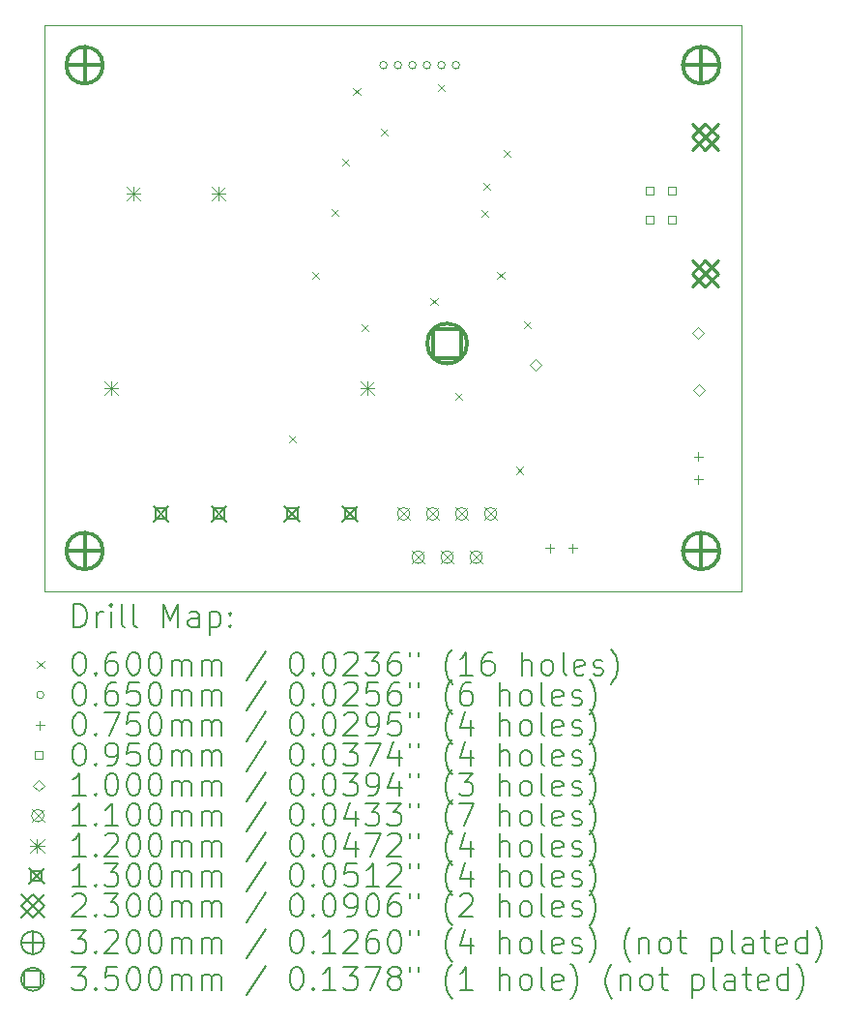
<source format=gbr>
%TF.GenerationSoftware,KiCad,Pcbnew,7.0.5*%
%TF.CreationDate,2023-08-10T10:00:59+03:00*%
%TF.ProjectId,shutter,73687574-7465-4722-9e6b-696361645f70,rev?*%
%TF.SameCoordinates,Original*%
%TF.FileFunction,Drillmap*%
%TF.FilePolarity,Positive*%
%FSLAX45Y45*%
G04 Gerber Fmt 4.5, Leading zero omitted, Abs format (unit mm)*
G04 Created by KiCad (PCBNEW 7.0.5) date 2023-08-10 10:00:59*
%MOMM*%
%LPD*%
G01*
G04 APERTURE LIST*
%ADD10C,0.100000*%
%ADD11C,0.200000*%
%ADD12C,0.060000*%
%ADD13C,0.065000*%
%ADD14C,0.075000*%
%ADD15C,0.095000*%
%ADD16C,0.110000*%
%ADD17C,0.120000*%
%ADD18C,0.130000*%
%ADD19C,0.230000*%
%ADD20C,0.320000*%
%ADD21C,0.350000*%
G04 APERTURE END LIST*
D10*
X11250000Y-7050000D02*
X17350000Y-7050000D01*
X17350000Y-12000000D02*
X11250000Y-12000000D01*
X17350000Y-7050000D02*
X17350000Y-12000000D01*
X11250000Y-12000000D02*
X11250000Y-7050000D01*
D11*
D12*
X13388820Y-10638000D02*
X13448820Y-10698000D01*
X13448820Y-10638000D02*
X13388820Y-10698000D01*
X13592020Y-9205440D02*
X13652020Y-9265440D01*
X13652020Y-9205440D02*
X13592020Y-9265440D01*
X13764740Y-8661880D02*
X13824740Y-8721880D01*
X13824740Y-8661880D02*
X13764740Y-8721880D01*
X13859690Y-8217380D02*
X13919690Y-8277380D01*
X13919690Y-8217380D02*
X13859690Y-8277380D01*
X13953250Y-7603250D02*
X14013250Y-7663250D01*
X14013250Y-7603250D02*
X13953250Y-7663250D01*
X14022000Y-9667000D02*
X14082000Y-9727000D01*
X14082000Y-9667000D02*
X14022000Y-9727000D01*
X14192500Y-7956800D02*
X14252500Y-8016800D01*
X14252500Y-7956800D02*
X14192500Y-8016800D01*
X14630833Y-9436627D02*
X14690833Y-9496627D01*
X14690833Y-9436627D02*
X14630833Y-9496627D01*
X14695000Y-7570000D02*
X14755000Y-7630000D01*
X14755000Y-7570000D02*
X14695000Y-7630000D01*
X14846780Y-10264620D02*
X14906780Y-10324620D01*
X14906780Y-10264620D02*
X14846780Y-10324620D01*
X15077920Y-8669500D02*
X15137920Y-8729500D01*
X15137920Y-8669500D02*
X15077920Y-8729500D01*
X15090620Y-8433280D02*
X15150620Y-8493280D01*
X15150620Y-8433280D02*
X15090620Y-8493280D01*
X15215080Y-9205440D02*
X15275080Y-9265440D01*
X15275080Y-9205440D02*
X15215080Y-9265440D01*
X15270000Y-8145000D02*
X15330000Y-8205000D01*
X15330000Y-8145000D02*
X15270000Y-8205000D01*
X15382720Y-10914860D02*
X15442720Y-10974860D01*
X15442720Y-10914860D02*
X15382720Y-10974860D01*
X15444000Y-9639000D02*
X15504000Y-9699000D01*
X15504000Y-9639000D02*
X15444000Y-9699000D01*
D13*
X14249000Y-7400000D02*
G75*
G03*
X14249000Y-7400000I-32500J0D01*
G01*
X14376000Y-7400000D02*
G75*
G03*
X14376000Y-7400000I-32500J0D01*
G01*
X14503000Y-7400000D02*
G75*
G03*
X14503000Y-7400000I-32500J0D01*
G01*
X14630000Y-7400000D02*
G75*
G03*
X14630000Y-7400000I-32500J0D01*
G01*
X14757000Y-7400000D02*
G75*
G03*
X14757000Y-7400000I-32500J0D01*
G01*
X14884000Y-7400000D02*
G75*
G03*
X14884000Y-7400000I-32500J0D01*
G01*
D14*
X15675000Y-11587500D02*
X15675000Y-11662500D01*
X15637500Y-11625000D02*
X15712500Y-11625000D01*
X15875000Y-11587500D02*
X15875000Y-11662500D01*
X15837500Y-11625000D02*
X15912500Y-11625000D01*
X16975000Y-10787500D02*
X16975000Y-10862500D01*
X16937500Y-10825000D02*
X17012500Y-10825000D01*
X16975000Y-10987500D02*
X16975000Y-11062500D01*
X16937500Y-11025000D02*
X17012500Y-11025000D01*
D15*
X16579838Y-8533588D02*
X16579838Y-8466412D01*
X16512662Y-8466412D01*
X16512662Y-8533588D01*
X16579838Y-8533588D01*
X16579838Y-8783588D02*
X16579838Y-8716412D01*
X16512662Y-8716412D01*
X16512662Y-8783588D01*
X16579838Y-8783588D01*
X16779838Y-8533588D02*
X16779838Y-8466412D01*
X16712662Y-8466412D01*
X16712662Y-8533588D01*
X16779838Y-8533588D01*
X16779838Y-8783588D02*
X16779838Y-8716412D01*
X16712662Y-8716412D01*
X16712662Y-8783588D01*
X16779838Y-8783588D01*
D10*
X15550000Y-10075000D02*
X15600000Y-10025000D01*
X15550000Y-9975000D01*
X15500000Y-10025000D01*
X15550000Y-10075000D01*
X16974820Y-9790900D02*
X17024820Y-9740900D01*
X16974820Y-9690900D01*
X16924820Y-9740900D01*
X16974820Y-9790900D01*
X16979900Y-10291280D02*
X17029900Y-10241280D01*
X16979900Y-10191280D01*
X16929900Y-10241280D01*
X16979900Y-10291280D01*
D16*
X14339000Y-11270000D02*
X14449000Y-11380000D01*
X14449000Y-11270000D02*
X14339000Y-11380000D01*
X14449000Y-11325000D02*
G75*
G03*
X14449000Y-11325000I-55000J0D01*
G01*
X14466000Y-11650000D02*
X14576000Y-11760000D01*
X14576000Y-11650000D02*
X14466000Y-11760000D01*
X14576000Y-11705000D02*
G75*
G03*
X14576000Y-11705000I-55000J0D01*
G01*
X14593000Y-11270000D02*
X14703000Y-11380000D01*
X14703000Y-11270000D02*
X14593000Y-11380000D01*
X14703000Y-11325000D02*
G75*
G03*
X14703000Y-11325000I-55000J0D01*
G01*
X14720000Y-11650000D02*
X14830000Y-11760000D01*
X14830000Y-11650000D02*
X14720000Y-11760000D01*
X14830000Y-11705000D02*
G75*
G03*
X14830000Y-11705000I-55000J0D01*
G01*
X14847000Y-11270000D02*
X14957000Y-11380000D01*
X14957000Y-11270000D02*
X14847000Y-11380000D01*
X14957000Y-11325000D02*
G75*
G03*
X14957000Y-11325000I-55000J0D01*
G01*
X14974000Y-11650000D02*
X15084000Y-11760000D01*
X15084000Y-11650000D02*
X14974000Y-11760000D01*
X15084000Y-11705000D02*
G75*
G03*
X15084000Y-11705000I-55000J0D01*
G01*
X15101000Y-11270000D02*
X15211000Y-11380000D01*
X15211000Y-11270000D02*
X15101000Y-11380000D01*
X15211000Y-11325000D02*
G75*
G03*
X15211000Y-11325000I-55000J0D01*
G01*
D17*
X11775000Y-10165000D02*
X11895000Y-10285000D01*
X11895000Y-10165000D02*
X11775000Y-10285000D01*
X11835000Y-10165000D02*
X11835000Y-10285000D01*
X11775000Y-10225000D02*
X11895000Y-10225000D01*
X11965000Y-8465000D02*
X12085000Y-8585000D01*
X12085000Y-8465000D02*
X11965000Y-8585000D01*
X12025000Y-8465000D02*
X12025000Y-8585000D01*
X11965000Y-8525000D02*
X12085000Y-8525000D01*
X12715000Y-8465000D02*
X12835000Y-8585000D01*
X12835000Y-8465000D02*
X12715000Y-8585000D01*
X12775000Y-8465000D02*
X12775000Y-8585000D01*
X12715000Y-8525000D02*
X12835000Y-8525000D01*
X14015000Y-10165000D02*
X14135000Y-10285000D01*
X14135000Y-10165000D02*
X14015000Y-10285000D01*
X14075000Y-10165000D02*
X14075000Y-10285000D01*
X14015000Y-10225000D02*
X14135000Y-10225000D01*
D18*
X12202000Y-11260000D02*
X12332000Y-11390000D01*
X12332000Y-11260000D02*
X12202000Y-11390000D01*
X12312962Y-11370962D02*
X12312962Y-11279038D01*
X12221038Y-11279038D01*
X12221038Y-11370962D01*
X12312962Y-11370962D01*
X12710000Y-11260000D02*
X12840000Y-11390000D01*
X12840000Y-11260000D02*
X12710000Y-11390000D01*
X12820962Y-11370962D02*
X12820962Y-11279038D01*
X12729038Y-11279038D01*
X12729038Y-11370962D01*
X12820962Y-11370962D01*
X13352000Y-11260000D02*
X13482000Y-11390000D01*
X13482000Y-11260000D02*
X13352000Y-11390000D01*
X13462962Y-11370962D02*
X13462962Y-11279038D01*
X13371038Y-11279038D01*
X13371038Y-11370962D01*
X13462962Y-11370962D01*
X13860000Y-11260000D02*
X13990000Y-11390000D01*
X13990000Y-11260000D02*
X13860000Y-11390000D01*
X13970962Y-11370962D02*
X13970962Y-11279038D01*
X13879038Y-11279038D01*
X13879038Y-11370962D01*
X13970962Y-11370962D01*
D19*
X16917250Y-7910000D02*
X17147250Y-8140000D01*
X17147250Y-7910000D02*
X16917250Y-8140000D01*
X17032250Y-8140000D02*
X17147250Y-8025000D01*
X17032250Y-7910000D01*
X16917250Y-8025000D01*
X17032250Y-8140000D01*
X16917250Y-9110000D02*
X17147250Y-9340000D01*
X17147250Y-9110000D02*
X16917250Y-9340000D01*
X17032250Y-9340000D02*
X17147250Y-9225000D01*
X17032250Y-9110000D01*
X16917250Y-9225000D01*
X17032250Y-9340000D01*
D20*
X11600000Y-7240000D02*
X11600000Y-7560000D01*
X11440000Y-7400000D02*
X11760000Y-7400000D01*
X11760000Y-7400000D02*
G75*
G03*
X11760000Y-7400000I-160000J0D01*
G01*
X11600000Y-11490000D02*
X11600000Y-11810000D01*
X11440000Y-11650000D02*
X11760000Y-11650000D01*
X11760000Y-11650000D02*
G75*
G03*
X11760000Y-11650000I-160000J0D01*
G01*
X17000000Y-7240000D02*
X17000000Y-7560000D01*
X16840000Y-7400000D02*
X17160000Y-7400000D01*
X17160000Y-7400000D02*
G75*
G03*
X17160000Y-7400000I-160000J0D01*
G01*
X17000000Y-11490000D02*
X17000000Y-11810000D01*
X16840000Y-11650000D02*
X17160000Y-11650000D01*
X17160000Y-11650000D02*
G75*
G03*
X17160000Y-11650000I-160000J0D01*
G01*
D21*
X14898745Y-9958745D02*
X14898745Y-9711255D01*
X14651255Y-9711255D01*
X14651255Y-9958745D01*
X14898745Y-9958745D01*
X14950000Y-9835000D02*
G75*
G03*
X14950000Y-9835000I-175000J0D01*
G01*
D11*
X11505777Y-12316484D02*
X11505777Y-12116484D01*
X11505777Y-12116484D02*
X11553396Y-12116484D01*
X11553396Y-12116484D02*
X11581967Y-12126008D01*
X11581967Y-12126008D02*
X11601015Y-12145055D01*
X11601015Y-12145055D02*
X11610539Y-12164103D01*
X11610539Y-12164103D02*
X11620062Y-12202198D01*
X11620062Y-12202198D02*
X11620062Y-12230769D01*
X11620062Y-12230769D02*
X11610539Y-12268865D01*
X11610539Y-12268865D02*
X11601015Y-12287912D01*
X11601015Y-12287912D02*
X11581967Y-12306960D01*
X11581967Y-12306960D02*
X11553396Y-12316484D01*
X11553396Y-12316484D02*
X11505777Y-12316484D01*
X11705777Y-12316484D02*
X11705777Y-12183150D01*
X11705777Y-12221246D02*
X11715301Y-12202198D01*
X11715301Y-12202198D02*
X11724824Y-12192674D01*
X11724824Y-12192674D02*
X11743872Y-12183150D01*
X11743872Y-12183150D02*
X11762920Y-12183150D01*
X11829586Y-12316484D02*
X11829586Y-12183150D01*
X11829586Y-12116484D02*
X11820062Y-12126008D01*
X11820062Y-12126008D02*
X11829586Y-12135531D01*
X11829586Y-12135531D02*
X11839110Y-12126008D01*
X11839110Y-12126008D02*
X11829586Y-12116484D01*
X11829586Y-12116484D02*
X11829586Y-12135531D01*
X11953396Y-12316484D02*
X11934348Y-12306960D01*
X11934348Y-12306960D02*
X11924824Y-12287912D01*
X11924824Y-12287912D02*
X11924824Y-12116484D01*
X12058158Y-12316484D02*
X12039110Y-12306960D01*
X12039110Y-12306960D02*
X12029586Y-12287912D01*
X12029586Y-12287912D02*
X12029586Y-12116484D01*
X12286729Y-12316484D02*
X12286729Y-12116484D01*
X12286729Y-12116484D02*
X12353396Y-12259341D01*
X12353396Y-12259341D02*
X12420062Y-12116484D01*
X12420062Y-12116484D02*
X12420062Y-12316484D01*
X12601015Y-12316484D02*
X12601015Y-12211722D01*
X12601015Y-12211722D02*
X12591491Y-12192674D01*
X12591491Y-12192674D02*
X12572443Y-12183150D01*
X12572443Y-12183150D02*
X12534348Y-12183150D01*
X12534348Y-12183150D02*
X12515301Y-12192674D01*
X12601015Y-12306960D02*
X12581967Y-12316484D01*
X12581967Y-12316484D02*
X12534348Y-12316484D01*
X12534348Y-12316484D02*
X12515301Y-12306960D01*
X12515301Y-12306960D02*
X12505777Y-12287912D01*
X12505777Y-12287912D02*
X12505777Y-12268865D01*
X12505777Y-12268865D02*
X12515301Y-12249817D01*
X12515301Y-12249817D02*
X12534348Y-12240293D01*
X12534348Y-12240293D02*
X12581967Y-12240293D01*
X12581967Y-12240293D02*
X12601015Y-12230769D01*
X12696253Y-12183150D02*
X12696253Y-12383150D01*
X12696253Y-12192674D02*
X12715301Y-12183150D01*
X12715301Y-12183150D02*
X12753396Y-12183150D01*
X12753396Y-12183150D02*
X12772443Y-12192674D01*
X12772443Y-12192674D02*
X12781967Y-12202198D01*
X12781967Y-12202198D02*
X12791491Y-12221246D01*
X12791491Y-12221246D02*
X12791491Y-12278388D01*
X12791491Y-12278388D02*
X12781967Y-12297436D01*
X12781967Y-12297436D02*
X12772443Y-12306960D01*
X12772443Y-12306960D02*
X12753396Y-12316484D01*
X12753396Y-12316484D02*
X12715301Y-12316484D01*
X12715301Y-12316484D02*
X12696253Y-12306960D01*
X12877205Y-12297436D02*
X12886729Y-12306960D01*
X12886729Y-12306960D02*
X12877205Y-12316484D01*
X12877205Y-12316484D02*
X12867682Y-12306960D01*
X12867682Y-12306960D02*
X12877205Y-12297436D01*
X12877205Y-12297436D02*
X12877205Y-12316484D01*
X12877205Y-12192674D02*
X12886729Y-12202198D01*
X12886729Y-12202198D02*
X12877205Y-12211722D01*
X12877205Y-12211722D02*
X12867682Y-12202198D01*
X12867682Y-12202198D02*
X12877205Y-12192674D01*
X12877205Y-12192674D02*
X12877205Y-12211722D01*
D12*
X11185000Y-12615000D02*
X11245000Y-12675000D01*
X11245000Y-12615000D02*
X11185000Y-12675000D01*
D11*
X11543872Y-12536484D02*
X11562920Y-12536484D01*
X11562920Y-12536484D02*
X11581967Y-12546008D01*
X11581967Y-12546008D02*
X11591491Y-12555531D01*
X11591491Y-12555531D02*
X11601015Y-12574579D01*
X11601015Y-12574579D02*
X11610539Y-12612674D01*
X11610539Y-12612674D02*
X11610539Y-12660293D01*
X11610539Y-12660293D02*
X11601015Y-12698388D01*
X11601015Y-12698388D02*
X11591491Y-12717436D01*
X11591491Y-12717436D02*
X11581967Y-12726960D01*
X11581967Y-12726960D02*
X11562920Y-12736484D01*
X11562920Y-12736484D02*
X11543872Y-12736484D01*
X11543872Y-12736484D02*
X11524824Y-12726960D01*
X11524824Y-12726960D02*
X11515301Y-12717436D01*
X11515301Y-12717436D02*
X11505777Y-12698388D01*
X11505777Y-12698388D02*
X11496253Y-12660293D01*
X11496253Y-12660293D02*
X11496253Y-12612674D01*
X11496253Y-12612674D02*
X11505777Y-12574579D01*
X11505777Y-12574579D02*
X11515301Y-12555531D01*
X11515301Y-12555531D02*
X11524824Y-12546008D01*
X11524824Y-12546008D02*
X11543872Y-12536484D01*
X11696253Y-12717436D02*
X11705777Y-12726960D01*
X11705777Y-12726960D02*
X11696253Y-12736484D01*
X11696253Y-12736484D02*
X11686729Y-12726960D01*
X11686729Y-12726960D02*
X11696253Y-12717436D01*
X11696253Y-12717436D02*
X11696253Y-12736484D01*
X11877205Y-12536484D02*
X11839110Y-12536484D01*
X11839110Y-12536484D02*
X11820062Y-12546008D01*
X11820062Y-12546008D02*
X11810539Y-12555531D01*
X11810539Y-12555531D02*
X11791491Y-12584103D01*
X11791491Y-12584103D02*
X11781967Y-12622198D01*
X11781967Y-12622198D02*
X11781967Y-12698388D01*
X11781967Y-12698388D02*
X11791491Y-12717436D01*
X11791491Y-12717436D02*
X11801015Y-12726960D01*
X11801015Y-12726960D02*
X11820062Y-12736484D01*
X11820062Y-12736484D02*
X11858158Y-12736484D01*
X11858158Y-12736484D02*
X11877205Y-12726960D01*
X11877205Y-12726960D02*
X11886729Y-12717436D01*
X11886729Y-12717436D02*
X11896253Y-12698388D01*
X11896253Y-12698388D02*
X11896253Y-12650769D01*
X11896253Y-12650769D02*
X11886729Y-12631722D01*
X11886729Y-12631722D02*
X11877205Y-12622198D01*
X11877205Y-12622198D02*
X11858158Y-12612674D01*
X11858158Y-12612674D02*
X11820062Y-12612674D01*
X11820062Y-12612674D02*
X11801015Y-12622198D01*
X11801015Y-12622198D02*
X11791491Y-12631722D01*
X11791491Y-12631722D02*
X11781967Y-12650769D01*
X12020062Y-12536484D02*
X12039110Y-12536484D01*
X12039110Y-12536484D02*
X12058158Y-12546008D01*
X12058158Y-12546008D02*
X12067682Y-12555531D01*
X12067682Y-12555531D02*
X12077205Y-12574579D01*
X12077205Y-12574579D02*
X12086729Y-12612674D01*
X12086729Y-12612674D02*
X12086729Y-12660293D01*
X12086729Y-12660293D02*
X12077205Y-12698388D01*
X12077205Y-12698388D02*
X12067682Y-12717436D01*
X12067682Y-12717436D02*
X12058158Y-12726960D01*
X12058158Y-12726960D02*
X12039110Y-12736484D01*
X12039110Y-12736484D02*
X12020062Y-12736484D01*
X12020062Y-12736484D02*
X12001015Y-12726960D01*
X12001015Y-12726960D02*
X11991491Y-12717436D01*
X11991491Y-12717436D02*
X11981967Y-12698388D01*
X11981967Y-12698388D02*
X11972443Y-12660293D01*
X11972443Y-12660293D02*
X11972443Y-12612674D01*
X11972443Y-12612674D02*
X11981967Y-12574579D01*
X11981967Y-12574579D02*
X11991491Y-12555531D01*
X11991491Y-12555531D02*
X12001015Y-12546008D01*
X12001015Y-12546008D02*
X12020062Y-12536484D01*
X12210539Y-12536484D02*
X12229586Y-12536484D01*
X12229586Y-12536484D02*
X12248634Y-12546008D01*
X12248634Y-12546008D02*
X12258158Y-12555531D01*
X12258158Y-12555531D02*
X12267682Y-12574579D01*
X12267682Y-12574579D02*
X12277205Y-12612674D01*
X12277205Y-12612674D02*
X12277205Y-12660293D01*
X12277205Y-12660293D02*
X12267682Y-12698388D01*
X12267682Y-12698388D02*
X12258158Y-12717436D01*
X12258158Y-12717436D02*
X12248634Y-12726960D01*
X12248634Y-12726960D02*
X12229586Y-12736484D01*
X12229586Y-12736484D02*
X12210539Y-12736484D01*
X12210539Y-12736484D02*
X12191491Y-12726960D01*
X12191491Y-12726960D02*
X12181967Y-12717436D01*
X12181967Y-12717436D02*
X12172443Y-12698388D01*
X12172443Y-12698388D02*
X12162920Y-12660293D01*
X12162920Y-12660293D02*
X12162920Y-12612674D01*
X12162920Y-12612674D02*
X12172443Y-12574579D01*
X12172443Y-12574579D02*
X12181967Y-12555531D01*
X12181967Y-12555531D02*
X12191491Y-12546008D01*
X12191491Y-12546008D02*
X12210539Y-12536484D01*
X12362920Y-12736484D02*
X12362920Y-12603150D01*
X12362920Y-12622198D02*
X12372443Y-12612674D01*
X12372443Y-12612674D02*
X12391491Y-12603150D01*
X12391491Y-12603150D02*
X12420063Y-12603150D01*
X12420063Y-12603150D02*
X12439110Y-12612674D01*
X12439110Y-12612674D02*
X12448634Y-12631722D01*
X12448634Y-12631722D02*
X12448634Y-12736484D01*
X12448634Y-12631722D02*
X12458158Y-12612674D01*
X12458158Y-12612674D02*
X12477205Y-12603150D01*
X12477205Y-12603150D02*
X12505777Y-12603150D01*
X12505777Y-12603150D02*
X12524824Y-12612674D01*
X12524824Y-12612674D02*
X12534348Y-12631722D01*
X12534348Y-12631722D02*
X12534348Y-12736484D01*
X12629586Y-12736484D02*
X12629586Y-12603150D01*
X12629586Y-12622198D02*
X12639110Y-12612674D01*
X12639110Y-12612674D02*
X12658158Y-12603150D01*
X12658158Y-12603150D02*
X12686729Y-12603150D01*
X12686729Y-12603150D02*
X12705777Y-12612674D01*
X12705777Y-12612674D02*
X12715301Y-12631722D01*
X12715301Y-12631722D02*
X12715301Y-12736484D01*
X12715301Y-12631722D02*
X12724824Y-12612674D01*
X12724824Y-12612674D02*
X12743872Y-12603150D01*
X12743872Y-12603150D02*
X12772443Y-12603150D01*
X12772443Y-12603150D02*
X12791491Y-12612674D01*
X12791491Y-12612674D02*
X12801015Y-12631722D01*
X12801015Y-12631722D02*
X12801015Y-12736484D01*
X13191491Y-12526960D02*
X13020063Y-12784103D01*
X13448634Y-12536484D02*
X13467682Y-12536484D01*
X13467682Y-12536484D02*
X13486729Y-12546008D01*
X13486729Y-12546008D02*
X13496253Y-12555531D01*
X13496253Y-12555531D02*
X13505777Y-12574579D01*
X13505777Y-12574579D02*
X13515301Y-12612674D01*
X13515301Y-12612674D02*
X13515301Y-12660293D01*
X13515301Y-12660293D02*
X13505777Y-12698388D01*
X13505777Y-12698388D02*
X13496253Y-12717436D01*
X13496253Y-12717436D02*
X13486729Y-12726960D01*
X13486729Y-12726960D02*
X13467682Y-12736484D01*
X13467682Y-12736484D02*
X13448634Y-12736484D01*
X13448634Y-12736484D02*
X13429586Y-12726960D01*
X13429586Y-12726960D02*
X13420063Y-12717436D01*
X13420063Y-12717436D02*
X13410539Y-12698388D01*
X13410539Y-12698388D02*
X13401015Y-12660293D01*
X13401015Y-12660293D02*
X13401015Y-12612674D01*
X13401015Y-12612674D02*
X13410539Y-12574579D01*
X13410539Y-12574579D02*
X13420063Y-12555531D01*
X13420063Y-12555531D02*
X13429586Y-12546008D01*
X13429586Y-12546008D02*
X13448634Y-12536484D01*
X13601015Y-12717436D02*
X13610539Y-12726960D01*
X13610539Y-12726960D02*
X13601015Y-12736484D01*
X13601015Y-12736484D02*
X13591491Y-12726960D01*
X13591491Y-12726960D02*
X13601015Y-12717436D01*
X13601015Y-12717436D02*
X13601015Y-12736484D01*
X13734348Y-12536484D02*
X13753396Y-12536484D01*
X13753396Y-12536484D02*
X13772444Y-12546008D01*
X13772444Y-12546008D02*
X13781967Y-12555531D01*
X13781967Y-12555531D02*
X13791491Y-12574579D01*
X13791491Y-12574579D02*
X13801015Y-12612674D01*
X13801015Y-12612674D02*
X13801015Y-12660293D01*
X13801015Y-12660293D02*
X13791491Y-12698388D01*
X13791491Y-12698388D02*
X13781967Y-12717436D01*
X13781967Y-12717436D02*
X13772444Y-12726960D01*
X13772444Y-12726960D02*
X13753396Y-12736484D01*
X13753396Y-12736484D02*
X13734348Y-12736484D01*
X13734348Y-12736484D02*
X13715301Y-12726960D01*
X13715301Y-12726960D02*
X13705777Y-12717436D01*
X13705777Y-12717436D02*
X13696253Y-12698388D01*
X13696253Y-12698388D02*
X13686729Y-12660293D01*
X13686729Y-12660293D02*
X13686729Y-12612674D01*
X13686729Y-12612674D02*
X13696253Y-12574579D01*
X13696253Y-12574579D02*
X13705777Y-12555531D01*
X13705777Y-12555531D02*
X13715301Y-12546008D01*
X13715301Y-12546008D02*
X13734348Y-12536484D01*
X13877206Y-12555531D02*
X13886729Y-12546008D01*
X13886729Y-12546008D02*
X13905777Y-12536484D01*
X13905777Y-12536484D02*
X13953396Y-12536484D01*
X13953396Y-12536484D02*
X13972444Y-12546008D01*
X13972444Y-12546008D02*
X13981967Y-12555531D01*
X13981967Y-12555531D02*
X13991491Y-12574579D01*
X13991491Y-12574579D02*
X13991491Y-12593627D01*
X13991491Y-12593627D02*
X13981967Y-12622198D01*
X13981967Y-12622198D02*
X13867682Y-12736484D01*
X13867682Y-12736484D02*
X13991491Y-12736484D01*
X14058158Y-12536484D02*
X14181967Y-12536484D01*
X14181967Y-12536484D02*
X14115301Y-12612674D01*
X14115301Y-12612674D02*
X14143872Y-12612674D01*
X14143872Y-12612674D02*
X14162920Y-12622198D01*
X14162920Y-12622198D02*
X14172444Y-12631722D01*
X14172444Y-12631722D02*
X14181967Y-12650769D01*
X14181967Y-12650769D02*
X14181967Y-12698388D01*
X14181967Y-12698388D02*
X14172444Y-12717436D01*
X14172444Y-12717436D02*
X14162920Y-12726960D01*
X14162920Y-12726960D02*
X14143872Y-12736484D01*
X14143872Y-12736484D02*
X14086729Y-12736484D01*
X14086729Y-12736484D02*
X14067682Y-12726960D01*
X14067682Y-12726960D02*
X14058158Y-12717436D01*
X14353396Y-12536484D02*
X14315301Y-12536484D01*
X14315301Y-12536484D02*
X14296253Y-12546008D01*
X14296253Y-12546008D02*
X14286729Y-12555531D01*
X14286729Y-12555531D02*
X14267682Y-12584103D01*
X14267682Y-12584103D02*
X14258158Y-12622198D01*
X14258158Y-12622198D02*
X14258158Y-12698388D01*
X14258158Y-12698388D02*
X14267682Y-12717436D01*
X14267682Y-12717436D02*
X14277206Y-12726960D01*
X14277206Y-12726960D02*
X14296253Y-12736484D01*
X14296253Y-12736484D02*
X14334348Y-12736484D01*
X14334348Y-12736484D02*
X14353396Y-12726960D01*
X14353396Y-12726960D02*
X14362920Y-12717436D01*
X14362920Y-12717436D02*
X14372444Y-12698388D01*
X14372444Y-12698388D02*
X14372444Y-12650769D01*
X14372444Y-12650769D02*
X14362920Y-12631722D01*
X14362920Y-12631722D02*
X14353396Y-12622198D01*
X14353396Y-12622198D02*
X14334348Y-12612674D01*
X14334348Y-12612674D02*
X14296253Y-12612674D01*
X14296253Y-12612674D02*
X14277206Y-12622198D01*
X14277206Y-12622198D02*
X14267682Y-12631722D01*
X14267682Y-12631722D02*
X14258158Y-12650769D01*
X14448634Y-12536484D02*
X14448634Y-12574579D01*
X14524825Y-12536484D02*
X14524825Y-12574579D01*
X14820063Y-12812674D02*
X14810539Y-12803150D01*
X14810539Y-12803150D02*
X14791491Y-12774579D01*
X14791491Y-12774579D02*
X14781968Y-12755531D01*
X14781968Y-12755531D02*
X14772444Y-12726960D01*
X14772444Y-12726960D02*
X14762920Y-12679341D01*
X14762920Y-12679341D02*
X14762920Y-12641246D01*
X14762920Y-12641246D02*
X14772444Y-12593627D01*
X14772444Y-12593627D02*
X14781968Y-12565055D01*
X14781968Y-12565055D02*
X14791491Y-12546008D01*
X14791491Y-12546008D02*
X14810539Y-12517436D01*
X14810539Y-12517436D02*
X14820063Y-12507912D01*
X15001015Y-12736484D02*
X14886729Y-12736484D01*
X14943872Y-12736484D02*
X14943872Y-12536484D01*
X14943872Y-12536484D02*
X14924825Y-12565055D01*
X14924825Y-12565055D02*
X14905777Y-12584103D01*
X14905777Y-12584103D02*
X14886729Y-12593627D01*
X15172444Y-12536484D02*
X15134348Y-12536484D01*
X15134348Y-12536484D02*
X15115301Y-12546008D01*
X15115301Y-12546008D02*
X15105777Y-12555531D01*
X15105777Y-12555531D02*
X15086729Y-12584103D01*
X15086729Y-12584103D02*
X15077206Y-12622198D01*
X15077206Y-12622198D02*
X15077206Y-12698388D01*
X15077206Y-12698388D02*
X15086729Y-12717436D01*
X15086729Y-12717436D02*
X15096253Y-12726960D01*
X15096253Y-12726960D02*
X15115301Y-12736484D01*
X15115301Y-12736484D02*
X15153396Y-12736484D01*
X15153396Y-12736484D02*
X15172444Y-12726960D01*
X15172444Y-12726960D02*
X15181968Y-12717436D01*
X15181968Y-12717436D02*
X15191491Y-12698388D01*
X15191491Y-12698388D02*
X15191491Y-12650769D01*
X15191491Y-12650769D02*
X15181968Y-12631722D01*
X15181968Y-12631722D02*
X15172444Y-12622198D01*
X15172444Y-12622198D02*
X15153396Y-12612674D01*
X15153396Y-12612674D02*
X15115301Y-12612674D01*
X15115301Y-12612674D02*
X15096253Y-12622198D01*
X15096253Y-12622198D02*
X15086729Y-12631722D01*
X15086729Y-12631722D02*
X15077206Y-12650769D01*
X15429587Y-12736484D02*
X15429587Y-12536484D01*
X15515301Y-12736484D02*
X15515301Y-12631722D01*
X15515301Y-12631722D02*
X15505777Y-12612674D01*
X15505777Y-12612674D02*
X15486730Y-12603150D01*
X15486730Y-12603150D02*
X15458158Y-12603150D01*
X15458158Y-12603150D02*
X15439110Y-12612674D01*
X15439110Y-12612674D02*
X15429587Y-12622198D01*
X15639110Y-12736484D02*
X15620063Y-12726960D01*
X15620063Y-12726960D02*
X15610539Y-12717436D01*
X15610539Y-12717436D02*
X15601015Y-12698388D01*
X15601015Y-12698388D02*
X15601015Y-12641246D01*
X15601015Y-12641246D02*
X15610539Y-12622198D01*
X15610539Y-12622198D02*
X15620063Y-12612674D01*
X15620063Y-12612674D02*
X15639110Y-12603150D01*
X15639110Y-12603150D02*
X15667682Y-12603150D01*
X15667682Y-12603150D02*
X15686730Y-12612674D01*
X15686730Y-12612674D02*
X15696253Y-12622198D01*
X15696253Y-12622198D02*
X15705777Y-12641246D01*
X15705777Y-12641246D02*
X15705777Y-12698388D01*
X15705777Y-12698388D02*
X15696253Y-12717436D01*
X15696253Y-12717436D02*
X15686730Y-12726960D01*
X15686730Y-12726960D02*
X15667682Y-12736484D01*
X15667682Y-12736484D02*
X15639110Y-12736484D01*
X15820063Y-12736484D02*
X15801015Y-12726960D01*
X15801015Y-12726960D02*
X15791491Y-12707912D01*
X15791491Y-12707912D02*
X15791491Y-12536484D01*
X15972444Y-12726960D02*
X15953396Y-12736484D01*
X15953396Y-12736484D02*
X15915301Y-12736484D01*
X15915301Y-12736484D02*
X15896253Y-12726960D01*
X15896253Y-12726960D02*
X15886730Y-12707912D01*
X15886730Y-12707912D02*
X15886730Y-12631722D01*
X15886730Y-12631722D02*
X15896253Y-12612674D01*
X15896253Y-12612674D02*
X15915301Y-12603150D01*
X15915301Y-12603150D02*
X15953396Y-12603150D01*
X15953396Y-12603150D02*
X15972444Y-12612674D01*
X15972444Y-12612674D02*
X15981968Y-12631722D01*
X15981968Y-12631722D02*
X15981968Y-12650769D01*
X15981968Y-12650769D02*
X15886730Y-12669817D01*
X16058158Y-12726960D02*
X16077206Y-12736484D01*
X16077206Y-12736484D02*
X16115301Y-12736484D01*
X16115301Y-12736484D02*
X16134349Y-12726960D01*
X16134349Y-12726960D02*
X16143872Y-12707912D01*
X16143872Y-12707912D02*
X16143872Y-12698388D01*
X16143872Y-12698388D02*
X16134349Y-12679341D01*
X16134349Y-12679341D02*
X16115301Y-12669817D01*
X16115301Y-12669817D02*
X16086730Y-12669817D01*
X16086730Y-12669817D02*
X16067682Y-12660293D01*
X16067682Y-12660293D02*
X16058158Y-12641246D01*
X16058158Y-12641246D02*
X16058158Y-12631722D01*
X16058158Y-12631722D02*
X16067682Y-12612674D01*
X16067682Y-12612674D02*
X16086730Y-12603150D01*
X16086730Y-12603150D02*
X16115301Y-12603150D01*
X16115301Y-12603150D02*
X16134349Y-12612674D01*
X16210539Y-12812674D02*
X16220063Y-12803150D01*
X16220063Y-12803150D02*
X16239111Y-12774579D01*
X16239111Y-12774579D02*
X16248634Y-12755531D01*
X16248634Y-12755531D02*
X16258158Y-12726960D01*
X16258158Y-12726960D02*
X16267682Y-12679341D01*
X16267682Y-12679341D02*
X16267682Y-12641246D01*
X16267682Y-12641246D02*
X16258158Y-12593627D01*
X16258158Y-12593627D02*
X16248634Y-12565055D01*
X16248634Y-12565055D02*
X16239111Y-12546008D01*
X16239111Y-12546008D02*
X16220063Y-12517436D01*
X16220063Y-12517436D02*
X16210539Y-12507912D01*
D13*
X11245000Y-12909000D02*
G75*
G03*
X11245000Y-12909000I-32500J0D01*
G01*
D11*
X11543872Y-12800484D02*
X11562920Y-12800484D01*
X11562920Y-12800484D02*
X11581967Y-12810008D01*
X11581967Y-12810008D02*
X11591491Y-12819531D01*
X11591491Y-12819531D02*
X11601015Y-12838579D01*
X11601015Y-12838579D02*
X11610539Y-12876674D01*
X11610539Y-12876674D02*
X11610539Y-12924293D01*
X11610539Y-12924293D02*
X11601015Y-12962388D01*
X11601015Y-12962388D02*
X11591491Y-12981436D01*
X11591491Y-12981436D02*
X11581967Y-12990960D01*
X11581967Y-12990960D02*
X11562920Y-13000484D01*
X11562920Y-13000484D02*
X11543872Y-13000484D01*
X11543872Y-13000484D02*
X11524824Y-12990960D01*
X11524824Y-12990960D02*
X11515301Y-12981436D01*
X11515301Y-12981436D02*
X11505777Y-12962388D01*
X11505777Y-12962388D02*
X11496253Y-12924293D01*
X11496253Y-12924293D02*
X11496253Y-12876674D01*
X11496253Y-12876674D02*
X11505777Y-12838579D01*
X11505777Y-12838579D02*
X11515301Y-12819531D01*
X11515301Y-12819531D02*
X11524824Y-12810008D01*
X11524824Y-12810008D02*
X11543872Y-12800484D01*
X11696253Y-12981436D02*
X11705777Y-12990960D01*
X11705777Y-12990960D02*
X11696253Y-13000484D01*
X11696253Y-13000484D02*
X11686729Y-12990960D01*
X11686729Y-12990960D02*
X11696253Y-12981436D01*
X11696253Y-12981436D02*
X11696253Y-13000484D01*
X11877205Y-12800484D02*
X11839110Y-12800484D01*
X11839110Y-12800484D02*
X11820062Y-12810008D01*
X11820062Y-12810008D02*
X11810539Y-12819531D01*
X11810539Y-12819531D02*
X11791491Y-12848103D01*
X11791491Y-12848103D02*
X11781967Y-12886198D01*
X11781967Y-12886198D02*
X11781967Y-12962388D01*
X11781967Y-12962388D02*
X11791491Y-12981436D01*
X11791491Y-12981436D02*
X11801015Y-12990960D01*
X11801015Y-12990960D02*
X11820062Y-13000484D01*
X11820062Y-13000484D02*
X11858158Y-13000484D01*
X11858158Y-13000484D02*
X11877205Y-12990960D01*
X11877205Y-12990960D02*
X11886729Y-12981436D01*
X11886729Y-12981436D02*
X11896253Y-12962388D01*
X11896253Y-12962388D02*
X11896253Y-12914769D01*
X11896253Y-12914769D02*
X11886729Y-12895722D01*
X11886729Y-12895722D02*
X11877205Y-12886198D01*
X11877205Y-12886198D02*
X11858158Y-12876674D01*
X11858158Y-12876674D02*
X11820062Y-12876674D01*
X11820062Y-12876674D02*
X11801015Y-12886198D01*
X11801015Y-12886198D02*
X11791491Y-12895722D01*
X11791491Y-12895722D02*
X11781967Y-12914769D01*
X12077205Y-12800484D02*
X11981967Y-12800484D01*
X11981967Y-12800484D02*
X11972443Y-12895722D01*
X11972443Y-12895722D02*
X11981967Y-12886198D01*
X11981967Y-12886198D02*
X12001015Y-12876674D01*
X12001015Y-12876674D02*
X12048634Y-12876674D01*
X12048634Y-12876674D02*
X12067682Y-12886198D01*
X12067682Y-12886198D02*
X12077205Y-12895722D01*
X12077205Y-12895722D02*
X12086729Y-12914769D01*
X12086729Y-12914769D02*
X12086729Y-12962388D01*
X12086729Y-12962388D02*
X12077205Y-12981436D01*
X12077205Y-12981436D02*
X12067682Y-12990960D01*
X12067682Y-12990960D02*
X12048634Y-13000484D01*
X12048634Y-13000484D02*
X12001015Y-13000484D01*
X12001015Y-13000484D02*
X11981967Y-12990960D01*
X11981967Y-12990960D02*
X11972443Y-12981436D01*
X12210539Y-12800484D02*
X12229586Y-12800484D01*
X12229586Y-12800484D02*
X12248634Y-12810008D01*
X12248634Y-12810008D02*
X12258158Y-12819531D01*
X12258158Y-12819531D02*
X12267682Y-12838579D01*
X12267682Y-12838579D02*
X12277205Y-12876674D01*
X12277205Y-12876674D02*
X12277205Y-12924293D01*
X12277205Y-12924293D02*
X12267682Y-12962388D01*
X12267682Y-12962388D02*
X12258158Y-12981436D01*
X12258158Y-12981436D02*
X12248634Y-12990960D01*
X12248634Y-12990960D02*
X12229586Y-13000484D01*
X12229586Y-13000484D02*
X12210539Y-13000484D01*
X12210539Y-13000484D02*
X12191491Y-12990960D01*
X12191491Y-12990960D02*
X12181967Y-12981436D01*
X12181967Y-12981436D02*
X12172443Y-12962388D01*
X12172443Y-12962388D02*
X12162920Y-12924293D01*
X12162920Y-12924293D02*
X12162920Y-12876674D01*
X12162920Y-12876674D02*
X12172443Y-12838579D01*
X12172443Y-12838579D02*
X12181967Y-12819531D01*
X12181967Y-12819531D02*
X12191491Y-12810008D01*
X12191491Y-12810008D02*
X12210539Y-12800484D01*
X12362920Y-13000484D02*
X12362920Y-12867150D01*
X12362920Y-12886198D02*
X12372443Y-12876674D01*
X12372443Y-12876674D02*
X12391491Y-12867150D01*
X12391491Y-12867150D02*
X12420063Y-12867150D01*
X12420063Y-12867150D02*
X12439110Y-12876674D01*
X12439110Y-12876674D02*
X12448634Y-12895722D01*
X12448634Y-12895722D02*
X12448634Y-13000484D01*
X12448634Y-12895722D02*
X12458158Y-12876674D01*
X12458158Y-12876674D02*
X12477205Y-12867150D01*
X12477205Y-12867150D02*
X12505777Y-12867150D01*
X12505777Y-12867150D02*
X12524824Y-12876674D01*
X12524824Y-12876674D02*
X12534348Y-12895722D01*
X12534348Y-12895722D02*
X12534348Y-13000484D01*
X12629586Y-13000484D02*
X12629586Y-12867150D01*
X12629586Y-12886198D02*
X12639110Y-12876674D01*
X12639110Y-12876674D02*
X12658158Y-12867150D01*
X12658158Y-12867150D02*
X12686729Y-12867150D01*
X12686729Y-12867150D02*
X12705777Y-12876674D01*
X12705777Y-12876674D02*
X12715301Y-12895722D01*
X12715301Y-12895722D02*
X12715301Y-13000484D01*
X12715301Y-12895722D02*
X12724824Y-12876674D01*
X12724824Y-12876674D02*
X12743872Y-12867150D01*
X12743872Y-12867150D02*
X12772443Y-12867150D01*
X12772443Y-12867150D02*
X12791491Y-12876674D01*
X12791491Y-12876674D02*
X12801015Y-12895722D01*
X12801015Y-12895722D02*
X12801015Y-13000484D01*
X13191491Y-12790960D02*
X13020063Y-13048103D01*
X13448634Y-12800484D02*
X13467682Y-12800484D01*
X13467682Y-12800484D02*
X13486729Y-12810008D01*
X13486729Y-12810008D02*
X13496253Y-12819531D01*
X13496253Y-12819531D02*
X13505777Y-12838579D01*
X13505777Y-12838579D02*
X13515301Y-12876674D01*
X13515301Y-12876674D02*
X13515301Y-12924293D01*
X13515301Y-12924293D02*
X13505777Y-12962388D01*
X13505777Y-12962388D02*
X13496253Y-12981436D01*
X13496253Y-12981436D02*
X13486729Y-12990960D01*
X13486729Y-12990960D02*
X13467682Y-13000484D01*
X13467682Y-13000484D02*
X13448634Y-13000484D01*
X13448634Y-13000484D02*
X13429586Y-12990960D01*
X13429586Y-12990960D02*
X13420063Y-12981436D01*
X13420063Y-12981436D02*
X13410539Y-12962388D01*
X13410539Y-12962388D02*
X13401015Y-12924293D01*
X13401015Y-12924293D02*
X13401015Y-12876674D01*
X13401015Y-12876674D02*
X13410539Y-12838579D01*
X13410539Y-12838579D02*
X13420063Y-12819531D01*
X13420063Y-12819531D02*
X13429586Y-12810008D01*
X13429586Y-12810008D02*
X13448634Y-12800484D01*
X13601015Y-12981436D02*
X13610539Y-12990960D01*
X13610539Y-12990960D02*
X13601015Y-13000484D01*
X13601015Y-13000484D02*
X13591491Y-12990960D01*
X13591491Y-12990960D02*
X13601015Y-12981436D01*
X13601015Y-12981436D02*
X13601015Y-13000484D01*
X13734348Y-12800484D02*
X13753396Y-12800484D01*
X13753396Y-12800484D02*
X13772444Y-12810008D01*
X13772444Y-12810008D02*
X13781967Y-12819531D01*
X13781967Y-12819531D02*
X13791491Y-12838579D01*
X13791491Y-12838579D02*
X13801015Y-12876674D01*
X13801015Y-12876674D02*
X13801015Y-12924293D01*
X13801015Y-12924293D02*
X13791491Y-12962388D01*
X13791491Y-12962388D02*
X13781967Y-12981436D01*
X13781967Y-12981436D02*
X13772444Y-12990960D01*
X13772444Y-12990960D02*
X13753396Y-13000484D01*
X13753396Y-13000484D02*
X13734348Y-13000484D01*
X13734348Y-13000484D02*
X13715301Y-12990960D01*
X13715301Y-12990960D02*
X13705777Y-12981436D01*
X13705777Y-12981436D02*
X13696253Y-12962388D01*
X13696253Y-12962388D02*
X13686729Y-12924293D01*
X13686729Y-12924293D02*
X13686729Y-12876674D01*
X13686729Y-12876674D02*
X13696253Y-12838579D01*
X13696253Y-12838579D02*
X13705777Y-12819531D01*
X13705777Y-12819531D02*
X13715301Y-12810008D01*
X13715301Y-12810008D02*
X13734348Y-12800484D01*
X13877206Y-12819531D02*
X13886729Y-12810008D01*
X13886729Y-12810008D02*
X13905777Y-12800484D01*
X13905777Y-12800484D02*
X13953396Y-12800484D01*
X13953396Y-12800484D02*
X13972444Y-12810008D01*
X13972444Y-12810008D02*
X13981967Y-12819531D01*
X13981967Y-12819531D02*
X13991491Y-12838579D01*
X13991491Y-12838579D02*
X13991491Y-12857627D01*
X13991491Y-12857627D02*
X13981967Y-12886198D01*
X13981967Y-12886198D02*
X13867682Y-13000484D01*
X13867682Y-13000484D02*
X13991491Y-13000484D01*
X14172444Y-12800484D02*
X14077206Y-12800484D01*
X14077206Y-12800484D02*
X14067682Y-12895722D01*
X14067682Y-12895722D02*
X14077206Y-12886198D01*
X14077206Y-12886198D02*
X14096253Y-12876674D01*
X14096253Y-12876674D02*
X14143872Y-12876674D01*
X14143872Y-12876674D02*
X14162920Y-12886198D01*
X14162920Y-12886198D02*
X14172444Y-12895722D01*
X14172444Y-12895722D02*
X14181967Y-12914769D01*
X14181967Y-12914769D02*
X14181967Y-12962388D01*
X14181967Y-12962388D02*
X14172444Y-12981436D01*
X14172444Y-12981436D02*
X14162920Y-12990960D01*
X14162920Y-12990960D02*
X14143872Y-13000484D01*
X14143872Y-13000484D02*
X14096253Y-13000484D01*
X14096253Y-13000484D02*
X14077206Y-12990960D01*
X14077206Y-12990960D02*
X14067682Y-12981436D01*
X14353396Y-12800484D02*
X14315301Y-12800484D01*
X14315301Y-12800484D02*
X14296253Y-12810008D01*
X14296253Y-12810008D02*
X14286729Y-12819531D01*
X14286729Y-12819531D02*
X14267682Y-12848103D01*
X14267682Y-12848103D02*
X14258158Y-12886198D01*
X14258158Y-12886198D02*
X14258158Y-12962388D01*
X14258158Y-12962388D02*
X14267682Y-12981436D01*
X14267682Y-12981436D02*
X14277206Y-12990960D01*
X14277206Y-12990960D02*
X14296253Y-13000484D01*
X14296253Y-13000484D02*
X14334348Y-13000484D01*
X14334348Y-13000484D02*
X14353396Y-12990960D01*
X14353396Y-12990960D02*
X14362920Y-12981436D01*
X14362920Y-12981436D02*
X14372444Y-12962388D01*
X14372444Y-12962388D02*
X14372444Y-12914769D01*
X14372444Y-12914769D02*
X14362920Y-12895722D01*
X14362920Y-12895722D02*
X14353396Y-12886198D01*
X14353396Y-12886198D02*
X14334348Y-12876674D01*
X14334348Y-12876674D02*
X14296253Y-12876674D01*
X14296253Y-12876674D02*
X14277206Y-12886198D01*
X14277206Y-12886198D02*
X14267682Y-12895722D01*
X14267682Y-12895722D02*
X14258158Y-12914769D01*
X14448634Y-12800484D02*
X14448634Y-12838579D01*
X14524825Y-12800484D02*
X14524825Y-12838579D01*
X14820063Y-13076674D02*
X14810539Y-13067150D01*
X14810539Y-13067150D02*
X14791491Y-13038579D01*
X14791491Y-13038579D02*
X14781968Y-13019531D01*
X14781968Y-13019531D02*
X14772444Y-12990960D01*
X14772444Y-12990960D02*
X14762920Y-12943341D01*
X14762920Y-12943341D02*
X14762920Y-12905246D01*
X14762920Y-12905246D02*
X14772444Y-12857627D01*
X14772444Y-12857627D02*
X14781968Y-12829055D01*
X14781968Y-12829055D02*
X14791491Y-12810008D01*
X14791491Y-12810008D02*
X14810539Y-12781436D01*
X14810539Y-12781436D02*
X14820063Y-12771912D01*
X14981968Y-12800484D02*
X14943872Y-12800484D01*
X14943872Y-12800484D02*
X14924825Y-12810008D01*
X14924825Y-12810008D02*
X14915301Y-12819531D01*
X14915301Y-12819531D02*
X14896253Y-12848103D01*
X14896253Y-12848103D02*
X14886729Y-12886198D01*
X14886729Y-12886198D02*
X14886729Y-12962388D01*
X14886729Y-12962388D02*
X14896253Y-12981436D01*
X14896253Y-12981436D02*
X14905777Y-12990960D01*
X14905777Y-12990960D02*
X14924825Y-13000484D01*
X14924825Y-13000484D02*
X14962920Y-13000484D01*
X14962920Y-13000484D02*
X14981968Y-12990960D01*
X14981968Y-12990960D02*
X14991491Y-12981436D01*
X14991491Y-12981436D02*
X15001015Y-12962388D01*
X15001015Y-12962388D02*
X15001015Y-12914769D01*
X15001015Y-12914769D02*
X14991491Y-12895722D01*
X14991491Y-12895722D02*
X14981968Y-12886198D01*
X14981968Y-12886198D02*
X14962920Y-12876674D01*
X14962920Y-12876674D02*
X14924825Y-12876674D01*
X14924825Y-12876674D02*
X14905777Y-12886198D01*
X14905777Y-12886198D02*
X14896253Y-12895722D01*
X14896253Y-12895722D02*
X14886729Y-12914769D01*
X15239110Y-13000484D02*
X15239110Y-12800484D01*
X15324825Y-13000484D02*
X15324825Y-12895722D01*
X15324825Y-12895722D02*
X15315301Y-12876674D01*
X15315301Y-12876674D02*
X15296253Y-12867150D01*
X15296253Y-12867150D02*
X15267682Y-12867150D01*
X15267682Y-12867150D02*
X15248634Y-12876674D01*
X15248634Y-12876674D02*
X15239110Y-12886198D01*
X15448634Y-13000484D02*
X15429587Y-12990960D01*
X15429587Y-12990960D02*
X15420063Y-12981436D01*
X15420063Y-12981436D02*
X15410539Y-12962388D01*
X15410539Y-12962388D02*
X15410539Y-12905246D01*
X15410539Y-12905246D02*
X15420063Y-12886198D01*
X15420063Y-12886198D02*
X15429587Y-12876674D01*
X15429587Y-12876674D02*
X15448634Y-12867150D01*
X15448634Y-12867150D02*
X15477206Y-12867150D01*
X15477206Y-12867150D02*
X15496253Y-12876674D01*
X15496253Y-12876674D02*
X15505777Y-12886198D01*
X15505777Y-12886198D02*
X15515301Y-12905246D01*
X15515301Y-12905246D02*
X15515301Y-12962388D01*
X15515301Y-12962388D02*
X15505777Y-12981436D01*
X15505777Y-12981436D02*
X15496253Y-12990960D01*
X15496253Y-12990960D02*
X15477206Y-13000484D01*
X15477206Y-13000484D02*
X15448634Y-13000484D01*
X15629587Y-13000484D02*
X15610539Y-12990960D01*
X15610539Y-12990960D02*
X15601015Y-12971912D01*
X15601015Y-12971912D02*
X15601015Y-12800484D01*
X15781968Y-12990960D02*
X15762920Y-13000484D01*
X15762920Y-13000484D02*
X15724825Y-13000484D01*
X15724825Y-13000484D02*
X15705777Y-12990960D01*
X15705777Y-12990960D02*
X15696253Y-12971912D01*
X15696253Y-12971912D02*
X15696253Y-12895722D01*
X15696253Y-12895722D02*
X15705777Y-12876674D01*
X15705777Y-12876674D02*
X15724825Y-12867150D01*
X15724825Y-12867150D02*
X15762920Y-12867150D01*
X15762920Y-12867150D02*
X15781968Y-12876674D01*
X15781968Y-12876674D02*
X15791491Y-12895722D01*
X15791491Y-12895722D02*
X15791491Y-12914769D01*
X15791491Y-12914769D02*
X15696253Y-12933817D01*
X15867682Y-12990960D02*
X15886730Y-13000484D01*
X15886730Y-13000484D02*
X15924825Y-13000484D01*
X15924825Y-13000484D02*
X15943872Y-12990960D01*
X15943872Y-12990960D02*
X15953396Y-12971912D01*
X15953396Y-12971912D02*
X15953396Y-12962388D01*
X15953396Y-12962388D02*
X15943872Y-12943341D01*
X15943872Y-12943341D02*
X15924825Y-12933817D01*
X15924825Y-12933817D02*
X15896253Y-12933817D01*
X15896253Y-12933817D02*
X15877206Y-12924293D01*
X15877206Y-12924293D02*
X15867682Y-12905246D01*
X15867682Y-12905246D02*
X15867682Y-12895722D01*
X15867682Y-12895722D02*
X15877206Y-12876674D01*
X15877206Y-12876674D02*
X15896253Y-12867150D01*
X15896253Y-12867150D02*
X15924825Y-12867150D01*
X15924825Y-12867150D02*
X15943872Y-12876674D01*
X16020063Y-13076674D02*
X16029587Y-13067150D01*
X16029587Y-13067150D02*
X16048634Y-13038579D01*
X16048634Y-13038579D02*
X16058158Y-13019531D01*
X16058158Y-13019531D02*
X16067682Y-12990960D01*
X16067682Y-12990960D02*
X16077206Y-12943341D01*
X16077206Y-12943341D02*
X16077206Y-12905246D01*
X16077206Y-12905246D02*
X16067682Y-12857627D01*
X16067682Y-12857627D02*
X16058158Y-12829055D01*
X16058158Y-12829055D02*
X16048634Y-12810008D01*
X16048634Y-12810008D02*
X16029587Y-12781436D01*
X16029587Y-12781436D02*
X16020063Y-12771912D01*
D14*
X11207500Y-13135500D02*
X11207500Y-13210500D01*
X11170000Y-13173000D02*
X11245000Y-13173000D01*
D11*
X11543872Y-13064484D02*
X11562920Y-13064484D01*
X11562920Y-13064484D02*
X11581967Y-13074008D01*
X11581967Y-13074008D02*
X11591491Y-13083531D01*
X11591491Y-13083531D02*
X11601015Y-13102579D01*
X11601015Y-13102579D02*
X11610539Y-13140674D01*
X11610539Y-13140674D02*
X11610539Y-13188293D01*
X11610539Y-13188293D02*
X11601015Y-13226388D01*
X11601015Y-13226388D02*
X11591491Y-13245436D01*
X11591491Y-13245436D02*
X11581967Y-13254960D01*
X11581967Y-13254960D02*
X11562920Y-13264484D01*
X11562920Y-13264484D02*
X11543872Y-13264484D01*
X11543872Y-13264484D02*
X11524824Y-13254960D01*
X11524824Y-13254960D02*
X11515301Y-13245436D01*
X11515301Y-13245436D02*
X11505777Y-13226388D01*
X11505777Y-13226388D02*
X11496253Y-13188293D01*
X11496253Y-13188293D02*
X11496253Y-13140674D01*
X11496253Y-13140674D02*
X11505777Y-13102579D01*
X11505777Y-13102579D02*
X11515301Y-13083531D01*
X11515301Y-13083531D02*
X11524824Y-13074008D01*
X11524824Y-13074008D02*
X11543872Y-13064484D01*
X11696253Y-13245436D02*
X11705777Y-13254960D01*
X11705777Y-13254960D02*
X11696253Y-13264484D01*
X11696253Y-13264484D02*
X11686729Y-13254960D01*
X11686729Y-13254960D02*
X11696253Y-13245436D01*
X11696253Y-13245436D02*
X11696253Y-13264484D01*
X11772443Y-13064484D02*
X11905777Y-13064484D01*
X11905777Y-13064484D02*
X11820062Y-13264484D01*
X12077205Y-13064484D02*
X11981967Y-13064484D01*
X11981967Y-13064484D02*
X11972443Y-13159722D01*
X11972443Y-13159722D02*
X11981967Y-13150198D01*
X11981967Y-13150198D02*
X12001015Y-13140674D01*
X12001015Y-13140674D02*
X12048634Y-13140674D01*
X12048634Y-13140674D02*
X12067682Y-13150198D01*
X12067682Y-13150198D02*
X12077205Y-13159722D01*
X12077205Y-13159722D02*
X12086729Y-13178769D01*
X12086729Y-13178769D02*
X12086729Y-13226388D01*
X12086729Y-13226388D02*
X12077205Y-13245436D01*
X12077205Y-13245436D02*
X12067682Y-13254960D01*
X12067682Y-13254960D02*
X12048634Y-13264484D01*
X12048634Y-13264484D02*
X12001015Y-13264484D01*
X12001015Y-13264484D02*
X11981967Y-13254960D01*
X11981967Y-13254960D02*
X11972443Y-13245436D01*
X12210539Y-13064484D02*
X12229586Y-13064484D01*
X12229586Y-13064484D02*
X12248634Y-13074008D01*
X12248634Y-13074008D02*
X12258158Y-13083531D01*
X12258158Y-13083531D02*
X12267682Y-13102579D01*
X12267682Y-13102579D02*
X12277205Y-13140674D01*
X12277205Y-13140674D02*
X12277205Y-13188293D01*
X12277205Y-13188293D02*
X12267682Y-13226388D01*
X12267682Y-13226388D02*
X12258158Y-13245436D01*
X12258158Y-13245436D02*
X12248634Y-13254960D01*
X12248634Y-13254960D02*
X12229586Y-13264484D01*
X12229586Y-13264484D02*
X12210539Y-13264484D01*
X12210539Y-13264484D02*
X12191491Y-13254960D01*
X12191491Y-13254960D02*
X12181967Y-13245436D01*
X12181967Y-13245436D02*
X12172443Y-13226388D01*
X12172443Y-13226388D02*
X12162920Y-13188293D01*
X12162920Y-13188293D02*
X12162920Y-13140674D01*
X12162920Y-13140674D02*
X12172443Y-13102579D01*
X12172443Y-13102579D02*
X12181967Y-13083531D01*
X12181967Y-13083531D02*
X12191491Y-13074008D01*
X12191491Y-13074008D02*
X12210539Y-13064484D01*
X12362920Y-13264484D02*
X12362920Y-13131150D01*
X12362920Y-13150198D02*
X12372443Y-13140674D01*
X12372443Y-13140674D02*
X12391491Y-13131150D01*
X12391491Y-13131150D02*
X12420063Y-13131150D01*
X12420063Y-13131150D02*
X12439110Y-13140674D01*
X12439110Y-13140674D02*
X12448634Y-13159722D01*
X12448634Y-13159722D02*
X12448634Y-13264484D01*
X12448634Y-13159722D02*
X12458158Y-13140674D01*
X12458158Y-13140674D02*
X12477205Y-13131150D01*
X12477205Y-13131150D02*
X12505777Y-13131150D01*
X12505777Y-13131150D02*
X12524824Y-13140674D01*
X12524824Y-13140674D02*
X12534348Y-13159722D01*
X12534348Y-13159722D02*
X12534348Y-13264484D01*
X12629586Y-13264484D02*
X12629586Y-13131150D01*
X12629586Y-13150198D02*
X12639110Y-13140674D01*
X12639110Y-13140674D02*
X12658158Y-13131150D01*
X12658158Y-13131150D02*
X12686729Y-13131150D01*
X12686729Y-13131150D02*
X12705777Y-13140674D01*
X12705777Y-13140674D02*
X12715301Y-13159722D01*
X12715301Y-13159722D02*
X12715301Y-13264484D01*
X12715301Y-13159722D02*
X12724824Y-13140674D01*
X12724824Y-13140674D02*
X12743872Y-13131150D01*
X12743872Y-13131150D02*
X12772443Y-13131150D01*
X12772443Y-13131150D02*
X12791491Y-13140674D01*
X12791491Y-13140674D02*
X12801015Y-13159722D01*
X12801015Y-13159722D02*
X12801015Y-13264484D01*
X13191491Y-13054960D02*
X13020063Y-13312103D01*
X13448634Y-13064484D02*
X13467682Y-13064484D01*
X13467682Y-13064484D02*
X13486729Y-13074008D01*
X13486729Y-13074008D02*
X13496253Y-13083531D01*
X13496253Y-13083531D02*
X13505777Y-13102579D01*
X13505777Y-13102579D02*
X13515301Y-13140674D01*
X13515301Y-13140674D02*
X13515301Y-13188293D01*
X13515301Y-13188293D02*
X13505777Y-13226388D01*
X13505777Y-13226388D02*
X13496253Y-13245436D01*
X13496253Y-13245436D02*
X13486729Y-13254960D01*
X13486729Y-13254960D02*
X13467682Y-13264484D01*
X13467682Y-13264484D02*
X13448634Y-13264484D01*
X13448634Y-13264484D02*
X13429586Y-13254960D01*
X13429586Y-13254960D02*
X13420063Y-13245436D01*
X13420063Y-13245436D02*
X13410539Y-13226388D01*
X13410539Y-13226388D02*
X13401015Y-13188293D01*
X13401015Y-13188293D02*
X13401015Y-13140674D01*
X13401015Y-13140674D02*
X13410539Y-13102579D01*
X13410539Y-13102579D02*
X13420063Y-13083531D01*
X13420063Y-13083531D02*
X13429586Y-13074008D01*
X13429586Y-13074008D02*
X13448634Y-13064484D01*
X13601015Y-13245436D02*
X13610539Y-13254960D01*
X13610539Y-13254960D02*
X13601015Y-13264484D01*
X13601015Y-13264484D02*
X13591491Y-13254960D01*
X13591491Y-13254960D02*
X13601015Y-13245436D01*
X13601015Y-13245436D02*
X13601015Y-13264484D01*
X13734348Y-13064484D02*
X13753396Y-13064484D01*
X13753396Y-13064484D02*
X13772444Y-13074008D01*
X13772444Y-13074008D02*
X13781967Y-13083531D01*
X13781967Y-13083531D02*
X13791491Y-13102579D01*
X13791491Y-13102579D02*
X13801015Y-13140674D01*
X13801015Y-13140674D02*
X13801015Y-13188293D01*
X13801015Y-13188293D02*
X13791491Y-13226388D01*
X13791491Y-13226388D02*
X13781967Y-13245436D01*
X13781967Y-13245436D02*
X13772444Y-13254960D01*
X13772444Y-13254960D02*
X13753396Y-13264484D01*
X13753396Y-13264484D02*
X13734348Y-13264484D01*
X13734348Y-13264484D02*
X13715301Y-13254960D01*
X13715301Y-13254960D02*
X13705777Y-13245436D01*
X13705777Y-13245436D02*
X13696253Y-13226388D01*
X13696253Y-13226388D02*
X13686729Y-13188293D01*
X13686729Y-13188293D02*
X13686729Y-13140674D01*
X13686729Y-13140674D02*
X13696253Y-13102579D01*
X13696253Y-13102579D02*
X13705777Y-13083531D01*
X13705777Y-13083531D02*
X13715301Y-13074008D01*
X13715301Y-13074008D02*
X13734348Y-13064484D01*
X13877206Y-13083531D02*
X13886729Y-13074008D01*
X13886729Y-13074008D02*
X13905777Y-13064484D01*
X13905777Y-13064484D02*
X13953396Y-13064484D01*
X13953396Y-13064484D02*
X13972444Y-13074008D01*
X13972444Y-13074008D02*
X13981967Y-13083531D01*
X13981967Y-13083531D02*
X13991491Y-13102579D01*
X13991491Y-13102579D02*
X13991491Y-13121627D01*
X13991491Y-13121627D02*
X13981967Y-13150198D01*
X13981967Y-13150198D02*
X13867682Y-13264484D01*
X13867682Y-13264484D02*
X13991491Y-13264484D01*
X14086729Y-13264484D02*
X14124825Y-13264484D01*
X14124825Y-13264484D02*
X14143872Y-13254960D01*
X14143872Y-13254960D02*
X14153396Y-13245436D01*
X14153396Y-13245436D02*
X14172444Y-13216865D01*
X14172444Y-13216865D02*
X14181967Y-13178769D01*
X14181967Y-13178769D02*
X14181967Y-13102579D01*
X14181967Y-13102579D02*
X14172444Y-13083531D01*
X14172444Y-13083531D02*
X14162920Y-13074008D01*
X14162920Y-13074008D02*
X14143872Y-13064484D01*
X14143872Y-13064484D02*
X14105777Y-13064484D01*
X14105777Y-13064484D02*
X14086729Y-13074008D01*
X14086729Y-13074008D02*
X14077206Y-13083531D01*
X14077206Y-13083531D02*
X14067682Y-13102579D01*
X14067682Y-13102579D02*
X14067682Y-13150198D01*
X14067682Y-13150198D02*
X14077206Y-13169246D01*
X14077206Y-13169246D02*
X14086729Y-13178769D01*
X14086729Y-13178769D02*
X14105777Y-13188293D01*
X14105777Y-13188293D02*
X14143872Y-13188293D01*
X14143872Y-13188293D02*
X14162920Y-13178769D01*
X14162920Y-13178769D02*
X14172444Y-13169246D01*
X14172444Y-13169246D02*
X14181967Y-13150198D01*
X14362920Y-13064484D02*
X14267682Y-13064484D01*
X14267682Y-13064484D02*
X14258158Y-13159722D01*
X14258158Y-13159722D02*
X14267682Y-13150198D01*
X14267682Y-13150198D02*
X14286729Y-13140674D01*
X14286729Y-13140674D02*
X14334348Y-13140674D01*
X14334348Y-13140674D02*
X14353396Y-13150198D01*
X14353396Y-13150198D02*
X14362920Y-13159722D01*
X14362920Y-13159722D02*
X14372444Y-13178769D01*
X14372444Y-13178769D02*
X14372444Y-13226388D01*
X14372444Y-13226388D02*
X14362920Y-13245436D01*
X14362920Y-13245436D02*
X14353396Y-13254960D01*
X14353396Y-13254960D02*
X14334348Y-13264484D01*
X14334348Y-13264484D02*
X14286729Y-13264484D01*
X14286729Y-13264484D02*
X14267682Y-13254960D01*
X14267682Y-13254960D02*
X14258158Y-13245436D01*
X14448634Y-13064484D02*
X14448634Y-13102579D01*
X14524825Y-13064484D02*
X14524825Y-13102579D01*
X14820063Y-13340674D02*
X14810539Y-13331150D01*
X14810539Y-13331150D02*
X14791491Y-13302579D01*
X14791491Y-13302579D02*
X14781968Y-13283531D01*
X14781968Y-13283531D02*
X14772444Y-13254960D01*
X14772444Y-13254960D02*
X14762920Y-13207341D01*
X14762920Y-13207341D02*
X14762920Y-13169246D01*
X14762920Y-13169246D02*
X14772444Y-13121627D01*
X14772444Y-13121627D02*
X14781968Y-13093055D01*
X14781968Y-13093055D02*
X14791491Y-13074008D01*
X14791491Y-13074008D02*
X14810539Y-13045436D01*
X14810539Y-13045436D02*
X14820063Y-13035912D01*
X14981968Y-13131150D02*
X14981968Y-13264484D01*
X14934348Y-13054960D02*
X14886729Y-13197817D01*
X14886729Y-13197817D02*
X15010539Y-13197817D01*
X15239110Y-13264484D02*
X15239110Y-13064484D01*
X15324825Y-13264484D02*
X15324825Y-13159722D01*
X15324825Y-13159722D02*
X15315301Y-13140674D01*
X15315301Y-13140674D02*
X15296253Y-13131150D01*
X15296253Y-13131150D02*
X15267682Y-13131150D01*
X15267682Y-13131150D02*
X15248634Y-13140674D01*
X15248634Y-13140674D02*
X15239110Y-13150198D01*
X15448634Y-13264484D02*
X15429587Y-13254960D01*
X15429587Y-13254960D02*
X15420063Y-13245436D01*
X15420063Y-13245436D02*
X15410539Y-13226388D01*
X15410539Y-13226388D02*
X15410539Y-13169246D01*
X15410539Y-13169246D02*
X15420063Y-13150198D01*
X15420063Y-13150198D02*
X15429587Y-13140674D01*
X15429587Y-13140674D02*
X15448634Y-13131150D01*
X15448634Y-13131150D02*
X15477206Y-13131150D01*
X15477206Y-13131150D02*
X15496253Y-13140674D01*
X15496253Y-13140674D02*
X15505777Y-13150198D01*
X15505777Y-13150198D02*
X15515301Y-13169246D01*
X15515301Y-13169246D02*
X15515301Y-13226388D01*
X15515301Y-13226388D02*
X15505777Y-13245436D01*
X15505777Y-13245436D02*
X15496253Y-13254960D01*
X15496253Y-13254960D02*
X15477206Y-13264484D01*
X15477206Y-13264484D02*
X15448634Y-13264484D01*
X15629587Y-13264484D02*
X15610539Y-13254960D01*
X15610539Y-13254960D02*
X15601015Y-13235912D01*
X15601015Y-13235912D02*
X15601015Y-13064484D01*
X15781968Y-13254960D02*
X15762920Y-13264484D01*
X15762920Y-13264484D02*
X15724825Y-13264484D01*
X15724825Y-13264484D02*
X15705777Y-13254960D01*
X15705777Y-13254960D02*
X15696253Y-13235912D01*
X15696253Y-13235912D02*
X15696253Y-13159722D01*
X15696253Y-13159722D02*
X15705777Y-13140674D01*
X15705777Y-13140674D02*
X15724825Y-13131150D01*
X15724825Y-13131150D02*
X15762920Y-13131150D01*
X15762920Y-13131150D02*
X15781968Y-13140674D01*
X15781968Y-13140674D02*
X15791491Y-13159722D01*
X15791491Y-13159722D02*
X15791491Y-13178769D01*
X15791491Y-13178769D02*
X15696253Y-13197817D01*
X15867682Y-13254960D02*
X15886730Y-13264484D01*
X15886730Y-13264484D02*
X15924825Y-13264484D01*
X15924825Y-13264484D02*
X15943872Y-13254960D01*
X15943872Y-13254960D02*
X15953396Y-13235912D01*
X15953396Y-13235912D02*
X15953396Y-13226388D01*
X15953396Y-13226388D02*
X15943872Y-13207341D01*
X15943872Y-13207341D02*
X15924825Y-13197817D01*
X15924825Y-13197817D02*
X15896253Y-13197817D01*
X15896253Y-13197817D02*
X15877206Y-13188293D01*
X15877206Y-13188293D02*
X15867682Y-13169246D01*
X15867682Y-13169246D02*
X15867682Y-13159722D01*
X15867682Y-13159722D02*
X15877206Y-13140674D01*
X15877206Y-13140674D02*
X15896253Y-13131150D01*
X15896253Y-13131150D02*
X15924825Y-13131150D01*
X15924825Y-13131150D02*
X15943872Y-13140674D01*
X16020063Y-13340674D02*
X16029587Y-13331150D01*
X16029587Y-13331150D02*
X16048634Y-13302579D01*
X16048634Y-13302579D02*
X16058158Y-13283531D01*
X16058158Y-13283531D02*
X16067682Y-13254960D01*
X16067682Y-13254960D02*
X16077206Y-13207341D01*
X16077206Y-13207341D02*
X16077206Y-13169246D01*
X16077206Y-13169246D02*
X16067682Y-13121627D01*
X16067682Y-13121627D02*
X16058158Y-13093055D01*
X16058158Y-13093055D02*
X16048634Y-13074008D01*
X16048634Y-13074008D02*
X16029587Y-13045436D01*
X16029587Y-13045436D02*
X16020063Y-13035912D01*
D15*
X11231088Y-13470588D02*
X11231088Y-13403412D01*
X11163912Y-13403412D01*
X11163912Y-13470588D01*
X11231088Y-13470588D01*
D11*
X11543872Y-13328484D02*
X11562920Y-13328484D01*
X11562920Y-13328484D02*
X11581967Y-13338008D01*
X11581967Y-13338008D02*
X11591491Y-13347531D01*
X11591491Y-13347531D02*
X11601015Y-13366579D01*
X11601015Y-13366579D02*
X11610539Y-13404674D01*
X11610539Y-13404674D02*
X11610539Y-13452293D01*
X11610539Y-13452293D02*
X11601015Y-13490388D01*
X11601015Y-13490388D02*
X11591491Y-13509436D01*
X11591491Y-13509436D02*
X11581967Y-13518960D01*
X11581967Y-13518960D02*
X11562920Y-13528484D01*
X11562920Y-13528484D02*
X11543872Y-13528484D01*
X11543872Y-13528484D02*
X11524824Y-13518960D01*
X11524824Y-13518960D02*
X11515301Y-13509436D01*
X11515301Y-13509436D02*
X11505777Y-13490388D01*
X11505777Y-13490388D02*
X11496253Y-13452293D01*
X11496253Y-13452293D02*
X11496253Y-13404674D01*
X11496253Y-13404674D02*
X11505777Y-13366579D01*
X11505777Y-13366579D02*
X11515301Y-13347531D01*
X11515301Y-13347531D02*
X11524824Y-13338008D01*
X11524824Y-13338008D02*
X11543872Y-13328484D01*
X11696253Y-13509436D02*
X11705777Y-13518960D01*
X11705777Y-13518960D02*
X11696253Y-13528484D01*
X11696253Y-13528484D02*
X11686729Y-13518960D01*
X11686729Y-13518960D02*
X11696253Y-13509436D01*
X11696253Y-13509436D02*
X11696253Y-13528484D01*
X11801015Y-13528484D02*
X11839110Y-13528484D01*
X11839110Y-13528484D02*
X11858158Y-13518960D01*
X11858158Y-13518960D02*
X11867682Y-13509436D01*
X11867682Y-13509436D02*
X11886729Y-13480865D01*
X11886729Y-13480865D02*
X11896253Y-13442769D01*
X11896253Y-13442769D02*
X11896253Y-13366579D01*
X11896253Y-13366579D02*
X11886729Y-13347531D01*
X11886729Y-13347531D02*
X11877205Y-13338008D01*
X11877205Y-13338008D02*
X11858158Y-13328484D01*
X11858158Y-13328484D02*
X11820062Y-13328484D01*
X11820062Y-13328484D02*
X11801015Y-13338008D01*
X11801015Y-13338008D02*
X11791491Y-13347531D01*
X11791491Y-13347531D02*
X11781967Y-13366579D01*
X11781967Y-13366579D02*
X11781967Y-13414198D01*
X11781967Y-13414198D02*
X11791491Y-13433246D01*
X11791491Y-13433246D02*
X11801015Y-13442769D01*
X11801015Y-13442769D02*
X11820062Y-13452293D01*
X11820062Y-13452293D02*
X11858158Y-13452293D01*
X11858158Y-13452293D02*
X11877205Y-13442769D01*
X11877205Y-13442769D02*
X11886729Y-13433246D01*
X11886729Y-13433246D02*
X11896253Y-13414198D01*
X12077205Y-13328484D02*
X11981967Y-13328484D01*
X11981967Y-13328484D02*
X11972443Y-13423722D01*
X11972443Y-13423722D02*
X11981967Y-13414198D01*
X11981967Y-13414198D02*
X12001015Y-13404674D01*
X12001015Y-13404674D02*
X12048634Y-13404674D01*
X12048634Y-13404674D02*
X12067682Y-13414198D01*
X12067682Y-13414198D02*
X12077205Y-13423722D01*
X12077205Y-13423722D02*
X12086729Y-13442769D01*
X12086729Y-13442769D02*
X12086729Y-13490388D01*
X12086729Y-13490388D02*
X12077205Y-13509436D01*
X12077205Y-13509436D02*
X12067682Y-13518960D01*
X12067682Y-13518960D02*
X12048634Y-13528484D01*
X12048634Y-13528484D02*
X12001015Y-13528484D01*
X12001015Y-13528484D02*
X11981967Y-13518960D01*
X11981967Y-13518960D02*
X11972443Y-13509436D01*
X12210539Y-13328484D02*
X12229586Y-13328484D01*
X12229586Y-13328484D02*
X12248634Y-13338008D01*
X12248634Y-13338008D02*
X12258158Y-13347531D01*
X12258158Y-13347531D02*
X12267682Y-13366579D01*
X12267682Y-13366579D02*
X12277205Y-13404674D01*
X12277205Y-13404674D02*
X12277205Y-13452293D01*
X12277205Y-13452293D02*
X12267682Y-13490388D01*
X12267682Y-13490388D02*
X12258158Y-13509436D01*
X12258158Y-13509436D02*
X12248634Y-13518960D01*
X12248634Y-13518960D02*
X12229586Y-13528484D01*
X12229586Y-13528484D02*
X12210539Y-13528484D01*
X12210539Y-13528484D02*
X12191491Y-13518960D01*
X12191491Y-13518960D02*
X12181967Y-13509436D01*
X12181967Y-13509436D02*
X12172443Y-13490388D01*
X12172443Y-13490388D02*
X12162920Y-13452293D01*
X12162920Y-13452293D02*
X12162920Y-13404674D01*
X12162920Y-13404674D02*
X12172443Y-13366579D01*
X12172443Y-13366579D02*
X12181967Y-13347531D01*
X12181967Y-13347531D02*
X12191491Y-13338008D01*
X12191491Y-13338008D02*
X12210539Y-13328484D01*
X12362920Y-13528484D02*
X12362920Y-13395150D01*
X12362920Y-13414198D02*
X12372443Y-13404674D01*
X12372443Y-13404674D02*
X12391491Y-13395150D01*
X12391491Y-13395150D02*
X12420063Y-13395150D01*
X12420063Y-13395150D02*
X12439110Y-13404674D01*
X12439110Y-13404674D02*
X12448634Y-13423722D01*
X12448634Y-13423722D02*
X12448634Y-13528484D01*
X12448634Y-13423722D02*
X12458158Y-13404674D01*
X12458158Y-13404674D02*
X12477205Y-13395150D01*
X12477205Y-13395150D02*
X12505777Y-13395150D01*
X12505777Y-13395150D02*
X12524824Y-13404674D01*
X12524824Y-13404674D02*
X12534348Y-13423722D01*
X12534348Y-13423722D02*
X12534348Y-13528484D01*
X12629586Y-13528484D02*
X12629586Y-13395150D01*
X12629586Y-13414198D02*
X12639110Y-13404674D01*
X12639110Y-13404674D02*
X12658158Y-13395150D01*
X12658158Y-13395150D02*
X12686729Y-13395150D01*
X12686729Y-13395150D02*
X12705777Y-13404674D01*
X12705777Y-13404674D02*
X12715301Y-13423722D01*
X12715301Y-13423722D02*
X12715301Y-13528484D01*
X12715301Y-13423722D02*
X12724824Y-13404674D01*
X12724824Y-13404674D02*
X12743872Y-13395150D01*
X12743872Y-13395150D02*
X12772443Y-13395150D01*
X12772443Y-13395150D02*
X12791491Y-13404674D01*
X12791491Y-13404674D02*
X12801015Y-13423722D01*
X12801015Y-13423722D02*
X12801015Y-13528484D01*
X13191491Y-13318960D02*
X13020063Y-13576103D01*
X13448634Y-13328484D02*
X13467682Y-13328484D01*
X13467682Y-13328484D02*
X13486729Y-13338008D01*
X13486729Y-13338008D02*
X13496253Y-13347531D01*
X13496253Y-13347531D02*
X13505777Y-13366579D01*
X13505777Y-13366579D02*
X13515301Y-13404674D01*
X13515301Y-13404674D02*
X13515301Y-13452293D01*
X13515301Y-13452293D02*
X13505777Y-13490388D01*
X13505777Y-13490388D02*
X13496253Y-13509436D01*
X13496253Y-13509436D02*
X13486729Y-13518960D01*
X13486729Y-13518960D02*
X13467682Y-13528484D01*
X13467682Y-13528484D02*
X13448634Y-13528484D01*
X13448634Y-13528484D02*
X13429586Y-13518960D01*
X13429586Y-13518960D02*
X13420063Y-13509436D01*
X13420063Y-13509436D02*
X13410539Y-13490388D01*
X13410539Y-13490388D02*
X13401015Y-13452293D01*
X13401015Y-13452293D02*
X13401015Y-13404674D01*
X13401015Y-13404674D02*
X13410539Y-13366579D01*
X13410539Y-13366579D02*
X13420063Y-13347531D01*
X13420063Y-13347531D02*
X13429586Y-13338008D01*
X13429586Y-13338008D02*
X13448634Y-13328484D01*
X13601015Y-13509436D02*
X13610539Y-13518960D01*
X13610539Y-13518960D02*
X13601015Y-13528484D01*
X13601015Y-13528484D02*
X13591491Y-13518960D01*
X13591491Y-13518960D02*
X13601015Y-13509436D01*
X13601015Y-13509436D02*
X13601015Y-13528484D01*
X13734348Y-13328484D02*
X13753396Y-13328484D01*
X13753396Y-13328484D02*
X13772444Y-13338008D01*
X13772444Y-13338008D02*
X13781967Y-13347531D01*
X13781967Y-13347531D02*
X13791491Y-13366579D01*
X13791491Y-13366579D02*
X13801015Y-13404674D01*
X13801015Y-13404674D02*
X13801015Y-13452293D01*
X13801015Y-13452293D02*
X13791491Y-13490388D01*
X13791491Y-13490388D02*
X13781967Y-13509436D01*
X13781967Y-13509436D02*
X13772444Y-13518960D01*
X13772444Y-13518960D02*
X13753396Y-13528484D01*
X13753396Y-13528484D02*
X13734348Y-13528484D01*
X13734348Y-13528484D02*
X13715301Y-13518960D01*
X13715301Y-13518960D02*
X13705777Y-13509436D01*
X13705777Y-13509436D02*
X13696253Y-13490388D01*
X13696253Y-13490388D02*
X13686729Y-13452293D01*
X13686729Y-13452293D02*
X13686729Y-13404674D01*
X13686729Y-13404674D02*
X13696253Y-13366579D01*
X13696253Y-13366579D02*
X13705777Y-13347531D01*
X13705777Y-13347531D02*
X13715301Y-13338008D01*
X13715301Y-13338008D02*
X13734348Y-13328484D01*
X13867682Y-13328484D02*
X13991491Y-13328484D01*
X13991491Y-13328484D02*
X13924825Y-13404674D01*
X13924825Y-13404674D02*
X13953396Y-13404674D01*
X13953396Y-13404674D02*
X13972444Y-13414198D01*
X13972444Y-13414198D02*
X13981967Y-13423722D01*
X13981967Y-13423722D02*
X13991491Y-13442769D01*
X13991491Y-13442769D02*
X13991491Y-13490388D01*
X13991491Y-13490388D02*
X13981967Y-13509436D01*
X13981967Y-13509436D02*
X13972444Y-13518960D01*
X13972444Y-13518960D02*
X13953396Y-13528484D01*
X13953396Y-13528484D02*
X13896253Y-13528484D01*
X13896253Y-13528484D02*
X13877206Y-13518960D01*
X13877206Y-13518960D02*
X13867682Y-13509436D01*
X14058158Y-13328484D02*
X14191491Y-13328484D01*
X14191491Y-13328484D02*
X14105777Y-13528484D01*
X14353396Y-13395150D02*
X14353396Y-13528484D01*
X14305777Y-13318960D02*
X14258158Y-13461817D01*
X14258158Y-13461817D02*
X14381967Y-13461817D01*
X14448634Y-13328484D02*
X14448634Y-13366579D01*
X14524825Y-13328484D02*
X14524825Y-13366579D01*
X14820063Y-13604674D02*
X14810539Y-13595150D01*
X14810539Y-13595150D02*
X14791491Y-13566579D01*
X14791491Y-13566579D02*
X14781968Y-13547531D01*
X14781968Y-13547531D02*
X14772444Y-13518960D01*
X14772444Y-13518960D02*
X14762920Y-13471341D01*
X14762920Y-13471341D02*
X14762920Y-13433246D01*
X14762920Y-13433246D02*
X14772444Y-13385627D01*
X14772444Y-13385627D02*
X14781968Y-13357055D01*
X14781968Y-13357055D02*
X14791491Y-13338008D01*
X14791491Y-13338008D02*
X14810539Y-13309436D01*
X14810539Y-13309436D02*
X14820063Y-13299912D01*
X14981968Y-13395150D02*
X14981968Y-13528484D01*
X14934348Y-13318960D02*
X14886729Y-13461817D01*
X14886729Y-13461817D02*
X15010539Y-13461817D01*
X15239110Y-13528484D02*
X15239110Y-13328484D01*
X15324825Y-13528484D02*
X15324825Y-13423722D01*
X15324825Y-13423722D02*
X15315301Y-13404674D01*
X15315301Y-13404674D02*
X15296253Y-13395150D01*
X15296253Y-13395150D02*
X15267682Y-13395150D01*
X15267682Y-13395150D02*
X15248634Y-13404674D01*
X15248634Y-13404674D02*
X15239110Y-13414198D01*
X15448634Y-13528484D02*
X15429587Y-13518960D01*
X15429587Y-13518960D02*
X15420063Y-13509436D01*
X15420063Y-13509436D02*
X15410539Y-13490388D01*
X15410539Y-13490388D02*
X15410539Y-13433246D01*
X15410539Y-13433246D02*
X15420063Y-13414198D01*
X15420063Y-13414198D02*
X15429587Y-13404674D01*
X15429587Y-13404674D02*
X15448634Y-13395150D01*
X15448634Y-13395150D02*
X15477206Y-13395150D01*
X15477206Y-13395150D02*
X15496253Y-13404674D01*
X15496253Y-13404674D02*
X15505777Y-13414198D01*
X15505777Y-13414198D02*
X15515301Y-13433246D01*
X15515301Y-13433246D02*
X15515301Y-13490388D01*
X15515301Y-13490388D02*
X15505777Y-13509436D01*
X15505777Y-13509436D02*
X15496253Y-13518960D01*
X15496253Y-13518960D02*
X15477206Y-13528484D01*
X15477206Y-13528484D02*
X15448634Y-13528484D01*
X15629587Y-13528484D02*
X15610539Y-13518960D01*
X15610539Y-13518960D02*
X15601015Y-13499912D01*
X15601015Y-13499912D02*
X15601015Y-13328484D01*
X15781968Y-13518960D02*
X15762920Y-13528484D01*
X15762920Y-13528484D02*
X15724825Y-13528484D01*
X15724825Y-13528484D02*
X15705777Y-13518960D01*
X15705777Y-13518960D02*
X15696253Y-13499912D01*
X15696253Y-13499912D02*
X15696253Y-13423722D01*
X15696253Y-13423722D02*
X15705777Y-13404674D01*
X15705777Y-13404674D02*
X15724825Y-13395150D01*
X15724825Y-13395150D02*
X15762920Y-13395150D01*
X15762920Y-13395150D02*
X15781968Y-13404674D01*
X15781968Y-13404674D02*
X15791491Y-13423722D01*
X15791491Y-13423722D02*
X15791491Y-13442769D01*
X15791491Y-13442769D02*
X15696253Y-13461817D01*
X15867682Y-13518960D02*
X15886730Y-13528484D01*
X15886730Y-13528484D02*
X15924825Y-13528484D01*
X15924825Y-13528484D02*
X15943872Y-13518960D01*
X15943872Y-13518960D02*
X15953396Y-13499912D01*
X15953396Y-13499912D02*
X15953396Y-13490388D01*
X15953396Y-13490388D02*
X15943872Y-13471341D01*
X15943872Y-13471341D02*
X15924825Y-13461817D01*
X15924825Y-13461817D02*
X15896253Y-13461817D01*
X15896253Y-13461817D02*
X15877206Y-13452293D01*
X15877206Y-13452293D02*
X15867682Y-13433246D01*
X15867682Y-13433246D02*
X15867682Y-13423722D01*
X15867682Y-13423722D02*
X15877206Y-13404674D01*
X15877206Y-13404674D02*
X15896253Y-13395150D01*
X15896253Y-13395150D02*
X15924825Y-13395150D01*
X15924825Y-13395150D02*
X15943872Y-13404674D01*
X16020063Y-13604674D02*
X16029587Y-13595150D01*
X16029587Y-13595150D02*
X16048634Y-13566579D01*
X16048634Y-13566579D02*
X16058158Y-13547531D01*
X16058158Y-13547531D02*
X16067682Y-13518960D01*
X16067682Y-13518960D02*
X16077206Y-13471341D01*
X16077206Y-13471341D02*
X16077206Y-13433246D01*
X16077206Y-13433246D02*
X16067682Y-13385627D01*
X16067682Y-13385627D02*
X16058158Y-13357055D01*
X16058158Y-13357055D02*
X16048634Y-13338008D01*
X16048634Y-13338008D02*
X16029587Y-13309436D01*
X16029587Y-13309436D02*
X16020063Y-13299912D01*
D10*
X11195000Y-13751000D02*
X11245000Y-13701000D01*
X11195000Y-13651000D01*
X11145000Y-13701000D01*
X11195000Y-13751000D01*
D11*
X11610539Y-13792484D02*
X11496253Y-13792484D01*
X11553396Y-13792484D02*
X11553396Y-13592484D01*
X11553396Y-13592484D02*
X11534348Y-13621055D01*
X11534348Y-13621055D02*
X11515301Y-13640103D01*
X11515301Y-13640103D02*
X11496253Y-13649627D01*
X11696253Y-13773436D02*
X11705777Y-13782960D01*
X11705777Y-13782960D02*
X11696253Y-13792484D01*
X11696253Y-13792484D02*
X11686729Y-13782960D01*
X11686729Y-13782960D02*
X11696253Y-13773436D01*
X11696253Y-13773436D02*
X11696253Y-13792484D01*
X11829586Y-13592484D02*
X11848634Y-13592484D01*
X11848634Y-13592484D02*
X11867682Y-13602008D01*
X11867682Y-13602008D02*
X11877205Y-13611531D01*
X11877205Y-13611531D02*
X11886729Y-13630579D01*
X11886729Y-13630579D02*
X11896253Y-13668674D01*
X11896253Y-13668674D02*
X11896253Y-13716293D01*
X11896253Y-13716293D02*
X11886729Y-13754388D01*
X11886729Y-13754388D02*
X11877205Y-13773436D01*
X11877205Y-13773436D02*
X11867682Y-13782960D01*
X11867682Y-13782960D02*
X11848634Y-13792484D01*
X11848634Y-13792484D02*
X11829586Y-13792484D01*
X11829586Y-13792484D02*
X11810539Y-13782960D01*
X11810539Y-13782960D02*
X11801015Y-13773436D01*
X11801015Y-13773436D02*
X11791491Y-13754388D01*
X11791491Y-13754388D02*
X11781967Y-13716293D01*
X11781967Y-13716293D02*
X11781967Y-13668674D01*
X11781967Y-13668674D02*
X11791491Y-13630579D01*
X11791491Y-13630579D02*
X11801015Y-13611531D01*
X11801015Y-13611531D02*
X11810539Y-13602008D01*
X11810539Y-13602008D02*
X11829586Y-13592484D01*
X12020062Y-13592484D02*
X12039110Y-13592484D01*
X12039110Y-13592484D02*
X12058158Y-13602008D01*
X12058158Y-13602008D02*
X12067682Y-13611531D01*
X12067682Y-13611531D02*
X12077205Y-13630579D01*
X12077205Y-13630579D02*
X12086729Y-13668674D01*
X12086729Y-13668674D02*
X12086729Y-13716293D01*
X12086729Y-13716293D02*
X12077205Y-13754388D01*
X12077205Y-13754388D02*
X12067682Y-13773436D01*
X12067682Y-13773436D02*
X12058158Y-13782960D01*
X12058158Y-13782960D02*
X12039110Y-13792484D01*
X12039110Y-13792484D02*
X12020062Y-13792484D01*
X12020062Y-13792484D02*
X12001015Y-13782960D01*
X12001015Y-13782960D02*
X11991491Y-13773436D01*
X11991491Y-13773436D02*
X11981967Y-13754388D01*
X11981967Y-13754388D02*
X11972443Y-13716293D01*
X11972443Y-13716293D02*
X11972443Y-13668674D01*
X11972443Y-13668674D02*
X11981967Y-13630579D01*
X11981967Y-13630579D02*
X11991491Y-13611531D01*
X11991491Y-13611531D02*
X12001015Y-13602008D01*
X12001015Y-13602008D02*
X12020062Y-13592484D01*
X12210539Y-13592484D02*
X12229586Y-13592484D01*
X12229586Y-13592484D02*
X12248634Y-13602008D01*
X12248634Y-13602008D02*
X12258158Y-13611531D01*
X12258158Y-13611531D02*
X12267682Y-13630579D01*
X12267682Y-13630579D02*
X12277205Y-13668674D01*
X12277205Y-13668674D02*
X12277205Y-13716293D01*
X12277205Y-13716293D02*
X12267682Y-13754388D01*
X12267682Y-13754388D02*
X12258158Y-13773436D01*
X12258158Y-13773436D02*
X12248634Y-13782960D01*
X12248634Y-13782960D02*
X12229586Y-13792484D01*
X12229586Y-13792484D02*
X12210539Y-13792484D01*
X12210539Y-13792484D02*
X12191491Y-13782960D01*
X12191491Y-13782960D02*
X12181967Y-13773436D01*
X12181967Y-13773436D02*
X12172443Y-13754388D01*
X12172443Y-13754388D02*
X12162920Y-13716293D01*
X12162920Y-13716293D02*
X12162920Y-13668674D01*
X12162920Y-13668674D02*
X12172443Y-13630579D01*
X12172443Y-13630579D02*
X12181967Y-13611531D01*
X12181967Y-13611531D02*
X12191491Y-13602008D01*
X12191491Y-13602008D02*
X12210539Y-13592484D01*
X12362920Y-13792484D02*
X12362920Y-13659150D01*
X12362920Y-13678198D02*
X12372443Y-13668674D01*
X12372443Y-13668674D02*
X12391491Y-13659150D01*
X12391491Y-13659150D02*
X12420063Y-13659150D01*
X12420063Y-13659150D02*
X12439110Y-13668674D01*
X12439110Y-13668674D02*
X12448634Y-13687722D01*
X12448634Y-13687722D02*
X12448634Y-13792484D01*
X12448634Y-13687722D02*
X12458158Y-13668674D01*
X12458158Y-13668674D02*
X12477205Y-13659150D01*
X12477205Y-13659150D02*
X12505777Y-13659150D01*
X12505777Y-13659150D02*
X12524824Y-13668674D01*
X12524824Y-13668674D02*
X12534348Y-13687722D01*
X12534348Y-13687722D02*
X12534348Y-13792484D01*
X12629586Y-13792484D02*
X12629586Y-13659150D01*
X12629586Y-13678198D02*
X12639110Y-13668674D01*
X12639110Y-13668674D02*
X12658158Y-13659150D01*
X12658158Y-13659150D02*
X12686729Y-13659150D01*
X12686729Y-13659150D02*
X12705777Y-13668674D01*
X12705777Y-13668674D02*
X12715301Y-13687722D01*
X12715301Y-13687722D02*
X12715301Y-13792484D01*
X12715301Y-13687722D02*
X12724824Y-13668674D01*
X12724824Y-13668674D02*
X12743872Y-13659150D01*
X12743872Y-13659150D02*
X12772443Y-13659150D01*
X12772443Y-13659150D02*
X12791491Y-13668674D01*
X12791491Y-13668674D02*
X12801015Y-13687722D01*
X12801015Y-13687722D02*
X12801015Y-13792484D01*
X13191491Y-13582960D02*
X13020063Y-13840103D01*
X13448634Y-13592484D02*
X13467682Y-13592484D01*
X13467682Y-13592484D02*
X13486729Y-13602008D01*
X13486729Y-13602008D02*
X13496253Y-13611531D01*
X13496253Y-13611531D02*
X13505777Y-13630579D01*
X13505777Y-13630579D02*
X13515301Y-13668674D01*
X13515301Y-13668674D02*
X13515301Y-13716293D01*
X13515301Y-13716293D02*
X13505777Y-13754388D01*
X13505777Y-13754388D02*
X13496253Y-13773436D01*
X13496253Y-13773436D02*
X13486729Y-13782960D01*
X13486729Y-13782960D02*
X13467682Y-13792484D01*
X13467682Y-13792484D02*
X13448634Y-13792484D01*
X13448634Y-13792484D02*
X13429586Y-13782960D01*
X13429586Y-13782960D02*
X13420063Y-13773436D01*
X13420063Y-13773436D02*
X13410539Y-13754388D01*
X13410539Y-13754388D02*
X13401015Y-13716293D01*
X13401015Y-13716293D02*
X13401015Y-13668674D01*
X13401015Y-13668674D02*
X13410539Y-13630579D01*
X13410539Y-13630579D02*
X13420063Y-13611531D01*
X13420063Y-13611531D02*
X13429586Y-13602008D01*
X13429586Y-13602008D02*
X13448634Y-13592484D01*
X13601015Y-13773436D02*
X13610539Y-13782960D01*
X13610539Y-13782960D02*
X13601015Y-13792484D01*
X13601015Y-13792484D02*
X13591491Y-13782960D01*
X13591491Y-13782960D02*
X13601015Y-13773436D01*
X13601015Y-13773436D02*
X13601015Y-13792484D01*
X13734348Y-13592484D02*
X13753396Y-13592484D01*
X13753396Y-13592484D02*
X13772444Y-13602008D01*
X13772444Y-13602008D02*
X13781967Y-13611531D01*
X13781967Y-13611531D02*
X13791491Y-13630579D01*
X13791491Y-13630579D02*
X13801015Y-13668674D01*
X13801015Y-13668674D02*
X13801015Y-13716293D01*
X13801015Y-13716293D02*
X13791491Y-13754388D01*
X13791491Y-13754388D02*
X13781967Y-13773436D01*
X13781967Y-13773436D02*
X13772444Y-13782960D01*
X13772444Y-13782960D02*
X13753396Y-13792484D01*
X13753396Y-13792484D02*
X13734348Y-13792484D01*
X13734348Y-13792484D02*
X13715301Y-13782960D01*
X13715301Y-13782960D02*
X13705777Y-13773436D01*
X13705777Y-13773436D02*
X13696253Y-13754388D01*
X13696253Y-13754388D02*
X13686729Y-13716293D01*
X13686729Y-13716293D02*
X13686729Y-13668674D01*
X13686729Y-13668674D02*
X13696253Y-13630579D01*
X13696253Y-13630579D02*
X13705777Y-13611531D01*
X13705777Y-13611531D02*
X13715301Y-13602008D01*
X13715301Y-13602008D02*
X13734348Y-13592484D01*
X13867682Y-13592484D02*
X13991491Y-13592484D01*
X13991491Y-13592484D02*
X13924825Y-13668674D01*
X13924825Y-13668674D02*
X13953396Y-13668674D01*
X13953396Y-13668674D02*
X13972444Y-13678198D01*
X13972444Y-13678198D02*
X13981967Y-13687722D01*
X13981967Y-13687722D02*
X13991491Y-13706769D01*
X13991491Y-13706769D02*
X13991491Y-13754388D01*
X13991491Y-13754388D02*
X13981967Y-13773436D01*
X13981967Y-13773436D02*
X13972444Y-13782960D01*
X13972444Y-13782960D02*
X13953396Y-13792484D01*
X13953396Y-13792484D02*
X13896253Y-13792484D01*
X13896253Y-13792484D02*
X13877206Y-13782960D01*
X13877206Y-13782960D02*
X13867682Y-13773436D01*
X14086729Y-13792484D02*
X14124825Y-13792484D01*
X14124825Y-13792484D02*
X14143872Y-13782960D01*
X14143872Y-13782960D02*
X14153396Y-13773436D01*
X14153396Y-13773436D02*
X14172444Y-13744865D01*
X14172444Y-13744865D02*
X14181967Y-13706769D01*
X14181967Y-13706769D02*
X14181967Y-13630579D01*
X14181967Y-13630579D02*
X14172444Y-13611531D01*
X14172444Y-13611531D02*
X14162920Y-13602008D01*
X14162920Y-13602008D02*
X14143872Y-13592484D01*
X14143872Y-13592484D02*
X14105777Y-13592484D01*
X14105777Y-13592484D02*
X14086729Y-13602008D01*
X14086729Y-13602008D02*
X14077206Y-13611531D01*
X14077206Y-13611531D02*
X14067682Y-13630579D01*
X14067682Y-13630579D02*
X14067682Y-13678198D01*
X14067682Y-13678198D02*
X14077206Y-13697246D01*
X14077206Y-13697246D02*
X14086729Y-13706769D01*
X14086729Y-13706769D02*
X14105777Y-13716293D01*
X14105777Y-13716293D02*
X14143872Y-13716293D01*
X14143872Y-13716293D02*
X14162920Y-13706769D01*
X14162920Y-13706769D02*
X14172444Y-13697246D01*
X14172444Y-13697246D02*
X14181967Y-13678198D01*
X14353396Y-13659150D02*
X14353396Y-13792484D01*
X14305777Y-13582960D02*
X14258158Y-13725817D01*
X14258158Y-13725817D02*
X14381967Y-13725817D01*
X14448634Y-13592484D02*
X14448634Y-13630579D01*
X14524825Y-13592484D02*
X14524825Y-13630579D01*
X14820063Y-13868674D02*
X14810539Y-13859150D01*
X14810539Y-13859150D02*
X14791491Y-13830579D01*
X14791491Y-13830579D02*
X14781968Y-13811531D01*
X14781968Y-13811531D02*
X14772444Y-13782960D01*
X14772444Y-13782960D02*
X14762920Y-13735341D01*
X14762920Y-13735341D02*
X14762920Y-13697246D01*
X14762920Y-13697246D02*
X14772444Y-13649627D01*
X14772444Y-13649627D02*
X14781968Y-13621055D01*
X14781968Y-13621055D02*
X14791491Y-13602008D01*
X14791491Y-13602008D02*
X14810539Y-13573436D01*
X14810539Y-13573436D02*
X14820063Y-13563912D01*
X14877206Y-13592484D02*
X15001015Y-13592484D01*
X15001015Y-13592484D02*
X14934348Y-13668674D01*
X14934348Y-13668674D02*
X14962920Y-13668674D01*
X14962920Y-13668674D02*
X14981968Y-13678198D01*
X14981968Y-13678198D02*
X14991491Y-13687722D01*
X14991491Y-13687722D02*
X15001015Y-13706769D01*
X15001015Y-13706769D02*
X15001015Y-13754388D01*
X15001015Y-13754388D02*
X14991491Y-13773436D01*
X14991491Y-13773436D02*
X14981968Y-13782960D01*
X14981968Y-13782960D02*
X14962920Y-13792484D01*
X14962920Y-13792484D02*
X14905777Y-13792484D01*
X14905777Y-13792484D02*
X14886729Y-13782960D01*
X14886729Y-13782960D02*
X14877206Y-13773436D01*
X15239110Y-13792484D02*
X15239110Y-13592484D01*
X15324825Y-13792484D02*
X15324825Y-13687722D01*
X15324825Y-13687722D02*
X15315301Y-13668674D01*
X15315301Y-13668674D02*
X15296253Y-13659150D01*
X15296253Y-13659150D02*
X15267682Y-13659150D01*
X15267682Y-13659150D02*
X15248634Y-13668674D01*
X15248634Y-13668674D02*
X15239110Y-13678198D01*
X15448634Y-13792484D02*
X15429587Y-13782960D01*
X15429587Y-13782960D02*
X15420063Y-13773436D01*
X15420063Y-13773436D02*
X15410539Y-13754388D01*
X15410539Y-13754388D02*
X15410539Y-13697246D01*
X15410539Y-13697246D02*
X15420063Y-13678198D01*
X15420063Y-13678198D02*
X15429587Y-13668674D01*
X15429587Y-13668674D02*
X15448634Y-13659150D01*
X15448634Y-13659150D02*
X15477206Y-13659150D01*
X15477206Y-13659150D02*
X15496253Y-13668674D01*
X15496253Y-13668674D02*
X15505777Y-13678198D01*
X15505777Y-13678198D02*
X15515301Y-13697246D01*
X15515301Y-13697246D02*
X15515301Y-13754388D01*
X15515301Y-13754388D02*
X15505777Y-13773436D01*
X15505777Y-13773436D02*
X15496253Y-13782960D01*
X15496253Y-13782960D02*
X15477206Y-13792484D01*
X15477206Y-13792484D02*
X15448634Y-13792484D01*
X15629587Y-13792484D02*
X15610539Y-13782960D01*
X15610539Y-13782960D02*
X15601015Y-13763912D01*
X15601015Y-13763912D02*
X15601015Y-13592484D01*
X15781968Y-13782960D02*
X15762920Y-13792484D01*
X15762920Y-13792484D02*
X15724825Y-13792484D01*
X15724825Y-13792484D02*
X15705777Y-13782960D01*
X15705777Y-13782960D02*
X15696253Y-13763912D01*
X15696253Y-13763912D02*
X15696253Y-13687722D01*
X15696253Y-13687722D02*
X15705777Y-13668674D01*
X15705777Y-13668674D02*
X15724825Y-13659150D01*
X15724825Y-13659150D02*
X15762920Y-13659150D01*
X15762920Y-13659150D02*
X15781968Y-13668674D01*
X15781968Y-13668674D02*
X15791491Y-13687722D01*
X15791491Y-13687722D02*
X15791491Y-13706769D01*
X15791491Y-13706769D02*
X15696253Y-13725817D01*
X15867682Y-13782960D02*
X15886730Y-13792484D01*
X15886730Y-13792484D02*
X15924825Y-13792484D01*
X15924825Y-13792484D02*
X15943872Y-13782960D01*
X15943872Y-13782960D02*
X15953396Y-13763912D01*
X15953396Y-13763912D02*
X15953396Y-13754388D01*
X15953396Y-13754388D02*
X15943872Y-13735341D01*
X15943872Y-13735341D02*
X15924825Y-13725817D01*
X15924825Y-13725817D02*
X15896253Y-13725817D01*
X15896253Y-13725817D02*
X15877206Y-13716293D01*
X15877206Y-13716293D02*
X15867682Y-13697246D01*
X15867682Y-13697246D02*
X15867682Y-13687722D01*
X15867682Y-13687722D02*
X15877206Y-13668674D01*
X15877206Y-13668674D02*
X15896253Y-13659150D01*
X15896253Y-13659150D02*
X15924825Y-13659150D01*
X15924825Y-13659150D02*
X15943872Y-13668674D01*
X16020063Y-13868674D02*
X16029587Y-13859150D01*
X16029587Y-13859150D02*
X16048634Y-13830579D01*
X16048634Y-13830579D02*
X16058158Y-13811531D01*
X16058158Y-13811531D02*
X16067682Y-13782960D01*
X16067682Y-13782960D02*
X16077206Y-13735341D01*
X16077206Y-13735341D02*
X16077206Y-13697246D01*
X16077206Y-13697246D02*
X16067682Y-13649627D01*
X16067682Y-13649627D02*
X16058158Y-13621055D01*
X16058158Y-13621055D02*
X16048634Y-13602008D01*
X16048634Y-13602008D02*
X16029587Y-13573436D01*
X16029587Y-13573436D02*
X16020063Y-13563912D01*
D16*
X11135000Y-13910000D02*
X11245000Y-14020000D01*
X11245000Y-13910000D02*
X11135000Y-14020000D01*
X11245000Y-13965000D02*
G75*
G03*
X11245000Y-13965000I-55000J0D01*
G01*
D11*
X11610539Y-14056484D02*
X11496253Y-14056484D01*
X11553396Y-14056484D02*
X11553396Y-13856484D01*
X11553396Y-13856484D02*
X11534348Y-13885055D01*
X11534348Y-13885055D02*
X11515301Y-13904103D01*
X11515301Y-13904103D02*
X11496253Y-13913627D01*
X11696253Y-14037436D02*
X11705777Y-14046960D01*
X11705777Y-14046960D02*
X11696253Y-14056484D01*
X11696253Y-14056484D02*
X11686729Y-14046960D01*
X11686729Y-14046960D02*
X11696253Y-14037436D01*
X11696253Y-14037436D02*
X11696253Y-14056484D01*
X11896253Y-14056484D02*
X11781967Y-14056484D01*
X11839110Y-14056484D02*
X11839110Y-13856484D01*
X11839110Y-13856484D02*
X11820062Y-13885055D01*
X11820062Y-13885055D02*
X11801015Y-13904103D01*
X11801015Y-13904103D02*
X11781967Y-13913627D01*
X12020062Y-13856484D02*
X12039110Y-13856484D01*
X12039110Y-13856484D02*
X12058158Y-13866008D01*
X12058158Y-13866008D02*
X12067682Y-13875531D01*
X12067682Y-13875531D02*
X12077205Y-13894579D01*
X12077205Y-13894579D02*
X12086729Y-13932674D01*
X12086729Y-13932674D02*
X12086729Y-13980293D01*
X12086729Y-13980293D02*
X12077205Y-14018388D01*
X12077205Y-14018388D02*
X12067682Y-14037436D01*
X12067682Y-14037436D02*
X12058158Y-14046960D01*
X12058158Y-14046960D02*
X12039110Y-14056484D01*
X12039110Y-14056484D02*
X12020062Y-14056484D01*
X12020062Y-14056484D02*
X12001015Y-14046960D01*
X12001015Y-14046960D02*
X11991491Y-14037436D01*
X11991491Y-14037436D02*
X11981967Y-14018388D01*
X11981967Y-14018388D02*
X11972443Y-13980293D01*
X11972443Y-13980293D02*
X11972443Y-13932674D01*
X11972443Y-13932674D02*
X11981967Y-13894579D01*
X11981967Y-13894579D02*
X11991491Y-13875531D01*
X11991491Y-13875531D02*
X12001015Y-13866008D01*
X12001015Y-13866008D02*
X12020062Y-13856484D01*
X12210539Y-13856484D02*
X12229586Y-13856484D01*
X12229586Y-13856484D02*
X12248634Y-13866008D01*
X12248634Y-13866008D02*
X12258158Y-13875531D01*
X12258158Y-13875531D02*
X12267682Y-13894579D01*
X12267682Y-13894579D02*
X12277205Y-13932674D01*
X12277205Y-13932674D02*
X12277205Y-13980293D01*
X12277205Y-13980293D02*
X12267682Y-14018388D01*
X12267682Y-14018388D02*
X12258158Y-14037436D01*
X12258158Y-14037436D02*
X12248634Y-14046960D01*
X12248634Y-14046960D02*
X12229586Y-14056484D01*
X12229586Y-14056484D02*
X12210539Y-14056484D01*
X12210539Y-14056484D02*
X12191491Y-14046960D01*
X12191491Y-14046960D02*
X12181967Y-14037436D01*
X12181967Y-14037436D02*
X12172443Y-14018388D01*
X12172443Y-14018388D02*
X12162920Y-13980293D01*
X12162920Y-13980293D02*
X12162920Y-13932674D01*
X12162920Y-13932674D02*
X12172443Y-13894579D01*
X12172443Y-13894579D02*
X12181967Y-13875531D01*
X12181967Y-13875531D02*
X12191491Y-13866008D01*
X12191491Y-13866008D02*
X12210539Y-13856484D01*
X12362920Y-14056484D02*
X12362920Y-13923150D01*
X12362920Y-13942198D02*
X12372443Y-13932674D01*
X12372443Y-13932674D02*
X12391491Y-13923150D01*
X12391491Y-13923150D02*
X12420063Y-13923150D01*
X12420063Y-13923150D02*
X12439110Y-13932674D01*
X12439110Y-13932674D02*
X12448634Y-13951722D01*
X12448634Y-13951722D02*
X12448634Y-14056484D01*
X12448634Y-13951722D02*
X12458158Y-13932674D01*
X12458158Y-13932674D02*
X12477205Y-13923150D01*
X12477205Y-13923150D02*
X12505777Y-13923150D01*
X12505777Y-13923150D02*
X12524824Y-13932674D01*
X12524824Y-13932674D02*
X12534348Y-13951722D01*
X12534348Y-13951722D02*
X12534348Y-14056484D01*
X12629586Y-14056484D02*
X12629586Y-13923150D01*
X12629586Y-13942198D02*
X12639110Y-13932674D01*
X12639110Y-13932674D02*
X12658158Y-13923150D01*
X12658158Y-13923150D02*
X12686729Y-13923150D01*
X12686729Y-13923150D02*
X12705777Y-13932674D01*
X12705777Y-13932674D02*
X12715301Y-13951722D01*
X12715301Y-13951722D02*
X12715301Y-14056484D01*
X12715301Y-13951722D02*
X12724824Y-13932674D01*
X12724824Y-13932674D02*
X12743872Y-13923150D01*
X12743872Y-13923150D02*
X12772443Y-13923150D01*
X12772443Y-13923150D02*
X12791491Y-13932674D01*
X12791491Y-13932674D02*
X12801015Y-13951722D01*
X12801015Y-13951722D02*
X12801015Y-14056484D01*
X13191491Y-13846960D02*
X13020063Y-14104103D01*
X13448634Y-13856484D02*
X13467682Y-13856484D01*
X13467682Y-13856484D02*
X13486729Y-13866008D01*
X13486729Y-13866008D02*
X13496253Y-13875531D01*
X13496253Y-13875531D02*
X13505777Y-13894579D01*
X13505777Y-13894579D02*
X13515301Y-13932674D01*
X13515301Y-13932674D02*
X13515301Y-13980293D01*
X13515301Y-13980293D02*
X13505777Y-14018388D01*
X13505777Y-14018388D02*
X13496253Y-14037436D01*
X13496253Y-14037436D02*
X13486729Y-14046960D01*
X13486729Y-14046960D02*
X13467682Y-14056484D01*
X13467682Y-14056484D02*
X13448634Y-14056484D01*
X13448634Y-14056484D02*
X13429586Y-14046960D01*
X13429586Y-14046960D02*
X13420063Y-14037436D01*
X13420063Y-14037436D02*
X13410539Y-14018388D01*
X13410539Y-14018388D02*
X13401015Y-13980293D01*
X13401015Y-13980293D02*
X13401015Y-13932674D01*
X13401015Y-13932674D02*
X13410539Y-13894579D01*
X13410539Y-13894579D02*
X13420063Y-13875531D01*
X13420063Y-13875531D02*
X13429586Y-13866008D01*
X13429586Y-13866008D02*
X13448634Y-13856484D01*
X13601015Y-14037436D02*
X13610539Y-14046960D01*
X13610539Y-14046960D02*
X13601015Y-14056484D01*
X13601015Y-14056484D02*
X13591491Y-14046960D01*
X13591491Y-14046960D02*
X13601015Y-14037436D01*
X13601015Y-14037436D02*
X13601015Y-14056484D01*
X13734348Y-13856484D02*
X13753396Y-13856484D01*
X13753396Y-13856484D02*
X13772444Y-13866008D01*
X13772444Y-13866008D02*
X13781967Y-13875531D01*
X13781967Y-13875531D02*
X13791491Y-13894579D01*
X13791491Y-13894579D02*
X13801015Y-13932674D01*
X13801015Y-13932674D02*
X13801015Y-13980293D01*
X13801015Y-13980293D02*
X13791491Y-14018388D01*
X13791491Y-14018388D02*
X13781967Y-14037436D01*
X13781967Y-14037436D02*
X13772444Y-14046960D01*
X13772444Y-14046960D02*
X13753396Y-14056484D01*
X13753396Y-14056484D02*
X13734348Y-14056484D01*
X13734348Y-14056484D02*
X13715301Y-14046960D01*
X13715301Y-14046960D02*
X13705777Y-14037436D01*
X13705777Y-14037436D02*
X13696253Y-14018388D01*
X13696253Y-14018388D02*
X13686729Y-13980293D01*
X13686729Y-13980293D02*
X13686729Y-13932674D01*
X13686729Y-13932674D02*
X13696253Y-13894579D01*
X13696253Y-13894579D02*
X13705777Y-13875531D01*
X13705777Y-13875531D02*
X13715301Y-13866008D01*
X13715301Y-13866008D02*
X13734348Y-13856484D01*
X13972444Y-13923150D02*
X13972444Y-14056484D01*
X13924825Y-13846960D02*
X13877206Y-13989817D01*
X13877206Y-13989817D02*
X14001015Y-13989817D01*
X14058158Y-13856484D02*
X14181967Y-13856484D01*
X14181967Y-13856484D02*
X14115301Y-13932674D01*
X14115301Y-13932674D02*
X14143872Y-13932674D01*
X14143872Y-13932674D02*
X14162920Y-13942198D01*
X14162920Y-13942198D02*
X14172444Y-13951722D01*
X14172444Y-13951722D02*
X14181967Y-13970769D01*
X14181967Y-13970769D02*
X14181967Y-14018388D01*
X14181967Y-14018388D02*
X14172444Y-14037436D01*
X14172444Y-14037436D02*
X14162920Y-14046960D01*
X14162920Y-14046960D02*
X14143872Y-14056484D01*
X14143872Y-14056484D02*
X14086729Y-14056484D01*
X14086729Y-14056484D02*
X14067682Y-14046960D01*
X14067682Y-14046960D02*
X14058158Y-14037436D01*
X14248634Y-13856484D02*
X14372444Y-13856484D01*
X14372444Y-13856484D02*
X14305777Y-13932674D01*
X14305777Y-13932674D02*
X14334348Y-13932674D01*
X14334348Y-13932674D02*
X14353396Y-13942198D01*
X14353396Y-13942198D02*
X14362920Y-13951722D01*
X14362920Y-13951722D02*
X14372444Y-13970769D01*
X14372444Y-13970769D02*
X14372444Y-14018388D01*
X14372444Y-14018388D02*
X14362920Y-14037436D01*
X14362920Y-14037436D02*
X14353396Y-14046960D01*
X14353396Y-14046960D02*
X14334348Y-14056484D01*
X14334348Y-14056484D02*
X14277206Y-14056484D01*
X14277206Y-14056484D02*
X14258158Y-14046960D01*
X14258158Y-14046960D02*
X14248634Y-14037436D01*
X14448634Y-13856484D02*
X14448634Y-13894579D01*
X14524825Y-13856484D02*
X14524825Y-13894579D01*
X14820063Y-14132674D02*
X14810539Y-14123150D01*
X14810539Y-14123150D02*
X14791491Y-14094579D01*
X14791491Y-14094579D02*
X14781968Y-14075531D01*
X14781968Y-14075531D02*
X14772444Y-14046960D01*
X14772444Y-14046960D02*
X14762920Y-13999341D01*
X14762920Y-13999341D02*
X14762920Y-13961246D01*
X14762920Y-13961246D02*
X14772444Y-13913627D01*
X14772444Y-13913627D02*
X14781968Y-13885055D01*
X14781968Y-13885055D02*
X14791491Y-13866008D01*
X14791491Y-13866008D02*
X14810539Y-13837436D01*
X14810539Y-13837436D02*
X14820063Y-13827912D01*
X14877206Y-13856484D02*
X15010539Y-13856484D01*
X15010539Y-13856484D02*
X14924825Y-14056484D01*
X15239110Y-14056484D02*
X15239110Y-13856484D01*
X15324825Y-14056484D02*
X15324825Y-13951722D01*
X15324825Y-13951722D02*
X15315301Y-13932674D01*
X15315301Y-13932674D02*
X15296253Y-13923150D01*
X15296253Y-13923150D02*
X15267682Y-13923150D01*
X15267682Y-13923150D02*
X15248634Y-13932674D01*
X15248634Y-13932674D02*
X15239110Y-13942198D01*
X15448634Y-14056484D02*
X15429587Y-14046960D01*
X15429587Y-14046960D02*
X15420063Y-14037436D01*
X15420063Y-14037436D02*
X15410539Y-14018388D01*
X15410539Y-14018388D02*
X15410539Y-13961246D01*
X15410539Y-13961246D02*
X15420063Y-13942198D01*
X15420063Y-13942198D02*
X15429587Y-13932674D01*
X15429587Y-13932674D02*
X15448634Y-13923150D01*
X15448634Y-13923150D02*
X15477206Y-13923150D01*
X15477206Y-13923150D02*
X15496253Y-13932674D01*
X15496253Y-13932674D02*
X15505777Y-13942198D01*
X15505777Y-13942198D02*
X15515301Y-13961246D01*
X15515301Y-13961246D02*
X15515301Y-14018388D01*
X15515301Y-14018388D02*
X15505777Y-14037436D01*
X15505777Y-14037436D02*
X15496253Y-14046960D01*
X15496253Y-14046960D02*
X15477206Y-14056484D01*
X15477206Y-14056484D02*
X15448634Y-14056484D01*
X15629587Y-14056484D02*
X15610539Y-14046960D01*
X15610539Y-14046960D02*
X15601015Y-14027912D01*
X15601015Y-14027912D02*
X15601015Y-13856484D01*
X15781968Y-14046960D02*
X15762920Y-14056484D01*
X15762920Y-14056484D02*
X15724825Y-14056484D01*
X15724825Y-14056484D02*
X15705777Y-14046960D01*
X15705777Y-14046960D02*
X15696253Y-14027912D01*
X15696253Y-14027912D02*
X15696253Y-13951722D01*
X15696253Y-13951722D02*
X15705777Y-13932674D01*
X15705777Y-13932674D02*
X15724825Y-13923150D01*
X15724825Y-13923150D02*
X15762920Y-13923150D01*
X15762920Y-13923150D02*
X15781968Y-13932674D01*
X15781968Y-13932674D02*
X15791491Y-13951722D01*
X15791491Y-13951722D02*
X15791491Y-13970769D01*
X15791491Y-13970769D02*
X15696253Y-13989817D01*
X15867682Y-14046960D02*
X15886730Y-14056484D01*
X15886730Y-14056484D02*
X15924825Y-14056484D01*
X15924825Y-14056484D02*
X15943872Y-14046960D01*
X15943872Y-14046960D02*
X15953396Y-14027912D01*
X15953396Y-14027912D02*
X15953396Y-14018388D01*
X15953396Y-14018388D02*
X15943872Y-13999341D01*
X15943872Y-13999341D02*
X15924825Y-13989817D01*
X15924825Y-13989817D02*
X15896253Y-13989817D01*
X15896253Y-13989817D02*
X15877206Y-13980293D01*
X15877206Y-13980293D02*
X15867682Y-13961246D01*
X15867682Y-13961246D02*
X15867682Y-13951722D01*
X15867682Y-13951722D02*
X15877206Y-13932674D01*
X15877206Y-13932674D02*
X15896253Y-13923150D01*
X15896253Y-13923150D02*
X15924825Y-13923150D01*
X15924825Y-13923150D02*
X15943872Y-13932674D01*
X16020063Y-14132674D02*
X16029587Y-14123150D01*
X16029587Y-14123150D02*
X16048634Y-14094579D01*
X16048634Y-14094579D02*
X16058158Y-14075531D01*
X16058158Y-14075531D02*
X16067682Y-14046960D01*
X16067682Y-14046960D02*
X16077206Y-13999341D01*
X16077206Y-13999341D02*
X16077206Y-13961246D01*
X16077206Y-13961246D02*
X16067682Y-13913627D01*
X16067682Y-13913627D02*
X16058158Y-13885055D01*
X16058158Y-13885055D02*
X16048634Y-13866008D01*
X16048634Y-13866008D02*
X16029587Y-13837436D01*
X16029587Y-13837436D02*
X16020063Y-13827912D01*
D17*
X11125000Y-14169000D02*
X11245000Y-14289000D01*
X11245000Y-14169000D02*
X11125000Y-14289000D01*
X11185000Y-14169000D02*
X11185000Y-14289000D01*
X11125000Y-14229000D02*
X11245000Y-14229000D01*
D11*
X11610539Y-14320484D02*
X11496253Y-14320484D01*
X11553396Y-14320484D02*
X11553396Y-14120484D01*
X11553396Y-14120484D02*
X11534348Y-14149055D01*
X11534348Y-14149055D02*
X11515301Y-14168103D01*
X11515301Y-14168103D02*
X11496253Y-14177627D01*
X11696253Y-14301436D02*
X11705777Y-14310960D01*
X11705777Y-14310960D02*
X11696253Y-14320484D01*
X11696253Y-14320484D02*
X11686729Y-14310960D01*
X11686729Y-14310960D02*
X11696253Y-14301436D01*
X11696253Y-14301436D02*
X11696253Y-14320484D01*
X11781967Y-14139531D02*
X11791491Y-14130008D01*
X11791491Y-14130008D02*
X11810539Y-14120484D01*
X11810539Y-14120484D02*
X11858158Y-14120484D01*
X11858158Y-14120484D02*
X11877205Y-14130008D01*
X11877205Y-14130008D02*
X11886729Y-14139531D01*
X11886729Y-14139531D02*
X11896253Y-14158579D01*
X11896253Y-14158579D02*
X11896253Y-14177627D01*
X11896253Y-14177627D02*
X11886729Y-14206198D01*
X11886729Y-14206198D02*
X11772443Y-14320484D01*
X11772443Y-14320484D02*
X11896253Y-14320484D01*
X12020062Y-14120484D02*
X12039110Y-14120484D01*
X12039110Y-14120484D02*
X12058158Y-14130008D01*
X12058158Y-14130008D02*
X12067682Y-14139531D01*
X12067682Y-14139531D02*
X12077205Y-14158579D01*
X12077205Y-14158579D02*
X12086729Y-14196674D01*
X12086729Y-14196674D02*
X12086729Y-14244293D01*
X12086729Y-14244293D02*
X12077205Y-14282388D01*
X12077205Y-14282388D02*
X12067682Y-14301436D01*
X12067682Y-14301436D02*
X12058158Y-14310960D01*
X12058158Y-14310960D02*
X12039110Y-14320484D01*
X12039110Y-14320484D02*
X12020062Y-14320484D01*
X12020062Y-14320484D02*
X12001015Y-14310960D01*
X12001015Y-14310960D02*
X11991491Y-14301436D01*
X11991491Y-14301436D02*
X11981967Y-14282388D01*
X11981967Y-14282388D02*
X11972443Y-14244293D01*
X11972443Y-14244293D02*
X11972443Y-14196674D01*
X11972443Y-14196674D02*
X11981967Y-14158579D01*
X11981967Y-14158579D02*
X11991491Y-14139531D01*
X11991491Y-14139531D02*
X12001015Y-14130008D01*
X12001015Y-14130008D02*
X12020062Y-14120484D01*
X12210539Y-14120484D02*
X12229586Y-14120484D01*
X12229586Y-14120484D02*
X12248634Y-14130008D01*
X12248634Y-14130008D02*
X12258158Y-14139531D01*
X12258158Y-14139531D02*
X12267682Y-14158579D01*
X12267682Y-14158579D02*
X12277205Y-14196674D01*
X12277205Y-14196674D02*
X12277205Y-14244293D01*
X12277205Y-14244293D02*
X12267682Y-14282388D01*
X12267682Y-14282388D02*
X12258158Y-14301436D01*
X12258158Y-14301436D02*
X12248634Y-14310960D01*
X12248634Y-14310960D02*
X12229586Y-14320484D01*
X12229586Y-14320484D02*
X12210539Y-14320484D01*
X12210539Y-14320484D02*
X12191491Y-14310960D01*
X12191491Y-14310960D02*
X12181967Y-14301436D01*
X12181967Y-14301436D02*
X12172443Y-14282388D01*
X12172443Y-14282388D02*
X12162920Y-14244293D01*
X12162920Y-14244293D02*
X12162920Y-14196674D01*
X12162920Y-14196674D02*
X12172443Y-14158579D01*
X12172443Y-14158579D02*
X12181967Y-14139531D01*
X12181967Y-14139531D02*
X12191491Y-14130008D01*
X12191491Y-14130008D02*
X12210539Y-14120484D01*
X12362920Y-14320484D02*
X12362920Y-14187150D01*
X12362920Y-14206198D02*
X12372443Y-14196674D01*
X12372443Y-14196674D02*
X12391491Y-14187150D01*
X12391491Y-14187150D02*
X12420063Y-14187150D01*
X12420063Y-14187150D02*
X12439110Y-14196674D01*
X12439110Y-14196674D02*
X12448634Y-14215722D01*
X12448634Y-14215722D02*
X12448634Y-14320484D01*
X12448634Y-14215722D02*
X12458158Y-14196674D01*
X12458158Y-14196674D02*
X12477205Y-14187150D01*
X12477205Y-14187150D02*
X12505777Y-14187150D01*
X12505777Y-14187150D02*
X12524824Y-14196674D01*
X12524824Y-14196674D02*
X12534348Y-14215722D01*
X12534348Y-14215722D02*
X12534348Y-14320484D01*
X12629586Y-14320484D02*
X12629586Y-14187150D01*
X12629586Y-14206198D02*
X12639110Y-14196674D01*
X12639110Y-14196674D02*
X12658158Y-14187150D01*
X12658158Y-14187150D02*
X12686729Y-14187150D01*
X12686729Y-14187150D02*
X12705777Y-14196674D01*
X12705777Y-14196674D02*
X12715301Y-14215722D01*
X12715301Y-14215722D02*
X12715301Y-14320484D01*
X12715301Y-14215722D02*
X12724824Y-14196674D01*
X12724824Y-14196674D02*
X12743872Y-14187150D01*
X12743872Y-14187150D02*
X12772443Y-14187150D01*
X12772443Y-14187150D02*
X12791491Y-14196674D01*
X12791491Y-14196674D02*
X12801015Y-14215722D01*
X12801015Y-14215722D02*
X12801015Y-14320484D01*
X13191491Y-14110960D02*
X13020063Y-14368103D01*
X13448634Y-14120484D02*
X13467682Y-14120484D01*
X13467682Y-14120484D02*
X13486729Y-14130008D01*
X13486729Y-14130008D02*
X13496253Y-14139531D01*
X13496253Y-14139531D02*
X13505777Y-14158579D01*
X13505777Y-14158579D02*
X13515301Y-14196674D01*
X13515301Y-14196674D02*
X13515301Y-14244293D01*
X13515301Y-14244293D02*
X13505777Y-14282388D01*
X13505777Y-14282388D02*
X13496253Y-14301436D01*
X13496253Y-14301436D02*
X13486729Y-14310960D01*
X13486729Y-14310960D02*
X13467682Y-14320484D01*
X13467682Y-14320484D02*
X13448634Y-14320484D01*
X13448634Y-14320484D02*
X13429586Y-14310960D01*
X13429586Y-14310960D02*
X13420063Y-14301436D01*
X13420063Y-14301436D02*
X13410539Y-14282388D01*
X13410539Y-14282388D02*
X13401015Y-14244293D01*
X13401015Y-14244293D02*
X13401015Y-14196674D01*
X13401015Y-14196674D02*
X13410539Y-14158579D01*
X13410539Y-14158579D02*
X13420063Y-14139531D01*
X13420063Y-14139531D02*
X13429586Y-14130008D01*
X13429586Y-14130008D02*
X13448634Y-14120484D01*
X13601015Y-14301436D02*
X13610539Y-14310960D01*
X13610539Y-14310960D02*
X13601015Y-14320484D01*
X13601015Y-14320484D02*
X13591491Y-14310960D01*
X13591491Y-14310960D02*
X13601015Y-14301436D01*
X13601015Y-14301436D02*
X13601015Y-14320484D01*
X13734348Y-14120484D02*
X13753396Y-14120484D01*
X13753396Y-14120484D02*
X13772444Y-14130008D01*
X13772444Y-14130008D02*
X13781967Y-14139531D01*
X13781967Y-14139531D02*
X13791491Y-14158579D01*
X13791491Y-14158579D02*
X13801015Y-14196674D01*
X13801015Y-14196674D02*
X13801015Y-14244293D01*
X13801015Y-14244293D02*
X13791491Y-14282388D01*
X13791491Y-14282388D02*
X13781967Y-14301436D01*
X13781967Y-14301436D02*
X13772444Y-14310960D01*
X13772444Y-14310960D02*
X13753396Y-14320484D01*
X13753396Y-14320484D02*
X13734348Y-14320484D01*
X13734348Y-14320484D02*
X13715301Y-14310960D01*
X13715301Y-14310960D02*
X13705777Y-14301436D01*
X13705777Y-14301436D02*
X13696253Y-14282388D01*
X13696253Y-14282388D02*
X13686729Y-14244293D01*
X13686729Y-14244293D02*
X13686729Y-14196674D01*
X13686729Y-14196674D02*
X13696253Y-14158579D01*
X13696253Y-14158579D02*
X13705777Y-14139531D01*
X13705777Y-14139531D02*
X13715301Y-14130008D01*
X13715301Y-14130008D02*
X13734348Y-14120484D01*
X13972444Y-14187150D02*
X13972444Y-14320484D01*
X13924825Y-14110960D02*
X13877206Y-14253817D01*
X13877206Y-14253817D02*
X14001015Y-14253817D01*
X14058158Y-14120484D02*
X14191491Y-14120484D01*
X14191491Y-14120484D02*
X14105777Y-14320484D01*
X14258158Y-14139531D02*
X14267682Y-14130008D01*
X14267682Y-14130008D02*
X14286729Y-14120484D01*
X14286729Y-14120484D02*
X14334348Y-14120484D01*
X14334348Y-14120484D02*
X14353396Y-14130008D01*
X14353396Y-14130008D02*
X14362920Y-14139531D01*
X14362920Y-14139531D02*
X14372444Y-14158579D01*
X14372444Y-14158579D02*
X14372444Y-14177627D01*
X14372444Y-14177627D02*
X14362920Y-14206198D01*
X14362920Y-14206198D02*
X14248634Y-14320484D01*
X14248634Y-14320484D02*
X14372444Y-14320484D01*
X14448634Y-14120484D02*
X14448634Y-14158579D01*
X14524825Y-14120484D02*
X14524825Y-14158579D01*
X14820063Y-14396674D02*
X14810539Y-14387150D01*
X14810539Y-14387150D02*
X14791491Y-14358579D01*
X14791491Y-14358579D02*
X14781968Y-14339531D01*
X14781968Y-14339531D02*
X14772444Y-14310960D01*
X14772444Y-14310960D02*
X14762920Y-14263341D01*
X14762920Y-14263341D02*
X14762920Y-14225246D01*
X14762920Y-14225246D02*
X14772444Y-14177627D01*
X14772444Y-14177627D02*
X14781968Y-14149055D01*
X14781968Y-14149055D02*
X14791491Y-14130008D01*
X14791491Y-14130008D02*
X14810539Y-14101436D01*
X14810539Y-14101436D02*
X14820063Y-14091912D01*
X14981968Y-14187150D02*
X14981968Y-14320484D01*
X14934348Y-14110960D02*
X14886729Y-14253817D01*
X14886729Y-14253817D02*
X15010539Y-14253817D01*
X15239110Y-14320484D02*
X15239110Y-14120484D01*
X15324825Y-14320484D02*
X15324825Y-14215722D01*
X15324825Y-14215722D02*
X15315301Y-14196674D01*
X15315301Y-14196674D02*
X15296253Y-14187150D01*
X15296253Y-14187150D02*
X15267682Y-14187150D01*
X15267682Y-14187150D02*
X15248634Y-14196674D01*
X15248634Y-14196674D02*
X15239110Y-14206198D01*
X15448634Y-14320484D02*
X15429587Y-14310960D01*
X15429587Y-14310960D02*
X15420063Y-14301436D01*
X15420063Y-14301436D02*
X15410539Y-14282388D01*
X15410539Y-14282388D02*
X15410539Y-14225246D01*
X15410539Y-14225246D02*
X15420063Y-14206198D01*
X15420063Y-14206198D02*
X15429587Y-14196674D01*
X15429587Y-14196674D02*
X15448634Y-14187150D01*
X15448634Y-14187150D02*
X15477206Y-14187150D01*
X15477206Y-14187150D02*
X15496253Y-14196674D01*
X15496253Y-14196674D02*
X15505777Y-14206198D01*
X15505777Y-14206198D02*
X15515301Y-14225246D01*
X15515301Y-14225246D02*
X15515301Y-14282388D01*
X15515301Y-14282388D02*
X15505777Y-14301436D01*
X15505777Y-14301436D02*
X15496253Y-14310960D01*
X15496253Y-14310960D02*
X15477206Y-14320484D01*
X15477206Y-14320484D02*
X15448634Y-14320484D01*
X15629587Y-14320484D02*
X15610539Y-14310960D01*
X15610539Y-14310960D02*
X15601015Y-14291912D01*
X15601015Y-14291912D02*
X15601015Y-14120484D01*
X15781968Y-14310960D02*
X15762920Y-14320484D01*
X15762920Y-14320484D02*
X15724825Y-14320484D01*
X15724825Y-14320484D02*
X15705777Y-14310960D01*
X15705777Y-14310960D02*
X15696253Y-14291912D01*
X15696253Y-14291912D02*
X15696253Y-14215722D01*
X15696253Y-14215722D02*
X15705777Y-14196674D01*
X15705777Y-14196674D02*
X15724825Y-14187150D01*
X15724825Y-14187150D02*
X15762920Y-14187150D01*
X15762920Y-14187150D02*
X15781968Y-14196674D01*
X15781968Y-14196674D02*
X15791491Y-14215722D01*
X15791491Y-14215722D02*
X15791491Y-14234769D01*
X15791491Y-14234769D02*
X15696253Y-14253817D01*
X15867682Y-14310960D02*
X15886730Y-14320484D01*
X15886730Y-14320484D02*
X15924825Y-14320484D01*
X15924825Y-14320484D02*
X15943872Y-14310960D01*
X15943872Y-14310960D02*
X15953396Y-14291912D01*
X15953396Y-14291912D02*
X15953396Y-14282388D01*
X15953396Y-14282388D02*
X15943872Y-14263341D01*
X15943872Y-14263341D02*
X15924825Y-14253817D01*
X15924825Y-14253817D02*
X15896253Y-14253817D01*
X15896253Y-14253817D02*
X15877206Y-14244293D01*
X15877206Y-14244293D02*
X15867682Y-14225246D01*
X15867682Y-14225246D02*
X15867682Y-14215722D01*
X15867682Y-14215722D02*
X15877206Y-14196674D01*
X15877206Y-14196674D02*
X15896253Y-14187150D01*
X15896253Y-14187150D02*
X15924825Y-14187150D01*
X15924825Y-14187150D02*
X15943872Y-14196674D01*
X16020063Y-14396674D02*
X16029587Y-14387150D01*
X16029587Y-14387150D02*
X16048634Y-14358579D01*
X16048634Y-14358579D02*
X16058158Y-14339531D01*
X16058158Y-14339531D02*
X16067682Y-14310960D01*
X16067682Y-14310960D02*
X16077206Y-14263341D01*
X16077206Y-14263341D02*
X16077206Y-14225246D01*
X16077206Y-14225246D02*
X16067682Y-14177627D01*
X16067682Y-14177627D02*
X16058158Y-14149055D01*
X16058158Y-14149055D02*
X16048634Y-14130008D01*
X16048634Y-14130008D02*
X16029587Y-14101436D01*
X16029587Y-14101436D02*
X16020063Y-14091912D01*
D18*
X11115000Y-14428000D02*
X11245000Y-14558000D01*
X11245000Y-14428000D02*
X11115000Y-14558000D01*
X11225962Y-14538962D02*
X11225962Y-14447038D01*
X11134038Y-14447038D01*
X11134038Y-14538962D01*
X11225962Y-14538962D01*
D11*
X11610539Y-14584484D02*
X11496253Y-14584484D01*
X11553396Y-14584484D02*
X11553396Y-14384484D01*
X11553396Y-14384484D02*
X11534348Y-14413055D01*
X11534348Y-14413055D02*
X11515301Y-14432103D01*
X11515301Y-14432103D02*
X11496253Y-14441627D01*
X11696253Y-14565436D02*
X11705777Y-14574960D01*
X11705777Y-14574960D02*
X11696253Y-14584484D01*
X11696253Y-14584484D02*
X11686729Y-14574960D01*
X11686729Y-14574960D02*
X11696253Y-14565436D01*
X11696253Y-14565436D02*
X11696253Y-14584484D01*
X11772443Y-14384484D02*
X11896253Y-14384484D01*
X11896253Y-14384484D02*
X11829586Y-14460674D01*
X11829586Y-14460674D02*
X11858158Y-14460674D01*
X11858158Y-14460674D02*
X11877205Y-14470198D01*
X11877205Y-14470198D02*
X11886729Y-14479722D01*
X11886729Y-14479722D02*
X11896253Y-14498769D01*
X11896253Y-14498769D02*
X11896253Y-14546388D01*
X11896253Y-14546388D02*
X11886729Y-14565436D01*
X11886729Y-14565436D02*
X11877205Y-14574960D01*
X11877205Y-14574960D02*
X11858158Y-14584484D01*
X11858158Y-14584484D02*
X11801015Y-14584484D01*
X11801015Y-14584484D02*
X11781967Y-14574960D01*
X11781967Y-14574960D02*
X11772443Y-14565436D01*
X12020062Y-14384484D02*
X12039110Y-14384484D01*
X12039110Y-14384484D02*
X12058158Y-14394008D01*
X12058158Y-14394008D02*
X12067682Y-14403531D01*
X12067682Y-14403531D02*
X12077205Y-14422579D01*
X12077205Y-14422579D02*
X12086729Y-14460674D01*
X12086729Y-14460674D02*
X12086729Y-14508293D01*
X12086729Y-14508293D02*
X12077205Y-14546388D01*
X12077205Y-14546388D02*
X12067682Y-14565436D01*
X12067682Y-14565436D02*
X12058158Y-14574960D01*
X12058158Y-14574960D02*
X12039110Y-14584484D01*
X12039110Y-14584484D02*
X12020062Y-14584484D01*
X12020062Y-14584484D02*
X12001015Y-14574960D01*
X12001015Y-14574960D02*
X11991491Y-14565436D01*
X11991491Y-14565436D02*
X11981967Y-14546388D01*
X11981967Y-14546388D02*
X11972443Y-14508293D01*
X11972443Y-14508293D02*
X11972443Y-14460674D01*
X11972443Y-14460674D02*
X11981967Y-14422579D01*
X11981967Y-14422579D02*
X11991491Y-14403531D01*
X11991491Y-14403531D02*
X12001015Y-14394008D01*
X12001015Y-14394008D02*
X12020062Y-14384484D01*
X12210539Y-14384484D02*
X12229586Y-14384484D01*
X12229586Y-14384484D02*
X12248634Y-14394008D01*
X12248634Y-14394008D02*
X12258158Y-14403531D01*
X12258158Y-14403531D02*
X12267682Y-14422579D01*
X12267682Y-14422579D02*
X12277205Y-14460674D01*
X12277205Y-14460674D02*
X12277205Y-14508293D01*
X12277205Y-14508293D02*
X12267682Y-14546388D01*
X12267682Y-14546388D02*
X12258158Y-14565436D01*
X12258158Y-14565436D02*
X12248634Y-14574960D01*
X12248634Y-14574960D02*
X12229586Y-14584484D01*
X12229586Y-14584484D02*
X12210539Y-14584484D01*
X12210539Y-14584484D02*
X12191491Y-14574960D01*
X12191491Y-14574960D02*
X12181967Y-14565436D01*
X12181967Y-14565436D02*
X12172443Y-14546388D01*
X12172443Y-14546388D02*
X12162920Y-14508293D01*
X12162920Y-14508293D02*
X12162920Y-14460674D01*
X12162920Y-14460674D02*
X12172443Y-14422579D01*
X12172443Y-14422579D02*
X12181967Y-14403531D01*
X12181967Y-14403531D02*
X12191491Y-14394008D01*
X12191491Y-14394008D02*
X12210539Y-14384484D01*
X12362920Y-14584484D02*
X12362920Y-14451150D01*
X12362920Y-14470198D02*
X12372443Y-14460674D01*
X12372443Y-14460674D02*
X12391491Y-14451150D01*
X12391491Y-14451150D02*
X12420063Y-14451150D01*
X12420063Y-14451150D02*
X12439110Y-14460674D01*
X12439110Y-14460674D02*
X12448634Y-14479722D01*
X12448634Y-14479722D02*
X12448634Y-14584484D01*
X12448634Y-14479722D02*
X12458158Y-14460674D01*
X12458158Y-14460674D02*
X12477205Y-14451150D01*
X12477205Y-14451150D02*
X12505777Y-14451150D01*
X12505777Y-14451150D02*
X12524824Y-14460674D01*
X12524824Y-14460674D02*
X12534348Y-14479722D01*
X12534348Y-14479722D02*
X12534348Y-14584484D01*
X12629586Y-14584484D02*
X12629586Y-14451150D01*
X12629586Y-14470198D02*
X12639110Y-14460674D01*
X12639110Y-14460674D02*
X12658158Y-14451150D01*
X12658158Y-14451150D02*
X12686729Y-14451150D01*
X12686729Y-14451150D02*
X12705777Y-14460674D01*
X12705777Y-14460674D02*
X12715301Y-14479722D01*
X12715301Y-14479722D02*
X12715301Y-14584484D01*
X12715301Y-14479722D02*
X12724824Y-14460674D01*
X12724824Y-14460674D02*
X12743872Y-14451150D01*
X12743872Y-14451150D02*
X12772443Y-14451150D01*
X12772443Y-14451150D02*
X12791491Y-14460674D01*
X12791491Y-14460674D02*
X12801015Y-14479722D01*
X12801015Y-14479722D02*
X12801015Y-14584484D01*
X13191491Y-14374960D02*
X13020063Y-14632103D01*
X13448634Y-14384484D02*
X13467682Y-14384484D01*
X13467682Y-14384484D02*
X13486729Y-14394008D01*
X13486729Y-14394008D02*
X13496253Y-14403531D01*
X13496253Y-14403531D02*
X13505777Y-14422579D01*
X13505777Y-14422579D02*
X13515301Y-14460674D01*
X13515301Y-14460674D02*
X13515301Y-14508293D01*
X13515301Y-14508293D02*
X13505777Y-14546388D01*
X13505777Y-14546388D02*
X13496253Y-14565436D01*
X13496253Y-14565436D02*
X13486729Y-14574960D01*
X13486729Y-14574960D02*
X13467682Y-14584484D01*
X13467682Y-14584484D02*
X13448634Y-14584484D01*
X13448634Y-14584484D02*
X13429586Y-14574960D01*
X13429586Y-14574960D02*
X13420063Y-14565436D01*
X13420063Y-14565436D02*
X13410539Y-14546388D01*
X13410539Y-14546388D02*
X13401015Y-14508293D01*
X13401015Y-14508293D02*
X13401015Y-14460674D01*
X13401015Y-14460674D02*
X13410539Y-14422579D01*
X13410539Y-14422579D02*
X13420063Y-14403531D01*
X13420063Y-14403531D02*
X13429586Y-14394008D01*
X13429586Y-14394008D02*
X13448634Y-14384484D01*
X13601015Y-14565436D02*
X13610539Y-14574960D01*
X13610539Y-14574960D02*
X13601015Y-14584484D01*
X13601015Y-14584484D02*
X13591491Y-14574960D01*
X13591491Y-14574960D02*
X13601015Y-14565436D01*
X13601015Y-14565436D02*
X13601015Y-14584484D01*
X13734348Y-14384484D02*
X13753396Y-14384484D01*
X13753396Y-14384484D02*
X13772444Y-14394008D01*
X13772444Y-14394008D02*
X13781967Y-14403531D01*
X13781967Y-14403531D02*
X13791491Y-14422579D01*
X13791491Y-14422579D02*
X13801015Y-14460674D01*
X13801015Y-14460674D02*
X13801015Y-14508293D01*
X13801015Y-14508293D02*
X13791491Y-14546388D01*
X13791491Y-14546388D02*
X13781967Y-14565436D01*
X13781967Y-14565436D02*
X13772444Y-14574960D01*
X13772444Y-14574960D02*
X13753396Y-14584484D01*
X13753396Y-14584484D02*
X13734348Y-14584484D01*
X13734348Y-14584484D02*
X13715301Y-14574960D01*
X13715301Y-14574960D02*
X13705777Y-14565436D01*
X13705777Y-14565436D02*
X13696253Y-14546388D01*
X13696253Y-14546388D02*
X13686729Y-14508293D01*
X13686729Y-14508293D02*
X13686729Y-14460674D01*
X13686729Y-14460674D02*
X13696253Y-14422579D01*
X13696253Y-14422579D02*
X13705777Y-14403531D01*
X13705777Y-14403531D02*
X13715301Y-14394008D01*
X13715301Y-14394008D02*
X13734348Y-14384484D01*
X13981967Y-14384484D02*
X13886729Y-14384484D01*
X13886729Y-14384484D02*
X13877206Y-14479722D01*
X13877206Y-14479722D02*
X13886729Y-14470198D01*
X13886729Y-14470198D02*
X13905777Y-14460674D01*
X13905777Y-14460674D02*
X13953396Y-14460674D01*
X13953396Y-14460674D02*
X13972444Y-14470198D01*
X13972444Y-14470198D02*
X13981967Y-14479722D01*
X13981967Y-14479722D02*
X13991491Y-14498769D01*
X13991491Y-14498769D02*
X13991491Y-14546388D01*
X13991491Y-14546388D02*
X13981967Y-14565436D01*
X13981967Y-14565436D02*
X13972444Y-14574960D01*
X13972444Y-14574960D02*
X13953396Y-14584484D01*
X13953396Y-14584484D02*
X13905777Y-14584484D01*
X13905777Y-14584484D02*
X13886729Y-14574960D01*
X13886729Y-14574960D02*
X13877206Y-14565436D01*
X14181967Y-14584484D02*
X14067682Y-14584484D01*
X14124825Y-14584484D02*
X14124825Y-14384484D01*
X14124825Y-14384484D02*
X14105777Y-14413055D01*
X14105777Y-14413055D02*
X14086729Y-14432103D01*
X14086729Y-14432103D02*
X14067682Y-14441627D01*
X14258158Y-14403531D02*
X14267682Y-14394008D01*
X14267682Y-14394008D02*
X14286729Y-14384484D01*
X14286729Y-14384484D02*
X14334348Y-14384484D01*
X14334348Y-14384484D02*
X14353396Y-14394008D01*
X14353396Y-14394008D02*
X14362920Y-14403531D01*
X14362920Y-14403531D02*
X14372444Y-14422579D01*
X14372444Y-14422579D02*
X14372444Y-14441627D01*
X14372444Y-14441627D02*
X14362920Y-14470198D01*
X14362920Y-14470198D02*
X14248634Y-14584484D01*
X14248634Y-14584484D02*
X14372444Y-14584484D01*
X14448634Y-14384484D02*
X14448634Y-14422579D01*
X14524825Y-14384484D02*
X14524825Y-14422579D01*
X14820063Y-14660674D02*
X14810539Y-14651150D01*
X14810539Y-14651150D02*
X14791491Y-14622579D01*
X14791491Y-14622579D02*
X14781968Y-14603531D01*
X14781968Y-14603531D02*
X14772444Y-14574960D01*
X14772444Y-14574960D02*
X14762920Y-14527341D01*
X14762920Y-14527341D02*
X14762920Y-14489246D01*
X14762920Y-14489246D02*
X14772444Y-14441627D01*
X14772444Y-14441627D02*
X14781968Y-14413055D01*
X14781968Y-14413055D02*
X14791491Y-14394008D01*
X14791491Y-14394008D02*
X14810539Y-14365436D01*
X14810539Y-14365436D02*
X14820063Y-14355912D01*
X14981968Y-14451150D02*
X14981968Y-14584484D01*
X14934348Y-14374960D02*
X14886729Y-14517817D01*
X14886729Y-14517817D02*
X15010539Y-14517817D01*
X15239110Y-14584484D02*
X15239110Y-14384484D01*
X15324825Y-14584484D02*
X15324825Y-14479722D01*
X15324825Y-14479722D02*
X15315301Y-14460674D01*
X15315301Y-14460674D02*
X15296253Y-14451150D01*
X15296253Y-14451150D02*
X15267682Y-14451150D01*
X15267682Y-14451150D02*
X15248634Y-14460674D01*
X15248634Y-14460674D02*
X15239110Y-14470198D01*
X15448634Y-14584484D02*
X15429587Y-14574960D01*
X15429587Y-14574960D02*
X15420063Y-14565436D01*
X15420063Y-14565436D02*
X15410539Y-14546388D01*
X15410539Y-14546388D02*
X15410539Y-14489246D01*
X15410539Y-14489246D02*
X15420063Y-14470198D01*
X15420063Y-14470198D02*
X15429587Y-14460674D01*
X15429587Y-14460674D02*
X15448634Y-14451150D01*
X15448634Y-14451150D02*
X15477206Y-14451150D01*
X15477206Y-14451150D02*
X15496253Y-14460674D01*
X15496253Y-14460674D02*
X15505777Y-14470198D01*
X15505777Y-14470198D02*
X15515301Y-14489246D01*
X15515301Y-14489246D02*
X15515301Y-14546388D01*
X15515301Y-14546388D02*
X15505777Y-14565436D01*
X15505777Y-14565436D02*
X15496253Y-14574960D01*
X15496253Y-14574960D02*
X15477206Y-14584484D01*
X15477206Y-14584484D02*
X15448634Y-14584484D01*
X15629587Y-14584484D02*
X15610539Y-14574960D01*
X15610539Y-14574960D02*
X15601015Y-14555912D01*
X15601015Y-14555912D02*
X15601015Y-14384484D01*
X15781968Y-14574960D02*
X15762920Y-14584484D01*
X15762920Y-14584484D02*
X15724825Y-14584484D01*
X15724825Y-14584484D02*
X15705777Y-14574960D01*
X15705777Y-14574960D02*
X15696253Y-14555912D01*
X15696253Y-14555912D02*
X15696253Y-14479722D01*
X15696253Y-14479722D02*
X15705777Y-14460674D01*
X15705777Y-14460674D02*
X15724825Y-14451150D01*
X15724825Y-14451150D02*
X15762920Y-14451150D01*
X15762920Y-14451150D02*
X15781968Y-14460674D01*
X15781968Y-14460674D02*
X15791491Y-14479722D01*
X15791491Y-14479722D02*
X15791491Y-14498769D01*
X15791491Y-14498769D02*
X15696253Y-14517817D01*
X15867682Y-14574960D02*
X15886730Y-14584484D01*
X15886730Y-14584484D02*
X15924825Y-14584484D01*
X15924825Y-14584484D02*
X15943872Y-14574960D01*
X15943872Y-14574960D02*
X15953396Y-14555912D01*
X15953396Y-14555912D02*
X15953396Y-14546388D01*
X15953396Y-14546388D02*
X15943872Y-14527341D01*
X15943872Y-14527341D02*
X15924825Y-14517817D01*
X15924825Y-14517817D02*
X15896253Y-14517817D01*
X15896253Y-14517817D02*
X15877206Y-14508293D01*
X15877206Y-14508293D02*
X15867682Y-14489246D01*
X15867682Y-14489246D02*
X15867682Y-14479722D01*
X15867682Y-14479722D02*
X15877206Y-14460674D01*
X15877206Y-14460674D02*
X15896253Y-14451150D01*
X15896253Y-14451150D02*
X15924825Y-14451150D01*
X15924825Y-14451150D02*
X15943872Y-14460674D01*
X16020063Y-14660674D02*
X16029587Y-14651150D01*
X16029587Y-14651150D02*
X16048634Y-14622579D01*
X16048634Y-14622579D02*
X16058158Y-14603531D01*
X16058158Y-14603531D02*
X16067682Y-14574960D01*
X16067682Y-14574960D02*
X16077206Y-14527341D01*
X16077206Y-14527341D02*
X16077206Y-14489246D01*
X16077206Y-14489246D02*
X16067682Y-14441627D01*
X16067682Y-14441627D02*
X16058158Y-14413055D01*
X16058158Y-14413055D02*
X16048634Y-14394008D01*
X16048634Y-14394008D02*
X16029587Y-14365436D01*
X16029587Y-14365436D02*
X16020063Y-14355912D01*
X11045000Y-14657000D02*
X11245000Y-14857000D01*
X11245000Y-14657000D02*
X11045000Y-14857000D01*
X11145000Y-14857000D02*
X11245000Y-14757000D01*
X11145000Y-14657000D01*
X11045000Y-14757000D01*
X11145000Y-14857000D01*
X11496253Y-14667531D02*
X11505777Y-14658008D01*
X11505777Y-14658008D02*
X11524824Y-14648484D01*
X11524824Y-14648484D02*
X11572443Y-14648484D01*
X11572443Y-14648484D02*
X11591491Y-14658008D01*
X11591491Y-14658008D02*
X11601015Y-14667531D01*
X11601015Y-14667531D02*
X11610539Y-14686579D01*
X11610539Y-14686579D02*
X11610539Y-14705627D01*
X11610539Y-14705627D02*
X11601015Y-14734198D01*
X11601015Y-14734198D02*
X11486729Y-14848484D01*
X11486729Y-14848484D02*
X11610539Y-14848484D01*
X11696253Y-14829436D02*
X11705777Y-14838960D01*
X11705777Y-14838960D02*
X11696253Y-14848484D01*
X11696253Y-14848484D02*
X11686729Y-14838960D01*
X11686729Y-14838960D02*
X11696253Y-14829436D01*
X11696253Y-14829436D02*
X11696253Y-14848484D01*
X11772443Y-14648484D02*
X11896253Y-14648484D01*
X11896253Y-14648484D02*
X11829586Y-14724674D01*
X11829586Y-14724674D02*
X11858158Y-14724674D01*
X11858158Y-14724674D02*
X11877205Y-14734198D01*
X11877205Y-14734198D02*
X11886729Y-14743722D01*
X11886729Y-14743722D02*
X11896253Y-14762769D01*
X11896253Y-14762769D02*
X11896253Y-14810388D01*
X11896253Y-14810388D02*
X11886729Y-14829436D01*
X11886729Y-14829436D02*
X11877205Y-14838960D01*
X11877205Y-14838960D02*
X11858158Y-14848484D01*
X11858158Y-14848484D02*
X11801015Y-14848484D01*
X11801015Y-14848484D02*
X11781967Y-14838960D01*
X11781967Y-14838960D02*
X11772443Y-14829436D01*
X12020062Y-14648484D02*
X12039110Y-14648484D01*
X12039110Y-14648484D02*
X12058158Y-14658008D01*
X12058158Y-14658008D02*
X12067682Y-14667531D01*
X12067682Y-14667531D02*
X12077205Y-14686579D01*
X12077205Y-14686579D02*
X12086729Y-14724674D01*
X12086729Y-14724674D02*
X12086729Y-14772293D01*
X12086729Y-14772293D02*
X12077205Y-14810388D01*
X12077205Y-14810388D02*
X12067682Y-14829436D01*
X12067682Y-14829436D02*
X12058158Y-14838960D01*
X12058158Y-14838960D02*
X12039110Y-14848484D01*
X12039110Y-14848484D02*
X12020062Y-14848484D01*
X12020062Y-14848484D02*
X12001015Y-14838960D01*
X12001015Y-14838960D02*
X11991491Y-14829436D01*
X11991491Y-14829436D02*
X11981967Y-14810388D01*
X11981967Y-14810388D02*
X11972443Y-14772293D01*
X11972443Y-14772293D02*
X11972443Y-14724674D01*
X11972443Y-14724674D02*
X11981967Y-14686579D01*
X11981967Y-14686579D02*
X11991491Y-14667531D01*
X11991491Y-14667531D02*
X12001015Y-14658008D01*
X12001015Y-14658008D02*
X12020062Y-14648484D01*
X12210539Y-14648484D02*
X12229586Y-14648484D01*
X12229586Y-14648484D02*
X12248634Y-14658008D01*
X12248634Y-14658008D02*
X12258158Y-14667531D01*
X12258158Y-14667531D02*
X12267682Y-14686579D01*
X12267682Y-14686579D02*
X12277205Y-14724674D01*
X12277205Y-14724674D02*
X12277205Y-14772293D01*
X12277205Y-14772293D02*
X12267682Y-14810388D01*
X12267682Y-14810388D02*
X12258158Y-14829436D01*
X12258158Y-14829436D02*
X12248634Y-14838960D01*
X12248634Y-14838960D02*
X12229586Y-14848484D01*
X12229586Y-14848484D02*
X12210539Y-14848484D01*
X12210539Y-14848484D02*
X12191491Y-14838960D01*
X12191491Y-14838960D02*
X12181967Y-14829436D01*
X12181967Y-14829436D02*
X12172443Y-14810388D01*
X12172443Y-14810388D02*
X12162920Y-14772293D01*
X12162920Y-14772293D02*
X12162920Y-14724674D01*
X12162920Y-14724674D02*
X12172443Y-14686579D01*
X12172443Y-14686579D02*
X12181967Y-14667531D01*
X12181967Y-14667531D02*
X12191491Y-14658008D01*
X12191491Y-14658008D02*
X12210539Y-14648484D01*
X12362920Y-14848484D02*
X12362920Y-14715150D01*
X12362920Y-14734198D02*
X12372443Y-14724674D01*
X12372443Y-14724674D02*
X12391491Y-14715150D01*
X12391491Y-14715150D02*
X12420063Y-14715150D01*
X12420063Y-14715150D02*
X12439110Y-14724674D01*
X12439110Y-14724674D02*
X12448634Y-14743722D01*
X12448634Y-14743722D02*
X12448634Y-14848484D01*
X12448634Y-14743722D02*
X12458158Y-14724674D01*
X12458158Y-14724674D02*
X12477205Y-14715150D01*
X12477205Y-14715150D02*
X12505777Y-14715150D01*
X12505777Y-14715150D02*
X12524824Y-14724674D01*
X12524824Y-14724674D02*
X12534348Y-14743722D01*
X12534348Y-14743722D02*
X12534348Y-14848484D01*
X12629586Y-14848484D02*
X12629586Y-14715150D01*
X12629586Y-14734198D02*
X12639110Y-14724674D01*
X12639110Y-14724674D02*
X12658158Y-14715150D01*
X12658158Y-14715150D02*
X12686729Y-14715150D01*
X12686729Y-14715150D02*
X12705777Y-14724674D01*
X12705777Y-14724674D02*
X12715301Y-14743722D01*
X12715301Y-14743722D02*
X12715301Y-14848484D01*
X12715301Y-14743722D02*
X12724824Y-14724674D01*
X12724824Y-14724674D02*
X12743872Y-14715150D01*
X12743872Y-14715150D02*
X12772443Y-14715150D01*
X12772443Y-14715150D02*
X12791491Y-14724674D01*
X12791491Y-14724674D02*
X12801015Y-14743722D01*
X12801015Y-14743722D02*
X12801015Y-14848484D01*
X13191491Y-14638960D02*
X13020063Y-14896103D01*
X13448634Y-14648484D02*
X13467682Y-14648484D01*
X13467682Y-14648484D02*
X13486729Y-14658008D01*
X13486729Y-14658008D02*
X13496253Y-14667531D01*
X13496253Y-14667531D02*
X13505777Y-14686579D01*
X13505777Y-14686579D02*
X13515301Y-14724674D01*
X13515301Y-14724674D02*
X13515301Y-14772293D01*
X13515301Y-14772293D02*
X13505777Y-14810388D01*
X13505777Y-14810388D02*
X13496253Y-14829436D01*
X13496253Y-14829436D02*
X13486729Y-14838960D01*
X13486729Y-14838960D02*
X13467682Y-14848484D01*
X13467682Y-14848484D02*
X13448634Y-14848484D01*
X13448634Y-14848484D02*
X13429586Y-14838960D01*
X13429586Y-14838960D02*
X13420063Y-14829436D01*
X13420063Y-14829436D02*
X13410539Y-14810388D01*
X13410539Y-14810388D02*
X13401015Y-14772293D01*
X13401015Y-14772293D02*
X13401015Y-14724674D01*
X13401015Y-14724674D02*
X13410539Y-14686579D01*
X13410539Y-14686579D02*
X13420063Y-14667531D01*
X13420063Y-14667531D02*
X13429586Y-14658008D01*
X13429586Y-14658008D02*
X13448634Y-14648484D01*
X13601015Y-14829436D02*
X13610539Y-14838960D01*
X13610539Y-14838960D02*
X13601015Y-14848484D01*
X13601015Y-14848484D02*
X13591491Y-14838960D01*
X13591491Y-14838960D02*
X13601015Y-14829436D01*
X13601015Y-14829436D02*
X13601015Y-14848484D01*
X13734348Y-14648484D02*
X13753396Y-14648484D01*
X13753396Y-14648484D02*
X13772444Y-14658008D01*
X13772444Y-14658008D02*
X13781967Y-14667531D01*
X13781967Y-14667531D02*
X13791491Y-14686579D01*
X13791491Y-14686579D02*
X13801015Y-14724674D01*
X13801015Y-14724674D02*
X13801015Y-14772293D01*
X13801015Y-14772293D02*
X13791491Y-14810388D01*
X13791491Y-14810388D02*
X13781967Y-14829436D01*
X13781967Y-14829436D02*
X13772444Y-14838960D01*
X13772444Y-14838960D02*
X13753396Y-14848484D01*
X13753396Y-14848484D02*
X13734348Y-14848484D01*
X13734348Y-14848484D02*
X13715301Y-14838960D01*
X13715301Y-14838960D02*
X13705777Y-14829436D01*
X13705777Y-14829436D02*
X13696253Y-14810388D01*
X13696253Y-14810388D02*
X13686729Y-14772293D01*
X13686729Y-14772293D02*
X13686729Y-14724674D01*
X13686729Y-14724674D02*
X13696253Y-14686579D01*
X13696253Y-14686579D02*
X13705777Y-14667531D01*
X13705777Y-14667531D02*
X13715301Y-14658008D01*
X13715301Y-14658008D02*
X13734348Y-14648484D01*
X13896253Y-14848484D02*
X13934348Y-14848484D01*
X13934348Y-14848484D02*
X13953396Y-14838960D01*
X13953396Y-14838960D02*
X13962920Y-14829436D01*
X13962920Y-14829436D02*
X13981967Y-14800865D01*
X13981967Y-14800865D02*
X13991491Y-14762769D01*
X13991491Y-14762769D02*
X13991491Y-14686579D01*
X13991491Y-14686579D02*
X13981967Y-14667531D01*
X13981967Y-14667531D02*
X13972444Y-14658008D01*
X13972444Y-14658008D02*
X13953396Y-14648484D01*
X13953396Y-14648484D02*
X13915301Y-14648484D01*
X13915301Y-14648484D02*
X13896253Y-14658008D01*
X13896253Y-14658008D02*
X13886729Y-14667531D01*
X13886729Y-14667531D02*
X13877206Y-14686579D01*
X13877206Y-14686579D02*
X13877206Y-14734198D01*
X13877206Y-14734198D02*
X13886729Y-14753246D01*
X13886729Y-14753246D02*
X13896253Y-14762769D01*
X13896253Y-14762769D02*
X13915301Y-14772293D01*
X13915301Y-14772293D02*
X13953396Y-14772293D01*
X13953396Y-14772293D02*
X13972444Y-14762769D01*
X13972444Y-14762769D02*
X13981967Y-14753246D01*
X13981967Y-14753246D02*
X13991491Y-14734198D01*
X14115301Y-14648484D02*
X14134348Y-14648484D01*
X14134348Y-14648484D02*
X14153396Y-14658008D01*
X14153396Y-14658008D02*
X14162920Y-14667531D01*
X14162920Y-14667531D02*
X14172444Y-14686579D01*
X14172444Y-14686579D02*
X14181967Y-14724674D01*
X14181967Y-14724674D02*
X14181967Y-14772293D01*
X14181967Y-14772293D02*
X14172444Y-14810388D01*
X14172444Y-14810388D02*
X14162920Y-14829436D01*
X14162920Y-14829436D02*
X14153396Y-14838960D01*
X14153396Y-14838960D02*
X14134348Y-14848484D01*
X14134348Y-14848484D02*
X14115301Y-14848484D01*
X14115301Y-14848484D02*
X14096253Y-14838960D01*
X14096253Y-14838960D02*
X14086729Y-14829436D01*
X14086729Y-14829436D02*
X14077206Y-14810388D01*
X14077206Y-14810388D02*
X14067682Y-14772293D01*
X14067682Y-14772293D02*
X14067682Y-14724674D01*
X14067682Y-14724674D02*
X14077206Y-14686579D01*
X14077206Y-14686579D02*
X14086729Y-14667531D01*
X14086729Y-14667531D02*
X14096253Y-14658008D01*
X14096253Y-14658008D02*
X14115301Y-14648484D01*
X14353396Y-14648484D02*
X14315301Y-14648484D01*
X14315301Y-14648484D02*
X14296253Y-14658008D01*
X14296253Y-14658008D02*
X14286729Y-14667531D01*
X14286729Y-14667531D02*
X14267682Y-14696103D01*
X14267682Y-14696103D02*
X14258158Y-14734198D01*
X14258158Y-14734198D02*
X14258158Y-14810388D01*
X14258158Y-14810388D02*
X14267682Y-14829436D01*
X14267682Y-14829436D02*
X14277206Y-14838960D01*
X14277206Y-14838960D02*
X14296253Y-14848484D01*
X14296253Y-14848484D02*
X14334348Y-14848484D01*
X14334348Y-14848484D02*
X14353396Y-14838960D01*
X14353396Y-14838960D02*
X14362920Y-14829436D01*
X14362920Y-14829436D02*
X14372444Y-14810388D01*
X14372444Y-14810388D02*
X14372444Y-14762769D01*
X14372444Y-14762769D02*
X14362920Y-14743722D01*
X14362920Y-14743722D02*
X14353396Y-14734198D01*
X14353396Y-14734198D02*
X14334348Y-14724674D01*
X14334348Y-14724674D02*
X14296253Y-14724674D01*
X14296253Y-14724674D02*
X14277206Y-14734198D01*
X14277206Y-14734198D02*
X14267682Y-14743722D01*
X14267682Y-14743722D02*
X14258158Y-14762769D01*
X14448634Y-14648484D02*
X14448634Y-14686579D01*
X14524825Y-14648484D02*
X14524825Y-14686579D01*
X14820063Y-14924674D02*
X14810539Y-14915150D01*
X14810539Y-14915150D02*
X14791491Y-14886579D01*
X14791491Y-14886579D02*
X14781968Y-14867531D01*
X14781968Y-14867531D02*
X14772444Y-14838960D01*
X14772444Y-14838960D02*
X14762920Y-14791341D01*
X14762920Y-14791341D02*
X14762920Y-14753246D01*
X14762920Y-14753246D02*
X14772444Y-14705627D01*
X14772444Y-14705627D02*
X14781968Y-14677055D01*
X14781968Y-14677055D02*
X14791491Y-14658008D01*
X14791491Y-14658008D02*
X14810539Y-14629436D01*
X14810539Y-14629436D02*
X14820063Y-14619912D01*
X14886729Y-14667531D02*
X14896253Y-14658008D01*
X14896253Y-14658008D02*
X14915301Y-14648484D01*
X14915301Y-14648484D02*
X14962920Y-14648484D01*
X14962920Y-14648484D02*
X14981968Y-14658008D01*
X14981968Y-14658008D02*
X14991491Y-14667531D01*
X14991491Y-14667531D02*
X15001015Y-14686579D01*
X15001015Y-14686579D02*
X15001015Y-14705627D01*
X15001015Y-14705627D02*
X14991491Y-14734198D01*
X14991491Y-14734198D02*
X14877206Y-14848484D01*
X14877206Y-14848484D02*
X15001015Y-14848484D01*
X15239110Y-14848484D02*
X15239110Y-14648484D01*
X15324825Y-14848484D02*
X15324825Y-14743722D01*
X15324825Y-14743722D02*
X15315301Y-14724674D01*
X15315301Y-14724674D02*
X15296253Y-14715150D01*
X15296253Y-14715150D02*
X15267682Y-14715150D01*
X15267682Y-14715150D02*
X15248634Y-14724674D01*
X15248634Y-14724674D02*
X15239110Y-14734198D01*
X15448634Y-14848484D02*
X15429587Y-14838960D01*
X15429587Y-14838960D02*
X15420063Y-14829436D01*
X15420063Y-14829436D02*
X15410539Y-14810388D01*
X15410539Y-14810388D02*
X15410539Y-14753246D01*
X15410539Y-14753246D02*
X15420063Y-14734198D01*
X15420063Y-14734198D02*
X15429587Y-14724674D01*
X15429587Y-14724674D02*
X15448634Y-14715150D01*
X15448634Y-14715150D02*
X15477206Y-14715150D01*
X15477206Y-14715150D02*
X15496253Y-14724674D01*
X15496253Y-14724674D02*
X15505777Y-14734198D01*
X15505777Y-14734198D02*
X15515301Y-14753246D01*
X15515301Y-14753246D02*
X15515301Y-14810388D01*
X15515301Y-14810388D02*
X15505777Y-14829436D01*
X15505777Y-14829436D02*
X15496253Y-14838960D01*
X15496253Y-14838960D02*
X15477206Y-14848484D01*
X15477206Y-14848484D02*
X15448634Y-14848484D01*
X15629587Y-14848484D02*
X15610539Y-14838960D01*
X15610539Y-14838960D02*
X15601015Y-14819912D01*
X15601015Y-14819912D02*
X15601015Y-14648484D01*
X15781968Y-14838960D02*
X15762920Y-14848484D01*
X15762920Y-14848484D02*
X15724825Y-14848484D01*
X15724825Y-14848484D02*
X15705777Y-14838960D01*
X15705777Y-14838960D02*
X15696253Y-14819912D01*
X15696253Y-14819912D02*
X15696253Y-14743722D01*
X15696253Y-14743722D02*
X15705777Y-14724674D01*
X15705777Y-14724674D02*
X15724825Y-14715150D01*
X15724825Y-14715150D02*
X15762920Y-14715150D01*
X15762920Y-14715150D02*
X15781968Y-14724674D01*
X15781968Y-14724674D02*
X15791491Y-14743722D01*
X15791491Y-14743722D02*
X15791491Y-14762769D01*
X15791491Y-14762769D02*
X15696253Y-14781817D01*
X15867682Y-14838960D02*
X15886730Y-14848484D01*
X15886730Y-14848484D02*
X15924825Y-14848484D01*
X15924825Y-14848484D02*
X15943872Y-14838960D01*
X15943872Y-14838960D02*
X15953396Y-14819912D01*
X15953396Y-14819912D02*
X15953396Y-14810388D01*
X15953396Y-14810388D02*
X15943872Y-14791341D01*
X15943872Y-14791341D02*
X15924825Y-14781817D01*
X15924825Y-14781817D02*
X15896253Y-14781817D01*
X15896253Y-14781817D02*
X15877206Y-14772293D01*
X15877206Y-14772293D02*
X15867682Y-14753246D01*
X15867682Y-14753246D02*
X15867682Y-14743722D01*
X15867682Y-14743722D02*
X15877206Y-14724674D01*
X15877206Y-14724674D02*
X15896253Y-14715150D01*
X15896253Y-14715150D02*
X15924825Y-14715150D01*
X15924825Y-14715150D02*
X15943872Y-14724674D01*
X16020063Y-14924674D02*
X16029587Y-14915150D01*
X16029587Y-14915150D02*
X16048634Y-14886579D01*
X16048634Y-14886579D02*
X16058158Y-14867531D01*
X16058158Y-14867531D02*
X16067682Y-14838960D01*
X16067682Y-14838960D02*
X16077206Y-14791341D01*
X16077206Y-14791341D02*
X16077206Y-14753246D01*
X16077206Y-14753246D02*
X16067682Y-14705627D01*
X16067682Y-14705627D02*
X16058158Y-14677055D01*
X16058158Y-14677055D02*
X16048634Y-14658008D01*
X16048634Y-14658008D02*
X16029587Y-14629436D01*
X16029587Y-14629436D02*
X16020063Y-14619912D01*
X11145000Y-14977000D02*
X11145000Y-15177000D01*
X11045000Y-15077000D02*
X11245000Y-15077000D01*
X11245000Y-15077000D02*
G75*
G03*
X11245000Y-15077000I-100000J0D01*
G01*
X11486729Y-14968484D02*
X11610539Y-14968484D01*
X11610539Y-14968484D02*
X11543872Y-15044674D01*
X11543872Y-15044674D02*
X11572443Y-15044674D01*
X11572443Y-15044674D02*
X11591491Y-15054198D01*
X11591491Y-15054198D02*
X11601015Y-15063722D01*
X11601015Y-15063722D02*
X11610539Y-15082769D01*
X11610539Y-15082769D02*
X11610539Y-15130388D01*
X11610539Y-15130388D02*
X11601015Y-15149436D01*
X11601015Y-15149436D02*
X11591491Y-15158960D01*
X11591491Y-15158960D02*
X11572443Y-15168484D01*
X11572443Y-15168484D02*
X11515301Y-15168484D01*
X11515301Y-15168484D02*
X11496253Y-15158960D01*
X11496253Y-15158960D02*
X11486729Y-15149436D01*
X11696253Y-15149436D02*
X11705777Y-15158960D01*
X11705777Y-15158960D02*
X11696253Y-15168484D01*
X11696253Y-15168484D02*
X11686729Y-15158960D01*
X11686729Y-15158960D02*
X11696253Y-15149436D01*
X11696253Y-15149436D02*
X11696253Y-15168484D01*
X11781967Y-14987531D02*
X11791491Y-14978008D01*
X11791491Y-14978008D02*
X11810539Y-14968484D01*
X11810539Y-14968484D02*
X11858158Y-14968484D01*
X11858158Y-14968484D02*
X11877205Y-14978008D01*
X11877205Y-14978008D02*
X11886729Y-14987531D01*
X11886729Y-14987531D02*
X11896253Y-15006579D01*
X11896253Y-15006579D02*
X11896253Y-15025627D01*
X11896253Y-15025627D02*
X11886729Y-15054198D01*
X11886729Y-15054198D02*
X11772443Y-15168484D01*
X11772443Y-15168484D02*
X11896253Y-15168484D01*
X12020062Y-14968484D02*
X12039110Y-14968484D01*
X12039110Y-14968484D02*
X12058158Y-14978008D01*
X12058158Y-14978008D02*
X12067682Y-14987531D01*
X12067682Y-14987531D02*
X12077205Y-15006579D01*
X12077205Y-15006579D02*
X12086729Y-15044674D01*
X12086729Y-15044674D02*
X12086729Y-15092293D01*
X12086729Y-15092293D02*
X12077205Y-15130388D01*
X12077205Y-15130388D02*
X12067682Y-15149436D01*
X12067682Y-15149436D02*
X12058158Y-15158960D01*
X12058158Y-15158960D02*
X12039110Y-15168484D01*
X12039110Y-15168484D02*
X12020062Y-15168484D01*
X12020062Y-15168484D02*
X12001015Y-15158960D01*
X12001015Y-15158960D02*
X11991491Y-15149436D01*
X11991491Y-15149436D02*
X11981967Y-15130388D01*
X11981967Y-15130388D02*
X11972443Y-15092293D01*
X11972443Y-15092293D02*
X11972443Y-15044674D01*
X11972443Y-15044674D02*
X11981967Y-15006579D01*
X11981967Y-15006579D02*
X11991491Y-14987531D01*
X11991491Y-14987531D02*
X12001015Y-14978008D01*
X12001015Y-14978008D02*
X12020062Y-14968484D01*
X12210539Y-14968484D02*
X12229586Y-14968484D01*
X12229586Y-14968484D02*
X12248634Y-14978008D01*
X12248634Y-14978008D02*
X12258158Y-14987531D01*
X12258158Y-14987531D02*
X12267682Y-15006579D01*
X12267682Y-15006579D02*
X12277205Y-15044674D01*
X12277205Y-15044674D02*
X12277205Y-15092293D01*
X12277205Y-15092293D02*
X12267682Y-15130388D01*
X12267682Y-15130388D02*
X12258158Y-15149436D01*
X12258158Y-15149436D02*
X12248634Y-15158960D01*
X12248634Y-15158960D02*
X12229586Y-15168484D01*
X12229586Y-15168484D02*
X12210539Y-15168484D01*
X12210539Y-15168484D02*
X12191491Y-15158960D01*
X12191491Y-15158960D02*
X12181967Y-15149436D01*
X12181967Y-15149436D02*
X12172443Y-15130388D01*
X12172443Y-15130388D02*
X12162920Y-15092293D01*
X12162920Y-15092293D02*
X12162920Y-15044674D01*
X12162920Y-15044674D02*
X12172443Y-15006579D01*
X12172443Y-15006579D02*
X12181967Y-14987531D01*
X12181967Y-14987531D02*
X12191491Y-14978008D01*
X12191491Y-14978008D02*
X12210539Y-14968484D01*
X12362920Y-15168484D02*
X12362920Y-15035150D01*
X12362920Y-15054198D02*
X12372443Y-15044674D01*
X12372443Y-15044674D02*
X12391491Y-15035150D01*
X12391491Y-15035150D02*
X12420063Y-15035150D01*
X12420063Y-15035150D02*
X12439110Y-15044674D01*
X12439110Y-15044674D02*
X12448634Y-15063722D01*
X12448634Y-15063722D02*
X12448634Y-15168484D01*
X12448634Y-15063722D02*
X12458158Y-15044674D01*
X12458158Y-15044674D02*
X12477205Y-15035150D01*
X12477205Y-15035150D02*
X12505777Y-15035150D01*
X12505777Y-15035150D02*
X12524824Y-15044674D01*
X12524824Y-15044674D02*
X12534348Y-15063722D01*
X12534348Y-15063722D02*
X12534348Y-15168484D01*
X12629586Y-15168484D02*
X12629586Y-15035150D01*
X12629586Y-15054198D02*
X12639110Y-15044674D01*
X12639110Y-15044674D02*
X12658158Y-15035150D01*
X12658158Y-15035150D02*
X12686729Y-15035150D01*
X12686729Y-15035150D02*
X12705777Y-15044674D01*
X12705777Y-15044674D02*
X12715301Y-15063722D01*
X12715301Y-15063722D02*
X12715301Y-15168484D01*
X12715301Y-15063722D02*
X12724824Y-15044674D01*
X12724824Y-15044674D02*
X12743872Y-15035150D01*
X12743872Y-15035150D02*
X12772443Y-15035150D01*
X12772443Y-15035150D02*
X12791491Y-15044674D01*
X12791491Y-15044674D02*
X12801015Y-15063722D01*
X12801015Y-15063722D02*
X12801015Y-15168484D01*
X13191491Y-14958960D02*
X13020063Y-15216103D01*
X13448634Y-14968484D02*
X13467682Y-14968484D01*
X13467682Y-14968484D02*
X13486729Y-14978008D01*
X13486729Y-14978008D02*
X13496253Y-14987531D01*
X13496253Y-14987531D02*
X13505777Y-15006579D01*
X13505777Y-15006579D02*
X13515301Y-15044674D01*
X13515301Y-15044674D02*
X13515301Y-15092293D01*
X13515301Y-15092293D02*
X13505777Y-15130388D01*
X13505777Y-15130388D02*
X13496253Y-15149436D01*
X13496253Y-15149436D02*
X13486729Y-15158960D01*
X13486729Y-15158960D02*
X13467682Y-15168484D01*
X13467682Y-15168484D02*
X13448634Y-15168484D01*
X13448634Y-15168484D02*
X13429586Y-15158960D01*
X13429586Y-15158960D02*
X13420063Y-15149436D01*
X13420063Y-15149436D02*
X13410539Y-15130388D01*
X13410539Y-15130388D02*
X13401015Y-15092293D01*
X13401015Y-15092293D02*
X13401015Y-15044674D01*
X13401015Y-15044674D02*
X13410539Y-15006579D01*
X13410539Y-15006579D02*
X13420063Y-14987531D01*
X13420063Y-14987531D02*
X13429586Y-14978008D01*
X13429586Y-14978008D02*
X13448634Y-14968484D01*
X13601015Y-15149436D02*
X13610539Y-15158960D01*
X13610539Y-15158960D02*
X13601015Y-15168484D01*
X13601015Y-15168484D02*
X13591491Y-15158960D01*
X13591491Y-15158960D02*
X13601015Y-15149436D01*
X13601015Y-15149436D02*
X13601015Y-15168484D01*
X13801015Y-15168484D02*
X13686729Y-15168484D01*
X13743872Y-15168484D02*
X13743872Y-14968484D01*
X13743872Y-14968484D02*
X13724825Y-14997055D01*
X13724825Y-14997055D02*
X13705777Y-15016103D01*
X13705777Y-15016103D02*
X13686729Y-15025627D01*
X13877206Y-14987531D02*
X13886729Y-14978008D01*
X13886729Y-14978008D02*
X13905777Y-14968484D01*
X13905777Y-14968484D02*
X13953396Y-14968484D01*
X13953396Y-14968484D02*
X13972444Y-14978008D01*
X13972444Y-14978008D02*
X13981967Y-14987531D01*
X13981967Y-14987531D02*
X13991491Y-15006579D01*
X13991491Y-15006579D02*
X13991491Y-15025627D01*
X13991491Y-15025627D02*
X13981967Y-15054198D01*
X13981967Y-15054198D02*
X13867682Y-15168484D01*
X13867682Y-15168484D02*
X13991491Y-15168484D01*
X14162920Y-14968484D02*
X14124825Y-14968484D01*
X14124825Y-14968484D02*
X14105777Y-14978008D01*
X14105777Y-14978008D02*
X14096253Y-14987531D01*
X14096253Y-14987531D02*
X14077206Y-15016103D01*
X14077206Y-15016103D02*
X14067682Y-15054198D01*
X14067682Y-15054198D02*
X14067682Y-15130388D01*
X14067682Y-15130388D02*
X14077206Y-15149436D01*
X14077206Y-15149436D02*
X14086729Y-15158960D01*
X14086729Y-15158960D02*
X14105777Y-15168484D01*
X14105777Y-15168484D02*
X14143872Y-15168484D01*
X14143872Y-15168484D02*
X14162920Y-15158960D01*
X14162920Y-15158960D02*
X14172444Y-15149436D01*
X14172444Y-15149436D02*
X14181967Y-15130388D01*
X14181967Y-15130388D02*
X14181967Y-15082769D01*
X14181967Y-15082769D02*
X14172444Y-15063722D01*
X14172444Y-15063722D02*
X14162920Y-15054198D01*
X14162920Y-15054198D02*
X14143872Y-15044674D01*
X14143872Y-15044674D02*
X14105777Y-15044674D01*
X14105777Y-15044674D02*
X14086729Y-15054198D01*
X14086729Y-15054198D02*
X14077206Y-15063722D01*
X14077206Y-15063722D02*
X14067682Y-15082769D01*
X14305777Y-14968484D02*
X14324825Y-14968484D01*
X14324825Y-14968484D02*
X14343872Y-14978008D01*
X14343872Y-14978008D02*
X14353396Y-14987531D01*
X14353396Y-14987531D02*
X14362920Y-15006579D01*
X14362920Y-15006579D02*
X14372444Y-15044674D01*
X14372444Y-15044674D02*
X14372444Y-15092293D01*
X14372444Y-15092293D02*
X14362920Y-15130388D01*
X14362920Y-15130388D02*
X14353396Y-15149436D01*
X14353396Y-15149436D02*
X14343872Y-15158960D01*
X14343872Y-15158960D02*
X14324825Y-15168484D01*
X14324825Y-15168484D02*
X14305777Y-15168484D01*
X14305777Y-15168484D02*
X14286729Y-15158960D01*
X14286729Y-15158960D02*
X14277206Y-15149436D01*
X14277206Y-15149436D02*
X14267682Y-15130388D01*
X14267682Y-15130388D02*
X14258158Y-15092293D01*
X14258158Y-15092293D02*
X14258158Y-15044674D01*
X14258158Y-15044674D02*
X14267682Y-15006579D01*
X14267682Y-15006579D02*
X14277206Y-14987531D01*
X14277206Y-14987531D02*
X14286729Y-14978008D01*
X14286729Y-14978008D02*
X14305777Y-14968484D01*
X14448634Y-14968484D02*
X14448634Y-15006579D01*
X14524825Y-14968484D02*
X14524825Y-15006579D01*
X14820063Y-15244674D02*
X14810539Y-15235150D01*
X14810539Y-15235150D02*
X14791491Y-15206579D01*
X14791491Y-15206579D02*
X14781968Y-15187531D01*
X14781968Y-15187531D02*
X14772444Y-15158960D01*
X14772444Y-15158960D02*
X14762920Y-15111341D01*
X14762920Y-15111341D02*
X14762920Y-15073246D01*
X14762920Y-15073246D02*
X14772444Y-15025627D01*
X14772444Y-15025627D02*
X14781968Y-14997055D01*
X14781968Y-14997055D02*
X14791491Y-14978008D01*
X14791491Y-14978008D02*
X14810539Y-14949436D01*
X14810539Y-14949436D02*
X14820063Y-14939912D01*
X14981968Y-15035150D02*
X14981968Y-15168484D01*
X14934348Y-14958960D02*
X14886729Y-15101817D01*
X14886729Y-15101817D02*
X15010539Y-15101817D01*
X15239110Y-15168484D02*
X15239110Y-14968484D01*
X15324825Y-15168484D02*
X15324825Y-15063722D01*
X15324825Y-15063722D02*
X15315301Y-15044674D01*
X15315301Y-15044674D02*
X15296253Y-15035150D01*
X15296253Y-15035150D02*
X15267682Y-15035150D01*
X15267682Y-15035150D02*
X15248634Y-15044674D01*
X15248634Y-15044674D02*
X15239110Y-15054198D01*
X15448634Y-15168484D02*
X15429587Y-15158960D01*
X15429587Y-15158960D02*
X15420063Y-15149436D01*
X15420063Y-15149436D02*
X15410539Y-15130388D01*
X15410539Y-15130388D02*
X15410539Y-15073246D01*
X15410539Y-15073246D02*
X15420063Y-15054198D01*
X15420063Y-15054198D02*
X15429587Y-15044674D01*
X15429587Y-15044674D02*
X15448634Y-15035150D01*
X15448634Y-15035150D02*
X15477206Y-15035150D01*
X15477206Y-15035150D02*
X15496253Y-15044674D01*
X15496253Y-15044674D02*
X15505777Y-15054198D01*
X15505777Y-15054198D02*
X15515301Y-15073246D01*
X15515301Y-15073246D02*
X15515301Y-15130388D01*
X15515301Y-15130388D02*
X15505777Y-15149436D01*
X15505777Y-15149436D02*
X15496253Y-15158960D01*
X15496253Y-15158960D02*
X15477206Y-15168484D01*
X15477206Y-15168484D02*
X15448634Y-15168484D01*
X15629587Y-15168484D02*
X15610539Y-15158960D01*
X15610539Y-15158960D02*
X15601015Y-15139912D01*
X15601015Y-15139912D02*
X15601015Y-14968484D01*
X15781968Y-15158960D02*
X15762920Y-15168484D01*
X15762920Y-15168484D02*
X15724825Y-15168484D01*
X15724825Y-15168484D02*
X15705777Y-15158960D01*
X15705777Y-15158960D02*
X15696253Y-15139912D01*
X15696253Y-15139912D02*
X15696253Y-15063722D01*
X15696253Y-15063722D02*
X15705777Y-15044674D01*
X15705777Y-15044674D02*
X15724825Y-15035150D01*
X15724825Y-15035150D02*
X15762920Y-15035150D01*
X15762920Y-15035150D02*
X15781968Y-15044674D01*
X15781968Y-15044674D02*
X15791491Y-15063722D01*
X15791491Y-15063722D02*
X15791491Y-15082769D01*
X15791491Y-15082769D02*
X15696253Y-15101817D01*
X15867682Y-15158960D02*
X15886730Y-15168484D01*
X15886730Y-15168484D02*
X15924825Y-15168484D01*
X15924825Y-15168484D02*
X15943872Y-15158960D01*
X15943872Y-15158960D02*
X15953396Y-15139912D01*
X15953396Y-15139912D02*
X15953396Y-15130388D01*
X15953396Y-15130388D02*
X15943872Y-15111341D01*
X15943872Y-15111341D02*
X15924825Y-15101817D01*
X15924825Y-15101817D02*
X15896253Y-15101817D01*
X15896253Y-15101817D02*
X15877206Y-15092293D01*
X15877206Y-15092293D02*
X15867682Y-15073246D01*
X15867682Y-15073246D02*
X15867682Y-15063722D01*
X15867682Y-15063722D02*
X15877206Y-15044674D01*
X15877206Y-15044674D02*
X15896253Y-15035150D01*
X15896253Y-15035150D02*
X15924825Y-15035150D01*
X15924825Y-15035150D02*
X15943872Y-15044674D01*
X16020063Y-15244674D02*
X16029587Y-15235150D01*
X16029587Y-15235150D02*
X16048634Y-15206579D01*
X16048634Y-15206579D02*
X16058158Y-15187531D01*
X16058158Y-15187531D02*
X16067682Y-15158960D01*
X16067682Y-15158960D02*
X16077206Y-15111341D01*
X16077206Y-15111341D02*
X16077206Y-15073246D01*
X16077206Y-15073246D02*
X16067682Y-15025627D01*
X16067682Y-15025627D02*
X16058158Y-14997055D01*
X16058158Y-14997055D02*
X16048634Y-14978008D01*
X16048634Y-14978008D02*
X16029587Y-14949436D01*
X16029587Y-14949436D02*
X16020063Y-14939912D01*
X16381968Y-15244674D02*
X16372444Y-15235150D01*
X16372444Y-15235150D02*
X16353396Y-15206579D01*
X16353396Y-15206579D02*
X16343872Y-15187531D01*
X16343872Y-15187531D02*
X16334349Y-15158960D01*
X16334349Y-15158960D02*
X16324825Y-15111341D01*
X16324825Y-15111341D02*
X16324825Y-15073246D01*
X16324825Y-15073246D02*
X16334349Y-15025627D01*
X16334349Y-15025627D02*
X16343872Y-14997055D01*
X16343872Y-14997055D02*
X16353396Y-14978008D01*
X16353396Y-14978008D02*
X16372444Y-14949436D01*
X16372444Y-14949436D02*
X16381968Y-14939912D01*
X16458158Y-15035150D02*
X16458158Y-15168484D01*
X16458158Y-15054198D02*
X16467682Y-15044674D01*
X16467682Y-15044674D02*
X16486730Y-15035150D01*
X16486730Y-15035150D02*
X16515301Y-15035150D01*
X16515301Y-15035150D02*
X16534349Y-15044674D01*
X16534349Y-15044674D02*
X16543872Y-15063722D01*
X16543872Y-15063722D02*
X16543872Y-15168484D01*
X16667682Y-15168484D02*
X16648634Y-15158960D01*
X16648634Y-15158960D02*
X16639111Y-15149436D01*
X16639111Y-15149436D02*
X16629587Y-15130388D01*
X16629587Y-15130388D02*
X16629587Y-15073246D01*
X16629587Y-15073246D02*
X16639111Y-15054198D01*
X16639111Y-15054198D02*
X16648634Y-15044674D01*
X16648634Y-15044674D02*
X16667682Y-15035150D01*
X16667682Y-15035150D02*
X16696253Y-15035150D01*
X16696253Y-15035150D02*
X16715301Y-15044674D01*
X16715301Y-15044674D02*
X16724825Y-15054198D01*
X16724825Y-15054198D02*
X16734349Y-15073246D01*
X16734349Y-15073246D02*
X16734349Y-15130388D01*
X16734349Y-15130388D02*
X16724825Y-15149436D01*
X16724825Y-15149436D02*
X16715301Y-15158960D01*
X16715301Y-15158960D02*
X16696253Y-15168484D01*
X16696253Y-15168484D02*
X16667682Y-15168484D01*
X16791492Y-15035150D02*
X16867682Y-15035150D01*
X16820063Y-14968484D02*
X16820063Y-15139912D01*
X16820063Y-15139912D02*
X16829587Y-15158960D01*
X16829587Y-15158960D02*
X16848634Y-15168484D01*
X16848634Y-15168484D02*
X16867682Y-15168484D01*
X17086730Y-15035150D02*
X17086730Y-15235150D01*
X17086730Y-15044674D02*
X17105777Y-15035150D01*
X17105777Y-15035150D02*
X17143873Y-15035150D01*
X17143873Y-15035150D02*
X17162920Y-15044674D01*
X17162920Y-15044674D02*
X17172444Y-15054198D01*
X17172444Y-15054198D02*
X17181968Y-15073246D01*
X17181968Y-15073246D02*
X17181968Y-15130388D01*
X17181968Y-15130388D02*
X17172444Y-15149436D01*
X17172444Y-15149436D02*
X17162920Y-15158960D01*
X17162920Y-15158960D02*
X17143873Y-15168484D01*
X17143873Y-15168484D02*
X17105777Y-15168484D01*
X17105777Y-15168484D02*
X17086730Y-15158960D01*
X17296254Y-15168484D02*
X17277206Y-15158960D01*
X17277206Y-15158960D02*
X17267682Y-15139912D01*
X17267682Y-15139912D02*
X17267682Y-14968484D01*
X17458158Y-15168484D02*
X17458158Y-15063722D01*
X17458158Y-15063722D02*
X17448635Y-15044674D01*
X17448635Y-15044674D02*
X17429587Y-15035150D01*
X17429587Y-15035150D02*
X17391492Y-15035150D01*
X17391492Y-15035150D02*
X17372444Y-15044674D01*
X17458158Y-15158960D02*
X17439111Y-15168484D01*
X17439111Y-15168484D02*
X17391492Y-15168484D01*
X17391492Y-15168484D02*
X17372444Y-15158960D01*
X17372444Y-15158960D02*
X17362920Y-15139912D01*
X17362920Y-15139912D02*
X17362920Y-15120865D01*
X17362920Y-15120865D02*
X17372444Y-15101817D01*
X17372444Y-15101817D02*
X17391492Y-15092293D01*
X17391492Y-15092293D02*
X17439111Y-15092293D01*
X17439111Y-15092293D02*
X17458158Y-15082769D01*
X17524825Y-15035150D02*
X17601015Y-15035150D01*
X17553396Y-14968484D02*
X17553396Y-15139912D01*
X17553396Y-15139912D02*
X17562920Y-15158960D01*
X17562920Y-15158960D02*
X17581968Y-15168484D01*
X17581968Y-15168484D02*
X17601015Y-15168484D01*
X17743873Y-15158960D02*
X17724825Y-15168484D01*
X17724825Y-15168484D02*
X17686730Y-15168484D01*
X17686730Y-15168484D02*
X17667682Y-15158960D01*
X17667682Y-15158960D02*
X17658158Y-15139912D01*
X17658158Y-15139912D02*
X17658158Y-15063722D01*
X17658158Y-15063722D02*
X17667682Y-15044674D01*
X17667682Y-15044674D02*
X17686730Y-15035150D01*
X17686730Y-15035150D02*
X17724825Y-15035150D01*
X17724825Y-15035150D02*
X17743873Y-15044674D01*
X17743873Y-15044674D02*
X17753396Y-15063722D01*
X17753396Y-15063722D02*
X17753396Y-15082769D01*
X17753396Y-15082769D02*
X17658158Y-15101817D01*
X17924825Y-15168484D02*
X17924825Y-14968484D01*
X17924825Y-15158960D02*
X17905777Y-15168484D01*
X17905777Y-15168484D02*
X17867682Y-15168484D01*
X17867682Y-15168484D02*
X17848635Y-15158960D01*
X17848635Y-15158960D02*
X17839111Y-15149436D01*
X17839111Y-15149436D02*
X17829587Y-15130388D01*
X17829587Y-15130388D02*
X17829587Y-15073246D01*
X17829587Y-15073246D02*
X17839111Y-15054198D01*
X17839111Y-15054198D02*
X17848635Y-15044674D01*
X17848635Y-15044674D02*
X17867682Y-15035150D01*
X17867682Y-15035150D02*
X17905777Y-15035150D01*
X17905777Y-15035150D02*
X17924825Y-15044674D01*
X18001016Y-15244674D02*
X18010539Y-15235150D01*
X18010539Y-15235150D02*
X18029587Y-15206579D01*
X18029587Y-15206579D02*
X18039111Y-15187531D01*
X18039111Y-15187531D02*
X18048635Y-15158960D01*
X18048635Y-15158960D02*
X18058158Y-15111341D01*
X18058158Y-15111341D02*
X18058158Y-15073246D01*
X18058158Y-15073246D02*
X18048635Y-15025627D01*
X18048635Y-15025627D02*
X18039111Y-14997055D01*
X18039111Y-14997055D02*
X18029587Y-14978008D01*
X18029587Y-14978008D02*
X18010539Y-14949436D01*
X18010539Y-14949436D02*
X18001016Y-14939912D01*
X11215711Y-15467711D02*
X11215711Y-15326289D01*
X11074289Y-15326289D01*
X11074289Y-15467711D01*
X11215711Y-15467711D01*
X11245000Y-15397000D02*
G75*
G03*
X11245000Y-15397000I-100000J0D01*
G01*
X11486729Y-15288484D02*
X11610539Y-15288484D01*
X11610539Y-15288484D02*
X11543872Y-15364674D01*
X11543872Y-15364674D02*
X11572443Y-15364674D01*
X11572443Y-15364674D02*
X11591491Y-15374198D01*
X11591491Y-15374198D02*
X11601015Y-15383722D01*
X11601015Y-15383722D02*
X11610539Y-15402769D01*
X11610539Y-15402769D02*
X11610539Y-15450388D01*
X11610539Y-15450388D02*
X11601015Y-15469436D01*
X11601015Y-15469436D02*
X11591491Y-15478960D01*
X11591491Y-15478960D02*
X11572443Y-15488484D01*
X11572443Y-15488484D02*
X11515301Y-15488484D01*
X11515301Y-15488484D02*
X11496253Y-15478960D01*
X11496253Y-15478960D02*
X11486729Y-15469436D01*
X11696253Y-15469436D02*
X11705777Y-15478960D01*
X11705777Y-15478960D02*
X11696253Y-15488484D01*
X11696253Y-15488484D02*
X11686729Y-15478960D01*
X11686729Y-15478960D02*
X11696253Y-15469436D01*
X11696253Y-15469436D02*
X11696253Y-15488484D01*
X11886729Y-15288484D02*
X11791491Y-15288484D01*
X11791491Y-15288484D02*
X11781967Y-15383722D01*
X11781967Y-15383722D02*
X11791491Y-15374198D01*
X11791491Y-15374198D02*
X11810539Y-15364674D01*
X11810539Y-15364674D02*
X11858158Y-15364674D01*
X11858158Y-15364674D02*
X11877205Y-15374198D01*
X11877205Y-15374198D02*
X11886729Y-15383722D01*
X11886729Y-15383722D02*
X11896253Y-15402769D01*
X11896253Y-15402769D02*
X11896253Y-15450388D01*
X11896253Y-15450388D02*
X11886729Y-15469436D01*
X11886729Y-15469436D02*
X11877205Y-15478960D01*
X11877205Y-15478960D02*
X11858158Y-15488484D01*
X11858158Y-15488484D02*
X11810539Y-15488484D01*
X11810539Y-15488484D02*
X11791491Y-15478960D01*
X11791491Y-15478960D02*
X11781967Y-15469436D01*
X12020062Y-15288484D02*
X12039110Y-15288484D01*
X12039110Y-15288484D02*
X12058158Y-15298008D01*
X12058158Y-15298008D02*
X12067682Y-15307531D01*
X12067682Y-15307531D02*
X12077205Y-15326579D01*
X12077205Y-15326579D02*
X12086729Y-15364674D01*
X12086729Y-15364674D02*
X12086729Y-15412293D01*
X12086729Y-15412293D02*
X12077205Y-15450388D01*
X12077205Y-15450388D02*
X12067682Y-15469436D01*
X12067682Y-15469436D02*
X12058158Y-15478960D01*
X12058158Y-15478960D02*
X12039110Y-15488484D01*
X12039110Y-15488484D02*
X12020062Y-15488484D01*
X12020062Y-15488484D02*
X12001015Y-15478960D01*
X12001015Y-15478960D02*
X11991491Y-15469436D01*
X11991491Y-15469436D02*
X11981967Y-15450388D01*
X11981967Y-15450388D02*
X11972443Y-15412293D01*
X11972443Y-15412293D02*
X11972443Y-15364674D01*
X11972443Y-15364674D02*
X11981967Y-15326579D01*
X11981967Y-15326579D02*
X11991491Y-15307531D01*
X11991491Y-15307531D02*
X12001015Y-15298008D01*
X12001015Y-15298008D02*
X12020062Y-15288484D01*
X12210539Y-15288484D02*
X12229586Y-15288484D01*
X12229586Y-15288484D02*
X12248634Y-15298008D01*
X12248634Y-15298008D02*
X12258158Y-15307531D01*
X12258158Y-15307531D02*
X12267682Y-15326579D01*
X12267682Y-15326579D02*
X12277205Y-15364674D01*
X12277205Y-15364674D02*
X12277205Y-15412293D01*
X12277205Y-15412293D02*
X12267682Y-15450388D01*
X12267682Y-15450388D02*
X12258158Y-15469436D01*
X12258158Y-15469436D02*
X12248634Y-15478960D01*
X12248634Y-15478960D02*
X12229586Y-15488484D01*
X12229586Y-15488484D02*
X12210539Y-15488484D01*
X12210539Y-15488484D02*
X12191491Y-15478960D01*
X12191491Y-15478960D02*
X12181967Y-15469436D01*
X12181967Y-15469436D02*
X12172443Y-15450388D01*
X12172443Y-15450388D02*
X12162920Y-15412293D01*
X12162920Y-15412293D02*
X12162920Y-15364674D01*
X12162920Y-15364674D02*
X12172443Y-15326579D01*
X12172443Y-15326579D02*
X12181967Y-15307531D01*
X12181967Y-15307531D02*
X12191491Y-15298008D01*
X12191491Y-15298008D02*
X12210539Y-15288484D01*
X12362920Y-15488484D02*
X12362920Y-15355150D01*
X12362920Y-15374198D02*
X12372443Y-15364674D01*
X12372443Y-15364674D02*
X12391491Y-15355150D01*
X12391491Y-15355150D02*
X12420063Y-15355150D01*
X12420063Y-15355150D02*
X12439110Y-15364674D01*
X12439110Y-15364674D02*
X12448634Y-15383722D01*
X12448634Y-15383722D02*
X12448634Y-15488484D01*
X12448634Y-15383722D02*
X12458158Y-15364674D01*
X12458158Y-15364674D02*
X12477205Y-15355150D01*
X12477205Y-15355150D02*
X12505777Y-15355150D01*
X12505777Y-15355150D02*
X12524824Y-15364674D01*
X12524824Y-15364674D02*
X12534348Y-15383722D01*
X12534348Y-15383722D02*
X12534348Y-15488484D01*
X12629586Y-15488484D02*
X12629586Y-15355150D01*
X12629586Y-15374198D02*
X12639110Y-15364674D01*
X12639110Y-15364674D02*
X12658158Y-15355150D01*
X12658158Y-15355150D02*
X12686729Y-15355150D01*
X12686729Y-15355150D02*
X12705777Y-15364674D01*
X12705777Y-15364674D02*
X12715301Y-15383722D01*
X12715301Y-15383722D02*
X12715301Y-15488484D01*
X12715301Y-15383722D02*
X12724824Y-15364674D01*
X12724824Y-15364674D02*
X12743872Y-15355150D01*
X12743872Y-15355150D02*
X12772443Y-15355150D01*
X12772443Y-15355150D02*
X12791491Y-15364674D01*
X12791491Y-15364674D02*
X12801015Y-15383722D01*
X12801015Y-15383722D02*
X12801015Y-15488484D01*
X13191491Y-15278960D02*
X13020063Y-15536103D01*
X13448634Y-15288484D02*
X13467682Y-15288484D01*
X13467682Y-15288484D02*
X13486729Y-15298008D01*
X13486729Y-15298008D02*
X13496253Y-15307531D01*
X13496253Y-15307531D02*
X13505777Y-15326579D01*
X13505777Y-15326579D02*
X13515301Y-15364674D01*
X13515301Y-15364674D02*
X13515301Y-15412293D01*
X13515301Y-15412293D02*
X13505777Y-15450388D01*
X13505777Y-15450388D02*
X13496253Y-15469436D01*
X13496253Y-15469436D02*
X13486729Y-15478960D01*
X13486729Y-15478960D02*
X13467682Y-15488484D01*
X13467682Y-15488484D02*
X13448634Y-15488484D01*
X13448634Y-15488484D02*
X13429586Y-15478960D01*
X13429586Y-15478960D02*
X13420063Y-15469436D01*
X13420063Y-15469436D02*
X13410539Y-15450388D01*
X13410539Y-15450388D02*
X13401015Y-15412293D01*
X13401015Y-15412293D02*
X13401015Y-15364674D01*
X13401015Y-15364674D02*
X13410539Y-15326579D01*
X13410539Y-15326579D02*
X13420063Y-15307531D01*
X13420063Y-15307531D02*
X13429586Y-15298008D01*
X13429586Y-15298008D02*
X13448634Y-15288484D01*
X13601015Y-15469436D02*
X13610539Y-15478960D01*
X13610539Y-15478960D02*
X13601015Y-15488484D01*
X13601015Y-15488484D02*
X13591491Y-15478960D01*
X13591491Y-15478960D02*
X13601015Y-15469436D01*
X13601015Y-15469436D02*
X13601015Y-15488484D01*
X13801015Y-15488484D02*
X13686729Y-15488484D01*
X13743872Y-15488484D02*
X13743872Y-15288484D01*
X13743872Y-15288484D02*
X13724825Y-15317055D01*
X13724825Y-15317055D02*
X13705777Y-15336103D01*
X13705777Y-15336103D02*
X13686729Y-15345627D01*
X13867682Y-15288484D02*
X13991491Y-15288484D01*
X13991491Y-15288484D02*
X13924825Y-15364674D01*
X13924825Y-15364674D02*
X13953396Y-15364674D01*
X13953396Y-15364674D02*
X13972444Y-15374198D01*
X13972444Y-15374198D02*
X13981967Y-15383722D01*
X13981967Y-15383722D02*
X13991491Y-15402769D01*
X13991491Y-15402769D02*
X13991491Y-15450388D01*
X13991491Y-15450388D02*
X13981967Y-15469436D01*
X13981967Y-15469436D02*
X13972444Y-15478960D01*
X13972444Y-15478960D02*
X13953396Y-15488484D01*
X13953396Y-15488484D02*
X13896253Y-15488484D01*
X13896253Y-15488484D02*
X13877206Y-15478960D01*
X13877206Y-15478960D02*
X13867682Y-15469436D01*
X14058158Y-15288484D02*
X14191491Y-15288484D01*
X14191491Y-15288484D02*
X14105777Y-15488484D01*
X14296253Y-15374198D02*
X14277206Y-15364674D01*
X14277206Y-15364674D02*
X14267682Y-15355150D01*
X14267682Y-15355150D02*
X14258158Y-15336103D01*
X14258158Y-15336103D02*
X14258158Y-15326579D01*
X14258158Y-15326579D02*
X14267682Y-15307531D01*
X14267682Y-15307531D02*
X14277206Y-15298008D01*
X14277206Y-15298008D02*
X14296253Y-15288484D01*
X14296253Y-15288484D02*
X14334348Y-15288484D01*
X14334348Y-15288484D02*
X14353396Y-15298008D01*
X14353396Y-15298008D02*
X14362920Y-15307531D01*
X14362920Y-15307531D02*
X14372444Y-15326579D01*
X14372444Y-15326579D02*
X14372444Y-15336103D01*
X14372444Y-15336103D02*
X14362920Y-15355150D01*
X14362920Y-15355150D02*
X14353396Y-15364674D01*
X14353396Y-15364674D02*
X14334348Y-15374198D01*
X14334348Y-15374198D02*
X14296253Y-15374198D01*
X14296253Y-15374198D02*
X14277206Y-15383722D01*
X14277206Y-15383722D02*
X14267682Y-15393246D01*
X14267682Y-15393246D02*
X14258158Y-15412293D01*
X14258158Y-15412293D02*
X14258158Y-15450388D01*
X14258158Y-15450388D02*
X14267682Y-15469436D01*
X14267682Y-15469436D02*
X14277206Y-15478960D01*
X14277206Y-15478960D02*
X14296253Y-15488484D01*
X14296253Y-15488484D02*
X14334348Y-15488484D01*
X14334348Y-15488484D02*
X14353396Y-15478960D01*
X14353396Y-15478960D02*
X14362920Y-15469436D01*
X14362920Y-15469436D02*
X14372444Y-15450388D01*
X14372444Y-15450388D02*
X14372444Y-15412293D01*
X14372444Y-15412293D02*
X14362920Y-15393246D01*
X14362920Y-15393246D02*
X14353396Y-15383722D01*
X14353396Y-15383722D02*
X14334348Y-15374198D01*
X14448634Y-15288484D02*
X14448634Y-15326579D01*
X14524825Y-15288484D02*
X14524825Y-15326579D01*
X14820063Y-15564674D02*
X14810539Y-15555150D01*
X14810539Y-15555150D02*
X14791491Y-15526579D01*
X14791491Y-15526579D02*
X14781968Y-15507531D01*
X14781968Y-15507531D02*
X14772444Y-15478960D01*
X14772444Y-15478960D02*
X14762920Y-15431341D01*
X14762920Y-15431341D02*
X14762920Y-15393246D01*
X14762920Y-15393246D02*
X14772444Y-15345627D01*
X14772444Y-15345627D02*
X14781968Y-15317055D01*
X14781968Y-15317055D02*
X14791491Y-15298008D01*
X14791491Y-15298008D02*
X14810539Y-15269436D01*
X14810539Y-15269436D02*
X14820063Y-15259912D01*
X15001015Y-15488484D02*
X14886729Y-15488484D01*
X14943872Y-15488484D02*
X14943872Y-15288484D01*
X14943872Y-15288484D02*
X14924825Y-15317055D01*
X14924825Y-15317055D02*
X14905777Y-15336103D01*
X14905777Y-15336103D02*
X14886729Y-15345627D01*
X15239110Y-15488484D02*
X15239110Y-15288484D01*
X15324825Y-15488484D02*
X15324825Y-15383722D01*
X15324825Y-15383722D02*
X15315301Y-15364674D01*
X15315301Y-15364674D02*
X15296253Y-15355150D01*
X15296253Y-15355150D02*
X15267682Y-15355150D01*
X15267682Y-15355150D02*
X15248634Y-15364674D01*
X15248634Y-15364674D02*
X15239110Y-15374198D01*
X15448634Y-15488484D02*
X15429587Y-15478960D01*
X15429587Y-15478960D02*
X15420063Y-15469436D01*
X15420063Y-15469436D02*
X15410539Y-15450388D01*
X15410539Y-15450388D02*
X15410539Y-15393246D01*
X15410539Y-15393246D02*
X15420063Y-15374198D01*
X15420063Y-15374198D02*
X15429587Y-15364674D01*
X15429587Y-15364674D02*
X15448634Y-15355150D01*
X15448634Y-15355150D02*
X15477206Y-15355150D01*
X15477206Y-15355150D02*
X15496253Y-15364674D01*
X15496253Y-15364674D02*
X15505777Y-15374198D01*
X15505777Y-15374198D02*
X15515301Y-15393246D01*
X15515301Y-15393246D02*
X15515301Y-15450388D01*
X15515301Y-15450388D02*
X15505777Y-15469436D01*
X15505777Y-15469436D02*
X15496253Y-15478960D01*
X15496253Y-15478960D02*
X15477206Y-15488484D01*
X15477206Y-15488484D02*
X15448634Y-15488484D01*
X15629587Y-15488484D02*
X15610539Y-15478960D01*
X15610539Y-15478960D02*
X15601015Y-15459912D01*
X15601015Y-15459912D02*
X15601015Y-15288484D01*
X15781968Y-15478960D02*
X15762920Y-15488484D01*
X15762920Y-15488484D02*
X15724825Y-15488484D01*
X15724825Y-15488484D02*
X15705777Y-15478960D01*
X15705777Y-15478960D02*
X15696253Y-15459912D01*
X15696253Y-15459912D02*
X15696253Y-15383722D01*
X15696253Y-15383722D02*
X15705777Y-15364674D01*
X15705777Y-15364674D02*
X15724825Y-15355150D01*
X15724825Y-15355150D02*
X15762920Y-15355150D01*
X15762920Y-15355150D02*
X15781968Y-15364674D01*
X15781968Y-15364674D02*
X15791491Y-15383722D01*
X15791491Y-15383722D02*
X15791491Y-15402769D01*
X15791491Y-15402769D02*
X15696253Y-15421817D01*
X15858158Y-15564674D02*
X15867682Y-15555150D01*
X15867682Y-15555150D02*
X15886730Y-15526579D01*
X15886730Y-15526579D02*
X15896253Y-15507531D01*
X15896253Y-15507531D02*
X15905777Y-15478960D01*
X15905777Y-15478960D02*
X15915301Y-15431341D01*
X15915301Y-15431341D02*
X15915301Y-15393246D01*
X15915301Y-15393246D02*
X15905777Y-15345627D01*
X15905777Y-15345627D02*
X15896253Y-15317055D01*
X15896253Y-15317055D02*
X15886730Y-15298008D01*
X15886730Y-15298008D02*
X15867682Y-15269436D01*
X15867682Y-15269436D02*
X15858158Y-15259912D01*
X16220063Y-15564674D02*
X16210539Y-15555150D01*
X16210539Y-15555150D02*
X16191491Y-15526579D01*
X16191491Y-15526579D02*
X16181968Y-15507531D01*
X16181968Y-15507531D02*
X16172444Y-15478960D01*
X16172444Y-15478960D02*
X16162920Y-15431341D01*
X16162920Y-15431341D02*
X16162920Y-15393246D01*
X16162920Y-15393246D02*
X16172444Y-15345627D01*
X16172444Y-15345627D02*
X16181968Y-15317055D01*
X16181968Y-15317055D02*
X16191491Y-15298008D01*
X16191491Y-15298008D02*
X16210539Y-15269436D01*
X16210539Y-15269436D02*
X16220063Y-15259912D01*
X16296253Y-15355150D02*
X16296253Y-15488484D01*
X16296253Y-15374198D02*
X16305777Y-15364674D01*
X16305777Y-15364674D02*
X16324825Y-15355150D01*
X16324825Y-15355150D02*
X16353396Y-15355150D01*
X16353396Y-15355150D02*
X16372444Y-15364674D01*
X16372444Y-15364674D02*
X16381968Y-15383722D01*
X16381968Y-15383722D02*
X16381968Y-15488484D01*
X16505777Y-15488484D02*
X16486730Y-15478960D01*
X16486730Y-15478960D02*
X16477206Y-15469436D01*
X16477206Y-15469436D02*
X16467682Y-15450388D01*
X16467682Y-15450388D02*
X16467682Y-15393246D01*
X16467682Y-15393246D02*
X16477206Y-15374198D01*
X16477206Y-15374198D02*
X16486730Y-15364674D01*
X16486730Y-15364674D02*
X16505777Y-15355150D01*
X16505777Y-15355150D02*
X16534349Y-15355150D01*
X16534349Y-15355150D02*
X16553396Y-15364674D01*
X16553396Y-15364674D02*
X16562920Y-15374198D01*
X16562920Y-15374198D02*
X16572444Y-15393246D01*
X16572444Y-15393246D02*
X16572444Y-15450388D01*
X16572444Y-15450388D02*
X16562920Y-15469436D01*
X16562920Y-15469436D02*
X16553396Y-15478960D01*
X16553396Y-15478960D02*
X16534349Y-15488484D01*
X16534349Y-15488484D02*
X16505777Y-15488484D01*
X16629587Y-15355150D02*
X16705777Y-15355150D01*
X16658158Y-15288484D02*
X16658158Y-15459912D01*
X16658158Y-15459912D02*
X16667682Y-15478960D01*
X16667682Y-15478960D02*
X16686730Y-15488484D01*
X16686730Y-15488484D02*
X16705777Y-15488484D01*
X16924825Y-15355150D02*
X16924825Y-15555150D01*
X16924825Y-15364674D02*
X16943873Y-15355150D01*
X16943873Y-15355150D02*
X16981968Y-15355150D01*
X16981968Y-15355150D02*
X17001015Y-15364674D01*
X17001015Y-15364674D02*
X17010539Y-15374198D01*
X17010539Y-15374198D02*
X17020063Y-15393246D01*
X17020063Y-15393246D02*
X17020063Y-15450388D01*
X17020063Y-15450388D02*
X17010539Y-15469436D01*
X17010539Y-15469436D02*
X17001015Y-15478960D01*
X17001015Y-15478960D02*
X16981968Y-15488484D01*
X16981968Y-15488484D02*
X16943873Y-15488484D01*
X16943873Y-15488484D02*
X16924825Y-15478960D01*
X17134349Y-15488484D02*
X17115301Y-15478960D01*
X17115301Y-15478960D02*
X17105777Y-15459912D01*
X17105777Y-15459912D02*
X17105777Y-15288484D01*
X17296254Y-15488484D02*
X17296254Y-15383722D01*
X17296254Y-15383722D02*
X17286730Y-15364674D01*
X17286730Y-15364674D02*
X17267682Y-15355150D01*
X17267682Y-15355150D02*
X17229587Y-15355150D01*
X17229587Y-15355150D02*
X17210539Y-15364674D01*
X17296254Y-15478960D02*
X17277206Y-15488484D01*
X17277206Y-15488484D02*
X17229587Y-15488484D01*
X17229587Y-15488484D02*
X17210539Y-15478960D01*
X17210539Y-15478960D02*
X17201015Y-15459912D01*
X17201015Y-15459912D02*
X17201015Y-15440865D01*
X17201015Y-15440865D02*
X17210539Y-15421817D01*
X17210539Y-15421817D02*
X17229587Y-15412293D01*
X17229587Y-15412293D02*
X17277206Y-15412293D01*
X17277206Y-15412293D02*
X17296254Y-15402769D01*
X17362920Y-15355150D02*
X17439111Y-15355150D01*
X17391492Y-15288484D02*
X17391492Y-15459912D01*
X17391492Y-15459912D02*
X17401015Y-15478960D01*
X17401015Y-15478960D02*
X17420063Y-15488484D01*
X17420063Y-15488484D02*
X17439111Y-15488484D01*
X17581968Y-15478960D02*
X17562920Y-15488484D01*
X17562920Y-15488484D02*
X17524825Y-15488484D01*
X17524825Y-15488484D02*
X17505777Y-15478960D01*
X17505777Y-15478960D02*
X17496254Y-15459912D01*
X17496254Y-15459912D02*
X17496254Y-15383722D01*
X17496254Y-15383722D02*
X17505777Y-15364674D01*
X17505777Y-15364674D02*
X17524825Y-15355150D01*
X17524825Y-15355150D02*
X17562920Y-15355150D01*
X17562920Y-15355150D02*
X17581968Y-15364674D01*
X17581968Y-15364674D02*
X17591492Y-15383722D01*
X17591492Y-15383722D02*
X17591492Y-15402769D01*
X17591492Y-15402769D02*
X17496254Y-15421817D01*
X17762920Y-15488484D02*
X17762920Y-15288484D01*
X17762920Y-15478960D02*
X17743873Y-15488484D01*
X17743873Y-15488484D02*
X17705777Y-15488484D01*
X17705777Y-15488484D02*
X17686730Y-15478960D01*
X17686730Y-15478960D02*
X17677206Y-15469436D01*
X17677206Y-15469436D02*
X17667682Y-15450388D01*
X17667682Y-15450388D02*
X17667682Y-15393246D01*
X17667682Y-15393246D02*
X17677206Y-15374198D01*
X17677206Y-15374198D02*
X17686730Y-15364674D01*
X17686730Y-15364674D02*
X17705777Y-15355150D01*
X17705777Y-15355150D02*
X17743873Y-15355150D01*
X17743873Y-15355150D02*
X17762920Y-15364674D01*
X17839111Y-15564674D02*
X17848635Y-15555150D01*
X17848635Y-15555150D02*
X17867682Y-15526579D01*
X17867682Y-15526579D02*
X17877206Y-15507531D01*
X17877206Y-15507531D02*
X17886730Y-15478960D01*
X17886730Y-15478960D02*
X17896254Y-15431341D01*
X17896254Y-15431341D02*
X17896254Y-15393246D01*
X17896254Y-15393246D02*
X17886730Y-15345627D01*
X17886730Y-15345627D02*
X17877206Y-15317055D01*
X17877206Y-15317055D02*
X17867682Y-15298008D01*
X17867682Y-15298008D02*
X17848635Y-15269436D01*
X17848635Y-15269436D02*
X17839111Y-15259912D01*
M02*

</source>
